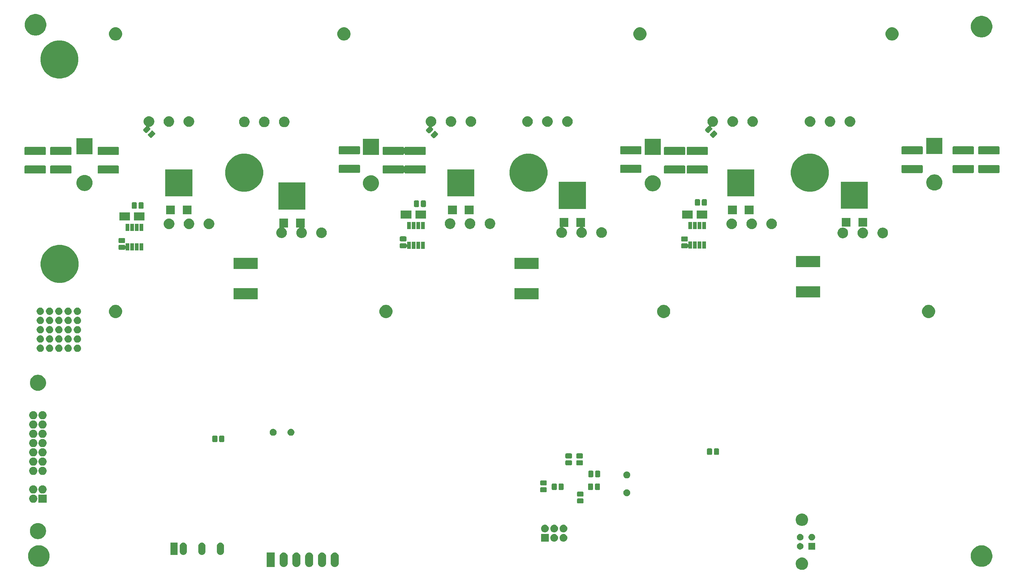
<source format=gbr>
%TF.GenerationSoftware,KiCad,Pcbnew,(5.0.0)*%
%TF.CreationDate,2019-04-29T14:59:10+02:00*%
%TF.ProjectId,Amalga_100,416D616C67615F3130302E6B69636164,rev?*%
%TF.SameCoordinates,Original*%
%TF.FileFunction,Soldermask,Bot*%
%TF.FilePolarity,Negative*%
%FSLAX46Y46*%
G04 Gerber Fmt 4.6, Leading zero omitted, Abs format (unit mm)*
G04 Created by KiCad (PCBNEW (5.0.0)) date 04/29/19 14:59:10*
%MOMM*%
%LPD*%
G01*
G04 APERTURE LIST*
%ADD10C,0.100000*%
G04 APERTURE END LIST*
D10*
G36*
X229235872Y-162955330D02*
X229235874Y-162955331D01*
X229235875Y-162955331D01*
X229296284Y-162980353D01*
X229545252Y-163083479D01*
X229823687Y-163269523D01*
X230060477Y-163506313D01*
X230246521Y-163784748D01*
X230374670Y-164094128D01*
X230440000Y-164422565D01*
X230440000Y-164757435D01*
X230374670Y-165085872D01*
X230246521Y-165395252D01*
X230060477Y-165673687D01*
X229823687Y-165910477D01*
X229545252Y-166096521D01*
X229296284Y-166199647D01*
X229235875Y-166224669D01*
X229235874Y-166224669D01*
X229235872Y-166224670D01*
X228907435Y-166290000D01*
X228572565Y-166290000D01*
X228244128Y-166224670D01*
X228244126Y-166224669D01*
X228244125Y-166224669D01*
X228183716Y-166199647D01*
X227934748Y-166096521D01*
X227656313Y-165910477D01*
X227419523Y-165673687D01*
X227233479Y-165395252D01*
X227105330Y-165085872D01*
X227040000Y-164757435D01*
X227040000Y-164422565D01*
X227105330Y-164094128D01*
X227233479Y-163784748D01*
X227419523Y-163506313D01*
X227656313Y-163269523D01*
X227934748Y-163083479D01*
X228183716Y-162980353D01*
X228244125Y-162955331D01*
X228244126Y-162955331D01*
X228244128Y-162955330D01*
X228572565Y-162890000D01*
X228907435Y-162890000D01*
X229235872Y-162955330D01*
X229235872Y-162955330D01*
G37*
G36*
X87115634Y-161515915D02*
X87322988Y-161578816D01*
X87391258Y-161615307D01*
X87514084Y-161680958D01*
X87514086Y-161680959D01*
X87514085Y-161680959D01*
X87681581Y-161818419D01*
X87819041Y-161985914D01*
X87921184Y-162177011D01*
X87984085Y-162384365D01*
X88000000Y-162545958D01*
X88000000Y-164454042D01*
X87984085Y-164615635D01*
X87921184Y-164822989D01*
X87819041Y-165014086D01*
X87681581Y-165181581D01*
X87514086Y-165319041D01*
X87322989Y-165421184D01*
X87115635Y-165484085D01*
X86900000Y-165505323D01*
X86684366Y-165484085D01*
X86477012Y-165421184D01*
X86285915Y-165319041D01*
X86118420Y-165181581D01*
X85980960Y-165014086D01*
X85878817Y-164822989D01*
X85815916Y-164615634D01*
X85800000Y-164454042D01*
X85800000Y-162545959D01*
X85815915Y-162384366D01*
X85878816Y-162177012D01*
X85980959Y-161985915D01*
X86118419Y-161818419D01*
X86285914Y-161680959D01*
X86477011Y-161578816D01*
X86684365Y-161515915D01*
X86900000Y-161494677D01*
X87115634Y-161515915D01*
X87115634Y-161515915D01*
G37*
G36*
X101115634Y-161515915D02*
X101322988Y-161578816D01*
X101391258Y-161615307D01*
X101514084Y-161680958D01*
X101514086Y-161680959D01*
X101514085Y-161680959D01*
X101681581Y-161818419D01*
X101819041Y-161985914D01*
X101921184Y-162177011D01*
X101984085Y-162384365D01*
X102000000Y-162545958D01*
X102000000Y-164454042D01*
X101984085Y-164615635D01*
X101921184Y-164822989D01*
X101819041Y-165014086D01*
X101681581Y-165181581D01*
X101514086Y-165319041D01*
X101322989Y-165421184D01*
X101115635Y-165484085D01*
X100900000Y-165505323D01*
X100684366Y-165484085D01*
X100477012Y-165421184D01*
X100285915Y-165319041D01*
X100118420Y-165181581D01*
X99980960Y-165014086D01*
X99878817Y-164822989D01*
X99815916Y-164615634D01*
X99800000Y-164454042D01*
X99800000Y-162545959D01*
X99815915Y-162384366D01*
X99878816Y-162177012D01*
X99980959Y-161985915D01*
X100118419Y-161818419D01*
X100285914Y-161680959D01*
X100477011Y-161578816D01*
X100684365Y-161515915D01*
X100900000Y-161494677D01*
X101115634Y-161515915D01*
X101115634Y-161515915D01*
G37*
G36*
X97615634Y-161515915D02*
X97822988Y-161578816D01*
X97891258Y-161615307D01*
X98014084Y-161680958D01*
X98014086Y-161680959D01*
X98014085Y-161680959D01*
X98181581Y-161818419D01*
X98319041Y-161985914D01*
X98421184Y-162177011D01*
X98484085Y-162384365D01*
X98500000Y-162545958D01*
X98500000Y-164454042D01*
X98484085Y-164615635D01*
X98421184Y-164822989D01*
X98319041Y-165014086D01*
X98181581Y-165181581D01*
X98014086Y-165319041D01*
X97822989Y-165421184D01*
X97615635Y-165484085D01*
X97400000Y-165505323D01*
X97184366Y-165484085D01*
X96977012Y-165421184D01*
X96785915Y-165319041D01*
X96618420Y-165181581D01*
X96480960Y-165014086D01*
X96378817Y-164822989D01*
X96315916Y-164615634D01*
X96300000Y-164454042D01*
X96300000Y-162545959D01*
X96315915Y-162384366D01*
X96378816Y-162177012D01*
X96480959Y-161985915D01*
X96618419Y-161818419D01*
X96785914Y-161680959D01*
X96977011Y-161578816D01*
X97184365Y-161515915D01*
X97400000Y-161494677D01*
X97615634Y-161515915D01*
X97615634Y-161515915D01*
G37*
G36*
X90615634Y-161515915D02*
X90822988Y-161578816D01*
X90891258Y-161615307D01*
X91014084Y-161680958D01*
X91014086Y-161680959D01*
X91014085Y-161680959D01*
X91181581Y-161818419D01*
X91319041Y-161985914D01*
X91421184Y-162177011D01*
X91484085Y-162384365D01*
X91500000Y-162545958D01*
X91500000Y-164454042D01*
X91484085Y-164615635D01*
X91421184Y-164822989D01*
X91319041Y-165014086D01*
X91181581Y-165181581D01*
X91014086Y-165319041D01*
X90822989Y-165421184D01*
X90615635Y-165484085D01*
X90400000Y-165505323D01*
X90184366Y-165484085D01*
X89977012Y-165421184D01*
X89785915Y-165319041D01*
X89618420Y-165181581D01*
X89480960Y-165014086D01*
X89378817Y-164822989D01*
X89315916Y-164615634D01*
X89300000Y-164454042D01*
X89300000Y-162545959D01*
X89315915Y-162384366D01*
X89378816Y-162177012D01*
X89480959Y-161985915D01*
X89618419Y-161818419D01*
X89785914Y-161680959D01*
X89977011Y-161578816D01*
X90184365Y-161515915D01*
X90400000Y-161494677D01*
X90615634Y-161515915D01*
X90615634Y-161515915D01*
G37*
G36*
X94115634Y-161515915D02*
X94322988Y-161578816D01*
X94391258Y-161615307D01*
X94514084Y-161680958D01*
X94514086Y-161680959D01*
X94514085Y-161680959D01*
X94681581Y-161818419D01*
X94819041Y-161985914D01*
X94921184Y-162177011D01*
X94984085Y-162384365D01*
X95000000Y-162545958D01*
X95000000Y-164454042D01*
X94984085Y-164615635D01*
X94921184Y-164822989D01*
X94819041Y-165014086D01*
X94681581Y-165181581D01*
X94514086Y-165319041D01*
X94322989Y-165421184D01*
X94115635Y-165484085D01*
X93900000Y-165505323D01*
X93684366Y-165484085D01*
X93477012Y-165421184D01*
X93285915Y-165319041D01*
X93118420Y-165181581D01*
X92980960Y-165014086D01*
X92878817Y-164822989D01*
X92815916Y-164615634D01*
X92800000Y-164454042D01*
X92800000Y-162545959D01*
X92815915Y-162384366D01*
X92878816Y-162177012D01*
X92980959Y-161985915D01*
X93118419Y-161818419D01*
X93285914Y-161680959D01*
X93477011Y-161578816D01*
X93684365Y-161515915D01*
X93900000Y-161494677D01*
X94115634Y-161515915D01*
X94115634Y-161515915D01*
G37*
G36*
X84500000Y-165500000D02*
X82300000Y-165500000D01*
X82300000Y-161500000D01*
X84500000Y-161500000D01*
X84500000Y-165500000D01*
X84500000Y-165500000D01*
G37*
G36*
X278418523Y-159595347D02*
X278760486Y-159663367D01*
X279297349Y-159885744D01*
X279780516Y-160208585D01*
X280191415Y-160619484D01*
X280191416Y-160619486D01*
X280514256Y-161102651D01*
X280736633Y-161639514D01*
X280804653Y-161981477D01*
X280849035Y-162204597D01*
X280850000Y-162209452D01*
X280850000Y-162790548D01*
X280736633Y-163360486D01*
X280560897Y-163784748D01*
X280514256Y-163897349D01*
X280191415Y-164380516D01*
X279780516Y-164791415D01*
X279733262Y-164822989D01*
X279297349Y-165114256D01*
X278760486Y-165336633D01*
X278418523Y-165404653D01*
X278190550Y-165450000D01*
X277609450Y-165450000D01*
X277381477Y-165404653D01*
X277039514Y-165336633D01*
X276502651Y-165114256D01*
X276066738Y-164822989D01*
X276019484Y-164791415D01*
X275608585Y-164380516D01*
X275285744Y-163897349D01*
X275239103Y-163784748D01*
X275063367Y-163360486D01*
X274950000Y-162790548D01*
X274950000Y-162209452D01*
X274950966Y-162204597D01*
X274995347Y-161981477D01*
X275063367Y-161639514D01*
X275285744Y-161102651D01*
X275608584Y-160619486D01*
X275608585Y-160619484D01*
X276019484Y-160208585D01*
X276502651Y-159885744D01*
X277039514Y-159663367D01*
X277381477Y-159595347D01*
X277609450Y-159550000D01*
X278190550Y-159550000D01*
X278418523Y-159595347D01*
X278418523Y-159595347D01*
G37*
G36*
X20418523Y-159595347D02*
X20760486Y-159663367D01*
X21297349Y-159885744D01*
X21780516Y-160208585D01*
X22191415Y-160619484D01*
X22191416Y-160619486D01*
X22514256Y-161102651D01*
X22736633Y-161639514D01*
X22804653Y-161981477D01*
X22849035Y-162204597D01*
X22850000Y-162209452D01*
X22850000Y-162790548D01*
X22736633Y-163360486D01*
X22560897Y-163784748D01*
X22514256Y-163897349D01*
X22191415Y-164380516D01*
X21780516Y-164791415D01*
X21733262Y-164822989D01*
X21297349Y-165114256D01*
X20760486Y-165336633D01*
X20418523Y-165404653D01*
X20190550Y-165450000D01*
X19609450Y-165450000D01*
X19381477Y-165404653D01*
X19039514Y-165336633D01*
X18502651Y-165114256D01*
X18066738Y-164822989D01*
X18019484Y-164791415D01*
X17608585Y-164380516D01*
X17285744Y-163897349D01*
X17239103Y-163784748D01*
X17063367Y-163360486D01*
X16950000Y-162790548D01*
X16950000Y-162209452D01*
X16950966Y-162204597D01*
X16995347Y-161981477D01*
X17063367Y-161639514D01*
X17285744Y-161102651D01*
X17608584Y-160619486D01*
X17608585Y-160619484D01*
X18019484Y-160208585D01*
X18502651Y-159885744D01*
X19039514Y-159663367D01*
X19381477Y-159595347D01*
X19609450Y-159550000D01*
X20190550Y-159550000D01*
X20418523Y-159595347D01*
X20418523Y-159595347D01*
G37*
G36*
X69769533Y-158812101D02*
X69786231Y-158813746D01*
X69965307Y-158868068D01*
X70130345Y-158956282D01*
X70275001Y-159074999D01*
X70393718Y-159219655D01*
X70481932Y-159384692D01*
X70536254Y-159563768D01*
X70550000Y-159703335D01*
X70550000Y-161296665D01*
X70536254Y-161436232D01*
X70481932Y-161615308D01*
X70393718Y-161780345D01*
X70275001Y-161925001D01*
X70130345Y-162043718D01*
X69965308Y-162131932D01*
X69786232Y-162186254D01*
X69769534Y-162187899D01*
X69600000Y-162204597D01*
X69430467Y-162187899D01*
X69413769Y-162186254D01*
X69234693Y-162131932D01*
X69069656Y-162043718D01*
X68925000Y-161925001D01*
X68806283Y-161780345D01*
X68718069Y-161615308D01*
X68687919Y-161515916D01*
X68663746Y-161436231D01*
X68650000Y-161296670D01*
X68650000Y-159703331D01*
X68663746Y-159563770D01*
X68663747Y-159563768D01*
X68718068Y-159384693D01*
X68806282Y-159219655D01*
X68924999Y-159074999D01*
X69069655Y-158956282D01*
X69234692Y-158868068D01*
X69413768Y-158813746D01*
X69430466Y-158812101D01*
X69600000Y-158795403D01*
X69769533Y-158812101D01*
X69769533Y-158812101D01*
G37*
G36*
X64689533Y-158812101D02*
X64706231Y-158813746D01*
X64885307Y-158868068D01*
X65050345Y-158956282D01*
X65195001Y-159074999D01*
X65313718Y-159219655D01*
X65401932Y-159384692D01*
X65456254Y-159563768D01*
X65470000Y-159703335D01*
X65470000Y-161296665D01*
X65456254Y-161436232D01*
X65401932Y-161615308D01*
X65313718Y-161780345D01*
X65195001Y-161925001D01*
X65050345Y-162043718D01*
X64885308Y-162131932D01*
X64706232Y-162186254D01*
X64689534Y-162187899D01*
X64520000Y-162204597D01*
X64350467Y-162187899D01*
X64333769Y-162186254D01*
X64154693Y-162131932D01*
X63989656Y-162043718D01*
X63845000Y-161925001D01*
X63726283Y-161780345D01*
X63638069Y-161615308D01*
X63607919Y-161515916D01*
X63583746Y-161436231D01*
X63570000Y-161296670D01*
X63570000Y-159703331D01*
X63583746Y-159563770D01*
X63583747Y-159563768D01*
X63638068Y-159384693D01*
X63726282Y-159219655D01*
X63844999Y-159074999D01*
X63989655Y-158956282D01*
X64154692Y-158868068D01*
X64333768Y-158813746D01*
X64350466Y-158812101D01*
X64520000Y-158795403D01*
X64689533Y-158812101D01*
X64689533Y-158812101D01*
G37*
G36*
X59609533Y-158812101D02*
X59626231Y-158813746D01*
X59805307Y-158868068D01*
X59970345Y-158956282D01*
X60115001Y-159074999D01*
X60233718Y-159219655D01*
X60321932Y-159384692D01*
X60376254Y-159563768D01*
X60390000Y-159703335D01*
X60390000Y-161296665D01*
X60376254Y-161436232D01*
X60321932Y-161615308D01*
X60233718Y-161780345D01*
X60115001Y-161925001D01*
X59970345Y-162043718D01*
X59805308Y-162131932D01*
X59626232Y-162186254D01*
X59609534Y-162187899D01*
X59440000Y-162204597D01*
X59270467Y-162187899D01*
X59253769Y-162186254D01*
X59074693Y-162131932D01*
X58909656Y-162043718D01*
X58765000Y-161925001D01*
X58646283Y-161780345D01*
X58558069Y-161615308D01*
X58527919Y-161515916D01*
X58503746Y-161436231D01*
X58490000Y-161296670D01*
X58490000Y-159703331D01*
X58503746Y-159563770D01*
X58503747Y-159563768D01*
X58558068Y-159384693D01*
X58646282Y-159219655D01*
X58764999Y-159074999D01*
X58909655Y-158956282D01*
X59074692Y-158868068D01*
X59253768Y-158813746D01*
X59270466Y-158812101D01*
X59440000Y-158795403D01*
X59609533Y-158812101D01*
X59609533Y-158812101D01*
G37*
G36*
X57850000Y-162200000D02*
X55950000Y-162200000D01*
X55950000Y-158800000D01*
X57850000Y-158800000D01*
X57850000Y-162200000D01*
X57850000Y-162200000D01*
G37*
G36*
X232350000Y-160720000D02*
X230550000Y-160720000D01*
X230550000Y-158920000D01*
X232350000Y-158920000D01*
X232350000Y-160720000D01*
X232350000Y-160720000D01*
G37*
G36*
X228512520Y-158954586D02*
X228512522Y-158954587D01*
X228512523Y-158954587D01*
X228516615Y-158956282D01*
X228676310Y-159022430D01*
X228823717Y-159120924D01*
X228949076Y-159246283D01*
X229047570Y-159393690D01*
X229115414Y-159557480D01*
X229150000Y-159731358D01*
X229150000Y-159908642D01*
X229115414Y-160082520D01*
X229047570Y-160246310D01*
X228949076Y-160393717D01*
X228823717Y-160519076D01*
X228676310Y-160617570D01*
X228512523Y-160685413D01*
X228512522Y-160685413D01*
X228512520Y-160685414D01*
X228338642Y-160720000D01*
X228161358Y-160720000D01*
X227987480Y-160685414D01*
X227987478Y-160685413D01*
X227987477Y-160685413D01*
X227823690Y-160617570D01*
X227676283Y-160519076D01*
X227550924Y-160393717D01*
X227452430Y-160246310D01*
X227384586Y-160082520D01*
X227350000Y-159908642D01*
X227350000Y-159731358D01*
X227384586Y-159557480D01*
X227452430Y-159393690D01*
X227550924Y-159246283D01*
X227676283Y-159120924D01*
X227823690Y-159022430D01*
X227983385Y-158956282D01*
X227987477Y-158954587D01*
X227987478Y-158954587D01*
X227987480Y-158954586D01*
X228161358Y-158920000D01*
X228338642Y-158920000D01*
X228512520Y-158954586D01*
X228512520Y-158954586D01*
G37*
G36*
X159450000Y-158550000D02*
X157350000Y-158550000D01*
X157350000Y-156450000D01*
X159450000Y-156450000D01*
X159450000Y-158550000D01*
X159450000Y-158550000D01*
G37*
G36*
X161107271Y-156461395D02*
X161145836Y-156465193D01*
X161343762Y-156525233D01*
X161526171Y-156622733D01*
X161686054Y-156753946D01*
X161817267Y-156913829D01*
X161914767Y-157096238D01*
X161974807Y-157294164D01*
X161974807Y-157294166D01*
X161995081Y-157500000D01*
X161986254Y-157589615D01*
X161974807Y-157705836D01*
X161914767Y-157903762D01*
X161817267Y-158086171D01*
X161686054Y-158246054D01*
X161526171Y-158377267D01*
X161343762Y-158474767D01*
X161145836Y-158534807D01*
X161107272Y-158538605D01*
X160991584Y-158550000D01*
X160888416Y-158550000D01*
X160772728Y-158538605D01*
X160734164Y-158534807D01*
X160536238Y-158474767D01*
X160353829Y-158377267D01*
X160193946Y-158246054D01*
X160062733Y-158086171D01*
X159965233Y-157903762D01*
X159905193Y-157705836D01*
X159893746Y-157589615D01*
X159884919Y-157500000D01*
X159905193Y-157294166D01*
X159905193Y-157294164D01*
X159965233Y-157096238D01*
X160062733Y-156913829D01*
X160193946Y-156753946D01*
X160353829Y-156622733D01*
X160536238Y-156525233D01*
X160734164Y-156465193D01*
X160772729Y-156461395D01*
X160888416Y-156450000D01*
X160991584Y-156450000D01*
X161107271Y-156461395D01*
X161107271Y-156461395D01*
G37*
G36*
X163647271Y-156461395D02*
X163685836Y-156465193D01*
X163883762Y-156525233D01*
X164066171Y-156622733D01*
X164226054Y-156753946D01*
X164357267Y-156913829D01*
X164454767Y-157096238D01*
X164514807Y-157294164D01*
X164514807Y-157294166D01*
X164535081Y-157500000D01*
X164526254Y-157589615D01*
X164514807Y-157705836D01*
X164454767Y-157903762D01*
X164357267Y-158086171D01*
X164226054Y-158246054D01*
X164066171Y-158377267D01*
X163883762Y-158474767D01*
X163685836Y-158534807D01*
X163647272Y-158538605D01*
X163531584Y-158550000D01*
X163428416Y-158550000D01*
X163312728Y-158538605D01*
X163274164Y-158534807D01*
X163076238Y-158474767D01*
X162893829Y-158377267D01*
X162733946Y-158246054D01*
X162602733Y-158086171D01*
X162505233Y-157903762D01*
X162445193Y-157705836D01*
X162433746Y-157589615D01*
X162424919Y-157500000D01*
X162445193Y-157294166D01*
X162445193Y-157294164D01*
X162505233Y-157096238D01*
X162602733Y-156913829D01*
X162733946Y-156753946D01*
X162893829Y-156622733D01*
X163076238Y-156525233D01*
X163274164Y-156465193D01*
X163312729Y-156461395D01*
X163428416Y-156450000D01*
X163531584Y-156450000D01*
X163647271Y-156461395D01*
X163647271Y-156461395D01*
G37*
G36*
X228512520Y-156454586D02*
X228512522Y-156454587D01*
X228512523Y-156454587D01*
X228538128Y-156465193D01*
X228676310Y-156522430D01*
X228823717Y-156620924D01*
X228949076Y-156746283D01*
X229047570Y-156893690D01*
X229115414Y-157057480D01*
X229150000Y-157231358D01*
X229150000Y-157408642D01*
X229115414Y-157582520D01*
X229047570Y-157746310D01*
X228949076Y-157893717D01*
X228823717Y-158019076D01*
X228676310Y-158117570D01*
X228512523Y-158185413D01*
X228512522Y-158185413D01*
X228512520Y-158185414D01*
X228338642Y-158220000D01*
X228161358Y-158220000D01*
X227987480Y-158185414D01*
X227987478Y-158185413D01*
X227987477Y-158185413D01*
X227823690Y-158117570D01*
X227676283Y-158019076D01*
X227550924Y-157893717D01*
X227452430Y-157746310D01*
X227384586Y-157582520D01*
X227350000Y-157408642D01*
X227350000Y-157231358D01*
X227384586Y-157057480D01*
X227452430Y-156893690D01*
X227550924Y-156746283D01*
X227676283Y-156620924D01*
X227823690Y-156522430D01*
X227961872Y-156465193D01*
X227987477Y-156454587D01*
X227987478Y-156454587D01*
X227987480Y-156454586D01*
X228161358Y-156420000D01*
X228338642Y-156420000D01*
X228512520Y-156454586D01*
X228512520Y-156454586D01*
G37*
G36*
X231712520Y-156454586D02*
X231712522Y-156454587D01*
X231712523Y-156454587D01*
X231738128Y-156465193D01*
X231876310Y-156522430D01*
X232023717Y-156620924D01*
X232149076Y-156746283D01*
X232247570Y-156893690D01*
X232315414Y-157057480D01*
X232350000Y-157231358D01*
X232350000Y-157408642D01*
X232315414Y-157582520D01*
X232247570Y-157746310D01*
X232149076Y-157893717D01*
X232023717Y-158019076D01*
X231876310Y-158117570D01*
X231712523Y-158185413D01*
X231712522Y-158185413D01*
X231712520Y-158185414D01*
X231538642Y-158220000D01*
X231361358Y-158220000D01*
X231187480Y-158185414D01*
X231187478Y-158185413D01*
X231187477Y-158185413D01*
X231023690Y-158117570D01*
X230876283Y-158019076D01*
X230750924Y-157893717D01*
X230652430Y-157746310D01*
X230584586Y-157582520D01*
X230550000Y-157408642D01*
X230550000Y-157231358D01*
X230584586Y-157057480D01*
X230652430Y-156893690D01*
X230750924Y-156746283D01*
X230876283Y-156620924D01*
X231023690Y-156522430D01*
X231161872Y-156465193D01*
X231187477Y-156454587D01*
X231187478Y-156454587D01*
X231187480Y-156454586D01*
X231361358Y-156420000D01*
X231538642Y-156420000D01*
X231712520Y-156454586D01*
X231712520Y-156454586D01*
G37*
G36*
X20036695Y-153473818D02*
X20291719Y-153524545D01*
X20692091Y-153690385D01*
X21052417Y-153931147D01*
X21358853Y-154237583D01*
X21599615Y-154597909D01*
X21765455Y-154998281D01*
X21798783Y-155165834D01*
X21850000Y-155423319D01*
X21850000Y-155856681D01*
X21822525Y-155994807D01*
X21765455Y-156281719D01*
X21599615Y-156682091D01*
X21358853Y-157042417D01*
X21052417Y-157348853D01*
X20692091Y-157589615D01*
X20291719Y-157755455D01*
X20036695Y-157806182D01*
X19866681Y-157840000D01*
X19433319Y-157840000D01*
X19263305Y-157806182D01*
X19008281Y-157755455D01*
X18607909Y-157589615D01*
X18247583Y-157348853D01*
X17941147Y-157042417D01*
X17700385Y-156682091D01*
X17534545Y-156281719D01*
X17477475Y-155994807D01*
X17450000Y-155856681D01*
X17450000Y-155423319D01*
X17501217Y-155165834D01*
X17534545Y-154998281D01*
X17700385Y-154597909D01*
X17941147Y-154237583D01*
X18247583Y-153931147D01*
X18607909Y-153690385D01*
X19008281Y-153524545D01*
X19263305Y-153473818D01*
X19433319Y-153440000D01*
X19866681Y-153440000D01*
X20036695Y-153473818D01*
X20036695Y-153473818D01*
G37*
G36*
X158567272Y-153921395D02*
X158605836Y-153925193D01*
X158803762Y-153985233D01*
X158986171Y-154082733D01*
X159146054Y-154213946D01*
X159277267Y-154373829D01*
X159374767Y-154556238D01*
X159434807Y-154754164D01*
X159434807Y-154754166D01*
X159455081Y-154960000D01*
X159438143Y-155131961D01*
X159434807Y-155165836D01*
X159374767Y-155363762D01*
X159277267Y-155546171D01*
X159146054Y-155706054D01*
X158986171Y-155837267D01*
X158803762Y-155934767D01*
X158605836Y-155994807D01*
X158567271Y-155998605D01*
X158451584Y-156010000D01*
X158348416Y-156010000D01*
X158232729Y-155998605D01*
X158194164Y-155994807D01*
X157996238Y-155934767D01*
X157813829Y-155837267D01*
X157653946Y-155706054D01*
X157522733Y-155546171D01*
X157425233Y-155363762D01*
X157365193Y-155165836D01*
X157361857Y-155131961D01*
X157344919Y-154960000D01*
X157365193Y-154754166D01*
X157365193Y-154754164D01*
X157425233Y-154556238D01*
X157522733Y-154373829D01*
X157653946Y-154213946D01*
X157813829Y-154082733D01*
X157996238Y-153985233D01*
X158194164Y-153925193D01*
X158232728Y-153921395D01*
X158348416Y-153910000D01*
X158451584Y-153910000D01*
X158567272Y-153921395D01*
X158567272Y-153921395D01*
G37*
G36*
X163647272Y-153921395D02*
X163685836Y-153925193D01*
X163883762Y-153985233D01*
X164066171Y-154082733D01*
X164226054Y-154213946D01*
X164357267Y-154373829D01*
X164454767Y-154556238D01*
X164514807Y-154754164D01*
X164514807Y-154754166D01*
X164535081Y-154960000D01*
X164518143Y-155131961D01*
X164514807Y-155165836D01*
X164454767Y-155363762D01*
X164357267Y-155546171D01*
X164226054Y-155706054D01*
X164066171Y-155837267D01*
X163883762Y-155934767D01*
X163685836Y-155994807D01*
X163647271Y-155998605D01*
X163531584Y-156010000D01*
X163428416Y-156010000D01*
X163312729Y-155998605D01*
X163274164Y-155994807D01*
X163076238Y-155934767D01*
X162893829Y-155837267D01*
X162733946Y-155706054D01*
X162602733Y-155546171D01*
X162505233Y-155363762D01*
X162445193Y-155165836D01*
X162441857Y-155131961D01*
X162424919Y-154960000D01*
X162445193Y-154754166D01*
X162445193Y-154754164D01*
X162505233Y-154556238D01*
X162602733Y-154373829D01*
X162733946Y-154213946D01*
X162893829Y-154082733D01*
X163076238Y-153985233D01*
X163274164Y-153925193D01*
X163312728Y-153921395D01*
X163428416Y-153910000D01*
X163531584Y-153910000D01*
X163647272Y-153921395D01*
X163647272Y-153921395D01*
G37*
G36*
X161107272Y-153921395D02*
X161145836Y-153925193D01*
X161343762Y-153985233D01*
X161526171Y-154082733D01*
X161686054Y-154213946D01*
X161817267Y-154373829D01*
X161914767Y-154556238D01*
X161974807Y-154754164D01*
X161974807Y-154754166D01*
X161995081Y-154960000D01*
X161978143Y-155131961D01*
X161974807Y-155165836D01*
X161914767Y-155363762D01*
X161817267Y-155546171D01*
X161686054Y-155706054D01*
X161526171Y-155837267D01*
X161343762Y-155934767D01*
X161145836Y-155994807D01*
X161107271Y-155998605D01*
X160991584Y-156010000D01*
X160888416Y-156010000D01*
X160772729Y-155998605D01*
X160734164Y-155994807D01*
X160536238Y-155934767D01*
X160353829Y-155837267D01*
X160193946Y-155706054D01*
X160062733Y-155546171D01*
X159965233Y-155363762D01*
X159905193Y-155165836D01*
X159901857Y-155131961D01*
X159884919Y-154960000D01*
X159905193Y-154754166D01*
X159905193Y-154754164D01*
X159965233Y-154556238D01*
X160062733Y-154373829D01*
X160193946Y-154213946D01*
X160353829Y-154082733D01*
X160536238Y-153985233D01*
X160734164Y-153925193D01*
X160772728Y-153921395D01*
X160888416Y-153910000D01*
X160991584Y-153910000D01*
X161107272Y-153921395D01*
X161107272Y-153921395D01*
G37*
G36*
X229235872Y-150915330D02*
X229235874Y-150915331D01*
X229235875Y-150915331D01*
X229296284Y-150940353D01*
X229545252Y-151043479D01*
X229823687Y-151229523D01*
X230060477Y-151466313D01*
X230246521Y-151744748D01*
X230374670Y-152054128D01*
X230440000Y-152382565D01*
X230440000Y-152717435D01*
X230374670Y-153045872D01*
X230246521Y-153355252D01*
X230060477Y-153633687D01*
X229823687Y-153870477D01*
X229545252Y-154056521D01*
X229296284Y-154159647D01*
X229235875Y-154184669D01*
X229235874Y-154184669D01*
X229235872Y-154184670D01*
X228907435Y-154250000D01*
X228572565Y-154250000D01*
X228244128Y-154184670D01*
X228244126Y-154184669D01*
X228244125Y-154184669D01*
X228183716Y-154159647D01*
X227934748Y-154056521D01*
X227656313Y-153870477D01*
X227419523Y-153633687D01*
X227233479Y-153355252D01*
X227105330Y-153045872D01*
X227040000Y-152717435D01*
X227040000Y-152382565D01*
X227105330Y-152054128D01*
X227233479Y-151744748D01*
X227419523Y-151466313D01*
X227656313Y-151229523D01*
X227934748Y-151043479D01*
X228183716Y-150940353D01*
X228244125Y-150915331D01*
X228244126Y-150915331D01*
X228244128Y-150915330D01*
X228572565Y-150850000D01*
X228907435Y-150850000D01*
X229235872Y-150915330D01*
X229235872Y-150915330D01*
G37*
G36*
X168763463Y-146718619D02*
X168818478Y-146735307D01*
X168869178Y-146762407D01*
X168913620Y-146798880D01*
X168950093Y-146843322D01*
X168977193Y-146894022D01*
X168993881Y-146949037D01*
X169000000Y-147011158D01*
X169000000Y-147788842D01*
X168993881Y-147850963D01*
X168977193Y-147905978D01*
X168950093Y-147956678D01*
X168913620Y-148001120D01*
X168869178Y-148037593D01*
X168818478Y-148064693D01*
X168763463Y-148081381D01*
X168701342Y-148087500D01*
X167498658Y-148087500D01*
X167436537Y-148081381D01*
X167381522Y-148064693D01*
X167330822Y-148037593D01*
X167286380Y-148001120D01*
X167249907Y-147956678D01*
X167222807Y-147905978D01*
X167206119Y-147850963D01*
X167200000Y-147788842D01*
X167200000Y-147011158D01*
X167206119Y-146949037D01*
X167222807Y-146894022D01*
X167249907Y-146843322D01*
X167286380Y-146798880D01*
X167330822Y-146762407D01*
X167381522Y-146735307D01*
X167436537Y-146718619D01*
X167498658Y-146712500D01*
X168701342Y-146712500D01*
X168763463Y-146718619D01*
X168763463Y-146718619D01*
G37*
G36*
X18708150Y-145688233D02*
X18708152Y-145688234D01*
X18708153Y-145688234D01*
X18912887Y-145773038D01*
X19097144Y-145896155D01*
X19253845Y-146052856D01*
X19321807Y-146154568D01*
X19376962Y-146237113D01*
X19461767Y-146441850D01*
X19505000Y-146659197D01*
X19505000Y-146880803D01*
X19479071Y-147011158D01*
X19461766Y-147098153D01*
X19376962Y-147302887D01*
X19253845Y-147487144D01*
X19097144Y-147643845D01*
X18912887Y-147766962D01*
X18708153Y-147851766D01*
X18708152Y-147851766D01*
X18708150Y-147851767D01*
X18490803Y-147895000D01*
X18269197Y-147895000D01*
X18051850Y-147851767D01*
X18051848Y-147851766D01*
X18051847Y-147851766D01*
X17847113Y-147766962D01*
X17662856Y-147643845D01*
X17506155Y-147487144D01*
X17383038Y-147302887D01*
X17298234Y-147098153D01*
X17280930Y-147011158D01*
X17255000Y-146880803D01*
X17255000Y-146659197D01*
X17298233Y-146441850D01*
X17383038Y-146237113D01*
X17438193Y-146154568D01*
X17506155Y-146052856D01*
X17662856Y-145896155D01*
X17847113Y-145773038D01*
X18051847Y-145688234D01*
X18051848Y-145688234D01*
X18051850Y-145688233D01*
X18269197Y-145645000D01*
X18490803Y-145645000D01*
X18708150Y-145688233D01*
X18708150Y-145688233D01*
G37*
G36*
X22045000Y-147895000D02*
X19795000Y-147895000D01*
X19795000Y-145645000D01*
X22045000Y-145645000D01*
X22045000Y-147895000D01*
X22045000Y-147895000D01*
G37*
G36*
X168763463Y-144843619D02*
X168818478Y-144860307D01*
X168869178Y-144887407D01*
X168913620Y-144923880D01*
X168950093Y-144968322D01*
X168977193Y-145019022D01*
X168993881Y-145074037D01*
X169000000Y-145136158D01*
X169000000Y-145913842D01*
X168993881Y-145975963D01*
X168977193Y-146030978D01*
X168950093Y-146081678D01*
X168913620Y-146126120D01*
X168869178Y-146162593D01*
X168818478Y-146189693D01*
X168763463Y-146206381D01*
X168701342Y-146212500D01*
X167498658Y-146212500D01*
X167436537Y-146206381D01*
X167381522Y-146189693D01*
X167330822Y-146162593D01*
X167286380Y-146126120D01*
X167249907Y-146081678D01*
X167222807Y-146030978D01*
X167206119Y-145975963D01*
X167200000Y-145913842D01*
X167200000Y-145136158D01*
X167206119Y-145074037D01*
X167222807Y-145019022D01*
X167249907Y-144968322D01*
X167286380Y-144923880D01*
X167330822Y-144887407D01*
X167381522Y-144860307D01*
X167436537Y-144843619D01*
X167498658Y-144837500D01*
X168701342Y-144837500D01*
X168763463Y-144843619D01*
X168763463Y-144843619D01*
G37*
G36*
X180986462Y-144218478D02*
X181077106Y-144236508D01*
X181148719Y-144266172D01*
X181249994Y-144308121D01*
X181298903Y-144340801D01*
X181405588Y-144412085D01*
X181537915Y-144544412D01*
X181547094Y-144558150D01*
X181641879Y-144700006D01*
X181683828Y-144801281D01*
X181709670Y-144863666D01*
X181713492Y-144872895D01*
X181750000Y-145056433D01*
X181750000Y-145243567D01*
X181713492Y-145427105D01*
X181641879Y-145599994D01*
X181641878Y-145599995D01*
X181537915Y-145755588D01*
X181405588Y-145887915D01*
X181366785Y-145913842D01*
X181249994Y-145991879D01*
X181155601Y-146030978D01*
X181077106Y-146063492D01*
X181015926Y-146075661D01*
X180893567Y-146100000D01*
X180706433Y-146100000D01*
X180584074Y-146075661D01*
X180522894Y-146063492D01*
X180444399Y-146030978D01*
X180350006Y-145991879D01*
X180233215Y-145913842D01*
X180194412Y-145887915D01*
X180062085Y-145755588D01*
X179958122Y-145599995D01*
X179958121Y-145599994D01*
X179886508Y-145427105D01*
X179850000Y-145243567D01*
X179850000Y-145056433D01*
X179886508Y-144872895D01*
X179890331Y-144863666D01*
X179916172Y-144801281D01*
X179958121Y-144700006D01*
X180052906Y-144558150D01*
X180062085Y-144544412D01*
X180194412Y-144412085D01*
X180301097Y-144340801D01*
X180350006Y-144308121D01*
X180451281Y-144266172D01*
X180522894Y-144236508D01*
X180613538Y-144218478D01*
X180706433Y-144200000D01*
X180893567Y-144200000D01*
X180986462Y-144218478D01*
X180986462Y-144218478D01*
G37*
G36*
X18708150Y-143148233D02*
X18708152Y-143148234D01*
X18708153Y-143148234D01*
X18912887Y-143233038D01*
X19097145Y-143356156D01*
X19253844Y-143512855D01*
X19376962Y-143697113D01*
X19461767Y-143901850D01*
X19505000Y-144119197D01*
X19505000Y-144340803D01*
X19464500Y-144544412D01*
X19461766Y-144558153D01*
X19376962Y-144762887D01*
X19253845Y-144947144D01*
X19097144Y-145103845D01*
X18912887Y-145226962D01*
X18708153Y-145311766D01*
X18708152Y-145311766D01*
X18708150Y-145311767D01*
X18490803Y-145355000D01*
X18269197Y-145355000D01*
X18051850Y-145311767D01*
X18051848Y-145311766D01*
X18051847Y-145311766D01*
X17847113Y-145226962D01*
X17662856Y-145103845D01*
X17506155Y-144947144D01*
X17383038Y-144762887D01*
X17298234Y-144558153D01*
X17295501Y-144544412D01*
X17255000Y-144340803D01*
X17255000Y-144119197D01*
X17298233Y-143901850D01*
X17383038Y-143697113D01*
X17506156Y-143512855D01*
X17662855Y-143356156D01*
X17847113Y-143233038D01*
X18051847Y-143148234D01*
X18051848Y-143148234D01*
X18051850Y-143148233D01*
X18269197Y-143105000D01*
X18490803Y-143105000D01*
X18708150Y-143148233D01*
X18708150Y-143148233D01*
G37*
G36*
X21248150Y-143148233D02*
X21248152Y-143148234D01*
X21248153Y-143148234D01*
X21452887Y-143233038D01*
X21637145Y-143356156D01*
X21793844Y-143512855D01*
X21916962Y-143697113D01*
X22001767Y-143901850D01*
X22045000Y-144119197D01*
X22045000Y-144340803D01*
X22004500Y-144544412D01*
X22001766Y-144558153D01*
X21916962Y-144762887D01*
X21793845Y-144947144D01*
X21637144Y-145103845D01*
X21452887Y-145226962D01*
X21248153Y-145311766D01*
X21248152Y-145311766D01*
X21248150Y-145311767D01*
X21030803Y-145355000D01*
X20809197Y-145355000D01*
X20591850Y-145311767D01*
X20591848Y-145311766D01*
X20591847Y-145311766D01*
X20387113Y-145226962D01*
X20202856Y-145103845D01*
X20046155Y-144947144D01*
X19923038Y-144762887D01*
X19838234Y-144558153D01*
X19835501Y-144544412D01*
X19795000Y-144340803D01*
X19795000Y-144119197D01*
X19838233Y-143901850D01*
X19923038Y-143697113D01*
X20046156Y-143512855D01*
X20202855Y-143356156D01*
X20387113Y-143233038D01*
X20591847Y-143148234D01*
X20591848Y-143148234D01*
X20591850Y-143148233D01*
X20809197Y-143105000D01*
X21030803Y-143105000D01*
X21248150Y-143148233D01*
X21248150Y-143148233D01*
G37*
G36*
X158673463Y-143648619D02*
X158728478Y-143665307D01*
X158779178Y-143692407D01*
X158823620Y-143728880D01*
X158860093Y-143773322D01*
X158887193Y-143824022D01*
X158903881Y-143879037D01*
X158910000Y-143941158D01*
X158910000Y-144718842D01*
X158903881Y-144780963D01*
X158887193Y-144835978D01*
X158860093Y-144886678D01*
X158823620Y-144931120D01*
X158779178Y-144967593D01*
X158728478Y-144994693D01*
X158673463Y-145011381D01*
X158611342Y-145017500D01*
X157408658Y-145017500D01*
X157346537Y-145011381D01*
X157291522Y-144994693D01*
X157240822Y-144967593D01*
X157196380Y-144931120D01*
X157159907Y-144886678D01*
X157132807Y-144835978D01*
X157116119Y-144780963D01*
X157110000Y-144718842D01*
X157110000Y-143941158D01*
X157116119Y-143879037D01*
X157132807Y-143824022D01*
X157159907Y-143773322D01*
X157196380Y-143728880D01*
X157240822Y-143692407D01*
X157291522Y-143665307D01*
X157346537Y-143648619D01*
X157408658Y-143642500D01*
X158611342Y-143642500D01*
X158673463Y-143648619D01*
X158673463Y-143648619D01*
G37*
G36*
X161413463Y-142606119D02*
X161468478Y-142622807D01*
X161519178Y-142649907D01*
X161563620Y-142686380D01*
X161600093Y-142730822D01*
X161627193Y-142781522D01*
X161643881Y-142836537D01*
X161650000Y-142898658D01*
X161650000Y-144101342D01*
X161643881Y-144163463D01*
X161627193Y-144218478D01*
X161600093Y-144269178D01*
X161563620Y-144313620D01*
X161519178Y-144350093D01*
X161468478Y-144377193D01*
X161413463Y-144393881D01*
X161351342Y-144400000D01*
X160573658Y-144400000D01*
X160511537Y-144393881D01*
X160456522Y-144377193D01*
X160405822Y-144350093D01*
X160361380Y-144313620D01*
X160324907Y-144269178D01*
X160297807Y-144218478D01*
X160281119Y-144163463D01*
X160275000Y-144101342D01*
X160275000Y-142898658D01*
X160281119Y-142836537D01*
X160297807Y-142781522D01*
X160324907Y-142730822D01*
X160361380Y-142686380D01*
X160405822Y-142649907D01*
X160456522Y-142622807D01*
X160511537Y-142606119D01*
X160573658Y-142600000D01*
X161351342Y-142600000D01*
X161413463Y-142606119D01*
X161413463Y-142606119D01*
G37*
G36*
X163288463Y-142606119D02*
X163343478Y-142622807D01*
X163394178Y-142649907D01*
X163438620Y-142686380D01*
X163475093Y-142730822D01*
X163502193Y-142781522D01*
X163518881Y-142836537D01*
X163525000Y-142898658D01*
X163525000Y-144101342D01*
X163518881Y-144163463D01*
X163502193Y-144218478D01*
X163475093Y-144269178D01*
X163438620Y-144313620D01*
X163394178Y-144350093D01*
X163343478Y-144377193D01*
X163288463Y-144393881D01*
X163226342Y-144400000D01*
X162448658Y-144400000D01*
X162386537Y-144393881D01*
X162331522Y-144377193D01*
X162280822Y-144350093D01*
X162236380Y-144313620D01*
X162199907Y-144269178D01*
X162172807Y-144218478D01*
X162156119Y-144163463D01*
X162150000Y-144101342D01*
X162150000Y-142898658D01*
X162156119Y-142836537D01*
X162172807Y-142781522D01*
X162199907Y-142730822D01*
X162236380Y-142686380D01*
X162280822Y-142649907D01*
X162331522Y-142622807D01*
X162386537Y-142606119D01*
X162448658Y-142600000D01*
X163226342Y-142600000D01*
X163288463Y-142606119D01*
X163288463Y-142606119D01*
G37*
G36*
X171350964Y-142606119D02*
X171405979Y-142622807D01*
X171456679Y-142649907D01*
X171501121Y-142686380D01*
X171537594Y-142730822D01*
X171564694Y-142781522D01*
X171581382Y-142836537D01*
X171587501Y-142898658D01*
X171587501Y-144101342D01*
X171581382Y-144163463D01*
X171564694Y-144218478D01*
X171537594Y-144269178D01*
X171501121Y-144313620D01*
X171456679Y-144350093D01*
X171405979Y-144377193D01*
X171350964Y-144393881D01*
X171288843Y-144400000D01*
X170511159Y-144400000D01*
X170449038Y-144393881D01*
X170394023Y-144377193D01*
X170343323Y-144350093D01*
X170298881Y-144313620D01*
X170262408Y-144269178D01*
X170235308Y-144218478D01*
X170218620Y-144163463D01*
X170212501Y-144101342D01*
X170212501Y-142898658D01*
X170218620Y-142836537D01*
X170235308Y-142781522D01*
X170262408Y-142730822D01*
X170298881Y-142686380D01*
X170343323Y-142649907D01*
X170394023Y-142622807D01*
X170449038Y-142606119D01*
X170511159Y-142600000D01*
X171288843Y-142600000D01*
X171350964Y-142606119D01*
X171350964Y-142606119D01*
G37*
G36*
X173225964Y-142606119D02*
X173280979Y-142622807D01*
X173331679Y-142649907D01*
X173376121Y-142686380D01*
X173412594Y-142730822D01*
X173439694Y-142781522D01*
X173456382Y-142836537D01*
X173462501Y-142898658D01*
X173462501Y-144101342D01*
X173456382Y-144163463D01*
X173439694Y-144218478D01*
X173412594Y-144269178D01*
X173376121Y-144313620D01*
X173331679Y-144350093D01*
X173280979Y-144377193D01*
X173225964Y-144393881D01*
X173163843Y-144400000D01*
X172386159Y-144400000D01*
X172324038Y-144393881D01*
X172269023Y-144377193D01*
X172218323Y-144350093D01*
X172173881Y-144313620D01*
X172137408Y-144269178D01*
X172110308Y-144218478D01*
X172093620Y-144163463D01*
X172087501Y-144101342D01*
X172087501Y-142898658D01*
X172093620Y-142836537D01*
X172110308Y-142781522D01*
X172137408Y-142730822D01*
X172173881Y-142686380D01*
X172218323Y-142649907D01*
X172269023Y-142622807D01*
X172324038Y-142606119D01*
X172386159Y-142600000D01*
X173163843Y-142600000D01*
X173225964Y-142606119D01*
X173225964Y-142606119D01*
G37*
G36*
X158673463Y-141773619D02*
X158728478Y-141790307D01*
X158779178Y-141817407D01*
X158823620Y-141853880D01*
X158860093Y-141898322D01*
X158887193Y-141949022D01*
X158903881Y-142004037D01*
X158910000Y-142066158D01*
X158910000Y-142843842D01*
X158903881Y-142905963D01*
X158887193Y-142960978D01*
X158860093Y-143011678D01*
X158823620Y-143056120D01*
X158779178Y-143092593D01*
X158728478Y-143119693D01*
X158673463Y-143136381D01*
X158611342Y-143142500D01*
X157408658Y-143142500D01*
X157346537Y-143136381D01*
X157291522Y-143119693D01*
X157240822Y-143092593D01*
X157196380Y-143056120D01*
X157159907Y-143011678D01*
X157132807Y-142960978D01*
X157116119Y-142905963D01*
X157110000Y-142843842D01*
X157110000Y-142066158D01*
X157116119Y-142004037D01*
X157132807Y-141949022D01*
X157159907Y-141898322D01*
X157196380Y-141853880D01*
X157240822Y-141817407D01*
X157291522Y-141790307D01*
X157346537Y-141773619D01*
X157408658Y-141767500D01*
X158611342Y-141767500D01*
X158673463Y-141773619D01*
X158673463Y-141773619D01*
G37*
G36*
X181015926Y-139344339D02*
X181077106Y-139356508D01*
X181125824Y-139376688D01*
X181249994Y-139428121D01*
X181249995Y-139428122D01*
X181405588Y-139532085D01*
X181537915Y-139664412D01*
X181550259Y-139682887D01*
X181641879Y-139820006D01*
X181713492Y-139992895D01*
X181750000Y-140176433D01*
X181750000Y-140363567D01*
X181713492Y-140547105D01*
X181641879Y-140719994D01*
X181641878Y-140719995D01*
X181537915Y-140875588D01*
X181405588Y-141007915D01*
X181301859Y-141077224D01*
X181249994Y-141111879D01*
X181148719Y-141153828D01*
X181077106Y-141183492D01*
X181015926Y-141195661D01*
X180893567Y-141220000D01*
X180706433Y-141220000D01*
X180584074Y-141195661D01*
X180522894Y-141183492D01*
X180451281Y-141153828D01*
X180350006Y-141111879D01*
X180298141Y-141077224D01*
X180194412Y-141007915D01*
X180062085Y-140875588D01*
X179958122Y-140719995D01*
X179958121Y-140719994D01*
X179886508Y-140547105D01*
X179850000Y-140363567D01*
X179850000Y-140176433D01*
X179886508Y-139992895D01*
X179958121Y-139820006D01*
X180049741Y-139682887D01*
X180062085Y-139664412D01*
X180194412Y-139532085D01*
X180350005Y-139428122D01*
X180350006Y-139428121D01*
X180474176Y-139376688D01*
X180522894Y-139356508D01*
X180584074Y-139344339D01*
X180706433Y-139320000D01*
X180893567Y-139320000D01*
X181015926Y-139344339D01*
X181015926Y-139344339D01*
G37*
G36*
X171413463Y-139106119D02*
X171468478Y-139122807D01*
X171519178Y-139149907D01*
X171563620Y-139186380D01*
X171600093Y-139230822D01*
X171627193Y-139281522D01*
X171643881Y-139336537D01*
X171650000Y-139398658D01*
X171650000Y-140601342D01*
X171643881Y-140663463D01*
X171627193Y-140718478D01*
X171600093Y-140769178D01*
X171563620Y-140813620D01*
X171519178Y-140850093D01*
X171468478Y-140877193D01*
X171413463Y-140893881D01*
X171351342Y-140900000D01*
X170573658Y-140900000D01*
X170511537Y-140893881D01*
X170456522Y-140877193D01*
X170405822Y-140850093D01*
X170361380Y-140813620D01*
X170324907Y-140769178D01*
X170297807Y-140718478D01*
X170281119Y-140663463D01*
X170275000Y-140601342D01*
X170275000Y-139398658D01*
X170281119Y-139336537D01*
X170297807Y-139281522D01*
X170324907Y-139230822D01*
X170361380Y-139186380D01*
X170405822Y-139149907D01*
X170456522Y-139122807D01*
X170511537Y-139106119D01*
X170573658Y-139100000D01*
X171351342Y-139100000D01*
X171413463Y-139106119D01*
X171413463Y-139106119D01*
G37*
G36*
X173288463Y-139106119D02*
X173343478Y-139122807D01*
X173394178Y-139149907D01*
X173438620Y-139186380D01*
X173475093Y-139230822D01*
X173502193Y-139281522D01*
X173518881Y-139336537D01*
X173525000Y-139398658D01*
X173525000Y-140601342D01*
X173518881Y-140663463D01*
X173502193Y-140718478D01*
X173475093Y-140769178D01*
X173438620Y-140813620D01*
X173394178Y-140850093D01*
X173343478Y-140877193D01*
X173288463Y-140893881D01*
X173226342Y-140900000D01*
X172448658Y-140900000D01*
X172386537Y-140893881D01*
X172331522Y-140877193D01*
X172280822Y-140850093D01*
X172236380Y-140813620D01*
X172199907Y-140769178D01*
X172172807Y-140718478D01*
X172156119Y-140663463D01*
X172150000Y-140601342D01*
X172150000Y-139398658D01*
X172156119Y-139336537D01*
X172172807Y-139281522D01*
X172199907Y-139230822D01*
X172236380Y-139186380D01*
X172280822Y-139149907D01*
X172331522Y-139122807D01*
X172386537Y-139106119D01*
X172448658Y-139100000D01*
X173226342Y-139100000D01*
X173288463Y-139106119D01*
X173288463Y-139106119D01*
G37*
G36*
X18708150Y-138068233D02*
X18708152Y-138068234D01*
X18708153Y-138068234D01*
X18912887Y-138153038D01*
X19097145Y-138276156D01*
X19253844Y-138432855D01*
X19376962Y-138617113D01*
X19461767Y-138821850D01*
X19505000Y-139039197D01*
X19505000Y-139260803D01*
X19468610Y-139443750D01*
X19461766Y-139478153D01*
X19376962Y-139682887D01*
X19253845Y-139867144D01*
X19097144Y-140023845D01*
X18912887Y-140146962D01*
X18708153Y-140231766D01*
X18708152Y-140231766D01*
X18708150Y-140231767D01*
X18490803Y-140275000D01*
X18269197Y-140275000D01*
X18051850Y-140231767D01*
X18051848Y-140231766D01*
X18051847Y-140231766D01*
X17847113Y-140146962D01*
X17662856Y-140023845D01*
X17506155Y-139867144D01*
X17383038Y-139682887D01*
X17298234Y-139478153D01*
X17291391Y-139443750D01*
X17255000Y-139260803D01*
X17255000Y-139039197D01*
X17298233Y-138821850D01*
X17383038Y-138617113D01*
X17506156Y-138432855D01*
X17662855Y-138276156D01*
X17847113Y-138153038D01*
X18051847Y-138068234D01*
X18051848Y-138068234D01*
X18051850Y-138068233D01*
X18269197Y-138025000D01*
X18490803Y-138025000D01*
X18708150Y-138068233D01*
X18708150Y-138068233D01*
G37*
G36*
X21248150Y-138068233D02*
X21248152Y-138068234D01*
X21248153Y-138068234D01*
X21452887Y-138153038D01*
X21637145Y-138276156D01*
X21793844Y-138432855D01*
X21916962Y-138617113D01*
X22001767Y-138821850D01*
X22045000Y-139039197D01*
X22045000Y-139260803D01*
X22008610Y-139443750D01*
X22001766Y-139478153D01*
X21916962Y-139682887D01*
X21793845Y-139867144D01*
X21637144Y-140023845D01*
X21452887Y-140146962D01*
X21248153Y-140231766D01*
X21248152Y-140231766D01*
X21248150Y-140231767D01*
X21030803Y-140275000D01*
X20809197Y-140275000D01*
X20591850Y-140231767D01*
X20591848Y-140231766D01*
X20591847Y-140231766D01*
X20387113Y-140146962D01*
X20202856Y-140023845D01*
X20046155Y-139867144D01*
X19923038Y-139682887D01*
X19838234Y-139478153D01*
X19831391Y-139443750D01*
X19795000Y-139260803D01*
X19795000Y-139039197D01*
X19838233Y-138821850D01*
X19923038Y-138617113D01*
X20046156Y-138432855D01*
X20202855Y-138276156D01*
X20387113Y-138153038D01*
X20591847Y-138068234D01*
X20591848Y-138068234D01*
X20591850Y-138068233D01*
X20809197Y-138025000D01*
X21030803Y-138025000D01*
X21248150Y-138068233D01*
X21248150Y-138068233D01*
G37*
G36*
X18708150Y-135528233D02*
X18708152Y-135528234D01*
X18708153Y-135528234D01*
X18912887Y-135613038D01*
X19043174Y-135700093D01*
X19097145Y-135736156D01*
X19253844Y-135892855D01*
X19376962Y-136077113D01*
X19461767Y-136281850D01*
X19505000Y-136499197D01*
X19505000Y-136720801D01*
X19461766Y-136938153D01*
X19376962Y-137142887D01*
X19253845Y-137327144D01*
X19097144Y-137483845D01*
X18912887Y-137606962D01*
X18708153Y-137691766D01*
X18708152Y-137691766D01*
X18708150Y-137691767D01*
X18490803Y-137735000D01*
X18269197Y-137735000D01*
X18051850Y-137691767D01*
X18051848Y-137691766D01*
X18051847Y-137691766D01*
X17847113Y-137606962D01*
X17662856Y-137483845D01*
X17506155Y-137327144D01*
X17383038Y-137142887D01*
X17298234Y-136938153D01*
X17255000Y-136720801D01*
X17255000Y-136499197D01*
X17298233Y-136281850D01*
X17383038Y-136077113D01*
X17506156Y-135892855D01*
X17662855Y-135736156D01*
X17716827Y-135700093D01*
X17847113Y-135613038D01*
X18051847Y-135528234D01*
X18051848Y-135528234D01*
X18051850Y-135528233D01*
X18269197Y-135485000D01*
X18490803Y-135485000D01*
X18708150Y-135528233D01*
X18708150Y-135528233D01*
G37*
G36*
X21248150Y-135528233D02*
X21248152Y-135528234D01*
X21248153Y-135528234D01*
X21452887Y-135613038D01*
X21583174Y-135700093D01*
X21637145Y-135736156D01*
X21793844Y-135892855D01*
X21916962Y-136077113D01*
X22001767Y-136281850D01*
X22045000Y-136499197D01*
X22045000Y-136720801D01*
X22001766Y-136938153D01*
X21916962Y-137142887D01*
X21793845Y-137327144D01*
X21637144Y-137483845D01*
X21452887Y-137606962D01*
X21248153Y-137691766D01*
X21248152Y-137691766D01*
X21248150Y-137691767D01*
X21030803Y-137735000D01*
X20809197Y-137735000D01*
X20591850Y-137691767D01*
X20591848Y-137691766D01*
X20591847Y-137691766D01*
X20387113Y-137606962D01*
X20202856Y-137483845D01*
X20046155Y-137327144D01*
X19923038Y-137142887D01*
X19838234Y-136938153D01*
X19795000Y-136720801D01*
X19795000Y-136499197D01*
X19838233Y-136281850D01*
X19923038Y-136077113D01*
X20046156Y-135892855D01*
X20202855Y-135736156D01*
X20256827Y-135700093D01*
X20387113Y-135613038D01*
X20591847Y-135528234D01*
X20591848Y-135528234D01*
X20591850Y-135528233D01*
X20809197Y-135485000D01*
X21030803Y-135485000D01*
X21248150Y-135528233D01*
X21248150Y-135528233D01*
G37*
G36*
X165563463Y-136256119D02*
X165618478Y-136272807D01*
X165669178Y-136299907D01*
X165713620Y-136336380D01*
X165750093Y-136380822D01*
X165777193Y-136431522D01*
X165793881Y-136486537D01*
X165800000Y-136548658D01*
X165800000Y-137326342D01*
X165793881Y-137388463D01*
X165777193Y-137443478D01*
X165750093Y-137494178D01*
X165713620Y-137538620D01*
X165669178Y-137575093D01*
X165618478Y-137602193D01*
X165563463Y-137618881D01*
X165501342Y-137625000D01*
X164298658Y-137625000D01*
X164236537Y-137618881D01*
X164181522Y-137602193D01*
X164130822Y-137575093D01*
X164086380Y-137538620D01*
X164049907Y-137494178D01*
X164022807Y-137443478D01*
X164006119Y-137388463D01*
X164000000Y-137326342D01*
X164000000Y-136548658D01*
X164006119Y-136486537D01*
X164022807Y-136431522D01*
X164049907Y-136380822D01*
X164086380Y-136336380D01*
X164130822Y-136299907D01*
X164181522Y-136272807D01*
X164236537Y-136256119D01*
X164298658Y-136250000D01*
X165501342Y-136250000D01*
X165563463Y-136256119D01*
X165563463Y-136256119D01*
G37*
G36*
X168563463Y-136256119D02*
X168618478Y-136272807D01*
X168669178Y-136299907D01*
X168713620Y-136336380D01*
X168750093Y-136380822D01*
X168777193Y-136431522D01*
X168793881Y-136486537D01*
X168800000Y-136548658D01*
X168800000Y-137326342D01*
X168793881Y-137388463D01*
X168777193Y-137443478D01*
X168750093Y-137494178D01*
X168713620Y-137538620D01*
X168669178Y-137575093D01*
X168618478Y-137602193D01*
X168563463Y-137618881D01*
X168501342Y-137625000D01*
X167298658Y-137625000D01*
X167236537Y-137618881D01*
X167181522Y-137602193D01*
X167130822Y-137575093D01*
X167086380Y-137538620D01*
X167049907Y-137494178D01*
X167022807Y-137443478D01*
X167006119Y-137388463D01*
X167000000Y-137326342D01*
X167000000Y-136548658D01*
X167006119Y-136486537D01*
X167022807Y-136431522D01*
X167049907Y-136380822D01*
X167086380Y-136336380D01*
X167130822Y-136299907D01*
X167181522Y-136272807D01*
X167236537Y-136256119D01*
X167298658Y-136250000D01*
X168501342Y-136250000D01*
X168563463Y-136256119D01*
X168563463Y-136256119D01*
G37*
G36*
X165563463Y-134381119D02*
X165618478Y-134397807D01*
X165669178Y-134424907D01*
X165713620Y-134461380D01*
X165750093Y-134505822D01*
X165777193Y-134556522D01*
X165793881Y-134611537D01*
X165800000Y-134673658D01*
X165800000Y-135451342D01*
X165793881Y-135513463D01*
X165777193Y-135568478D01*
X165750093Y-135619178D01*
X165713620Y-135663620D01*
X165669178Y-135700093D01*
X165618478Y-135727193D01*
X165563463Y-135743881D01*
X165501342Y-135750000D01*
X164298658Y-135750000D01*
X164236537Y-135743881D01*
X164181522Y-135727193D01*
X164130822Y-135700093D01*
X164086380Y-135663620D01*
X164049907Y-135619178D01*
X164022807Y-135568478D01*
X164006119Y-135513463D01*
X164000000Y-135451342D01*
X164000000Y-134673658D01*
X164006119Y-134611537D01*
X164022807Y-134556522D01*
X164049907Y-134505822D01*
X164086380Y-134461380D01*
X164130822Y-134424907D01*
X164181522Y-134397807D01*
X164236537Y-134381119D01*
X164298658Y-134375000D01*
X165501342Y-134375000D01*
X165563463Y-134381119D01*
X165563463Y-134381119D01*
G37*
G36*
X168563463Y-134381119D02*
X168618478Y-134397807D01*
X168669178Y-134424907D01*
X168713620Y-134461380D01*
X168750093Y-134505822D01*
X168777193Y-134556522D01*
X168793881Y-134611537D01*
X168800000Y-134673658D01*
X168800000Y-135451342D01*
X168793881Y-135513463D01*
X168777193Y-135568478D01*
X168750093Y-135619178D01*
X168713620Y-135663620D01*
X168669178Y-135700093D01*
X168618478Y-135727193D01*
X168563463Y-135743881D01*
X168501342Y-135750000D01*
X167298658Y-135750000D01*
X167236537Y-135743881D01*
X167181522Y-135727193D01*
X167130822Y-135700093D01*
X167086380Y-135663620D01*
X167049907Y-135619178D01*
X167022807Y-135568478D01*
X167006119Y-135513463D01*
X167000000Y-135451342D01*
X167000000Y-134673658D01*
X167006119Y-134611537D01*
X167022807Y-134556522D01*
X167049907Y-134505822D01*
X167086380Y-134461380D01*
X167130822Y-134424907D01*
X167181522Y-134397807D01*
X167236537Y-134381119D01*
X167298658Y-134375000D01*
X168501342Y-134375000D01*
X168563463Y-134381119D01*
X168563463Y-134381119D01*
G37*
G36*
X21248150Y-132988233D02*
X21248152Y-132988234D01*
X21248153Y-132988234D01*
X21452887Y-133073038D01*
X21539367Y-133130822D01*
X21637145Y-133196156D01*
X21793844Y-133352855D01*
X21916962Y-133537113D01*
X22001767Y-133741850D01*
X22045000Y-133959197D01*
X22045000Y-134180803D01*
X22005155Y-134381119D01*
X22001766Y-134398153D01*
X21916962Y-134602887D01*
X21793845Y-134787144D01*
X21637144Y-134943845D01*
X21452887Y-135066962D01*
X21248153Y-135151766D01*
X21248152Y-135151766D01*
X21248150Y-135151767D01*
X21030803Y-135195000D01*
X20809197Y-135195000D01*
X20591850Y-135151767D01*
X20591848Y-135151766D01*
X20591847Y-135151766D01*
X20387113Y-135066962D01*
X20202856Y-134943845D01*
X20046155Y-134787144D01*
X19923038Y-134602887D01*
X19838234Y-134398153D01*
X19834846Y-134381119D01*
X19795000Y-134180803D01*
X19795000Y-133959197D01*
X19838233Y-133741850D01*
X19923038Y-133537113D01*
X20046156Y-133352855D01*
X20202855Y-133196156D01*
X20300634Y-133130822D01*
X20387113Y-133073038D01*
X20591847Y-132988234D01*
X20591848Y-132988234D01*
X20591850Y-132988233D01*
X20809197Y-132945000D01*
X21030803Y-132945000D01*
X21248150Y-132988233D01*
X21248150Y-132988233D01*
G37*
G36*
X18708150Y-132988233D02*
X18708152Y-132988234D01*
X18708153Y-132988234D01*
X18912887Y-133073038D01*
X18999367Y-133130822D01*
X19097145Y-133196156D01*
X19253844Y-133352855D01*
X19376962Y-133537113D01*
X19461767Y-133741850D01*
X19505000Y-133959197D01*
X19505000Y-134180803D01*
X19465155Y-134381119D01*
X19461766Y-134398153D01*
X19376962Y-134602887D01*
X19253845Y-134787144D01*
X19097144Y-134943845D01*
X18912887Y-135066962D01*
X18708153Y-135151766D01*
X18708152Y-135151766D01*
X18708150Y-135151767D01*
X18490803Y-135195000D01*
X18269197Y-135195000D01*
X18051850Y-135151767D01*
X18051848Y-135151766D01*
X18051847Y-135151766D01*
X17847113Y-135066962D01*
X17662856Y-134943845D01*
X17506155Y-134787144D01*
X17383038Y-134602887D01*
X17298234Y-134398153D01*
X17294846Y-134381119D01*
X17255000Y-134180803D01*
X17255000Y-133959197D01*
X17298233Y-133741850D01*
X17383038Y-133537113D01*
X17506156Y-133352855D01*
X17662855Y-133196156D01*
X17760634Y-133130822D01*
X17847113Y-133073038D01*
X18051847Y-132988234D01*
X18051848Y-132988234D01*
X18051850Y-132988233D01*
X18269197Y-132945000D01*
X18490803Y-132945000D01*
X18708150Y-132988233D01*
X18708150Y-132988233D01*
G37*
G36*
X205788463Y-133006119D02*
X205843478Y-133022807D01*
X205894178Y-133049907D01*
X205938620Y-133086380D01*
X205975093Y-133130822D01*
X206002193Y-133181522D01*
X206018881Y-133236537D01*
X206025000Y-133298658D01*
X206025000Y-134501342D01*
X206018881Y-134563463D01*
X206002193Y-134618478D01*
X205975093Y-134669178D01*
X205938620Y-134713620D01*
X205894178Y-134750093D01*
X205843478Y-134777193D01*
X205788463Y-134793881D01*
X205726342Y-134800000D01*
X204948658Y-134800000D01*
X204886537Y-134793881D01*
X204831522Y-134777193D01*
X204780822Y-134750093D01*
X204736380Y-134713620D01*
X204699907Y-134669178D01*
X204672807Y-134618478D01*
X204656119Y-134563463D01*
X204650000Y-134501342D01*
X204650000Y-133298658D01*
X204656119Y-133236537D01*
X204672807Y-133181522D01*
X204699907Y-133130822D01*
X204736380Y-133086380D01*
X204780822Y-133049907D01*
X204831522Y-133022807D01*
X204886537Y-133006119D01*
X204948658Y-133000000D01*
X205726342Y-133000000D01*
X205788463Y-133006119D01*
X205788463Y-133006119D01*
G37*
G36*
X203913463Y-133006119D02*
X203968478Y-133022807D01*
X204019178Y-133049907D01*
X204063620Y-133086380D01*
X204100093Y-133130822D01*
X204127193Y-133181522D01*
X204143881Y-133236537D01*
X204150000Y-133298658D01*
X204150000Y-134501342D01*
X204143881Y-134563463D01*
X204127193Y-134618478D01*
X204100093Y-134669178D01*
X204063620Y-134713620D01*
X204019178Y-134750093D01*
X203968478Y-134777193D01*
X203913463Y-134793881D01*
X203851342Y-134800000D01*
X203073658Y-134800000D01*
X203011537Y-134793881D01*
X202956522Y-134777193D01*
X202905822Y-134750093D01*
X202861380Y-134713620D01*
X202824907Y-134669178D01*
X202797807Y-134618478D01*
X202781119Y-134563463D01*
X202775000Y-134501342D01*
X202775000Y-133298658D01*
X202781119Y-133236537D01*
X202797807Y-133181522D01*
X202824907Y-133130822D01*
X202861380Y-133086380D01*
X202905822Y-133049907D01*
X202956522Y-133022807D01*
X203011537Y-133006119D01*
X203073658Y-133000000D01*
X203851342Y-133000000D01*
X203913463Y-133006119D01*
X203913463Y-133006119D01*
G37*
G36*
X21248150Y-130448233D02*
X21248152Y-130448234D01*
X21248153Y-130448234D01*
X21452887Y-130533038D01*
X21637144Y-130656155D01*
X21793845Y-130812856D01*
X21916962Y-130997113D01*
X21957324Y-131094554D01*
X22001767Y-131201850D01*
X22015314Y-131269957D01*
X22045000Y-131419199D01*
X22045000Y-131640801D01*
X22001766Y-131858153D01*
X21916962Y-132062887D01*
X21793845Y-132247144D01*
X21637144Y-132403845D01*
X21452887Y-132526962D01*
X21248153Y-132611766D01*
X21248152Y-132611766D01*
X21248150Y-132611767D01*
X21030803Y-132655000D01*
X20809197Y-132655000D01*
X20591850Y-132611767D01*
X20591848Y-132611766D01*
X20591847Y-132611766D01*
X20387113Y-132526962D01*
X20202856Y-132403845D01*
X20046155Y-132247144D01*
X19923038Y-132062887D01*
X19838234Y-131858153D01*
X19795000Y-131640801D01*
X19795000Y-131419199D01*
X19824686Y-131269957D01*
X19838233Y-131201850D01*
X19882677Y-131094554D01*
X19923038Y-130997113D01*
X20046155Y-130812856D01*
X20202856Y-130656155D01*
X20387113Y-130533038D01*
X20591847Y-130448234D01*
X20591848Y-130448234D01*
X20591850Y-130448233D01*
X20809197Y-130405000D01*
X21030803Y-130405000D01*
X21248150Y-130448233D01*
X21248150Y-130448233D01*
G37*
G36*
X18708150Y-130448233D02*
X18708152Y-130448234D01*
X18708153Y-130448234D01*
X18912887Y-130533038D01*
X19097144Y-130656155D01*
X19253845Y-130812856D01*
X19376962Y-130997113D01*
X19417324Y-131094554D01*
X19461767Y-131201850D01*
X19475314Y-131269957D01*
X19505000Y-131419199D01*
X19505000Y-131640801D01*
X19461766Y-131858153D01*
X19376962Y-132062887D01*
X19253845Y-132247144D01*
X19097144Y-132403845D01*
X18912887Y-132526962D01*
X18708153Y-132611766D01*
X18708152Y-132611766D01*
X18708150Y-132611767D01*
X18490803Y-132655000D01*
X18269197Y-132655000D01*
X18051850Y-132611767D01*
X18051848Y-132611766D01*
X18051847Y-132611766D01*
X17847113Y-132526962D01*
X17662856Y-132403845D01*
X17506155Y-132247144D01*
X17383038Y-132062887D01*
X17298234Y-131858153D01*
X17255000Y-131640801D01*
X17255000Y-131419199D01*
X17284686Y-131269957D01*
X17298233Y-131201850D01*
X17342677Y-131094554D01*
X17383038Y-130997113D01*
X17506155Y-130812856D01*
X17662856Y-130656155D01*
X17847113Y-130533038D01*
X18051847Y-130448234D01*
X18051848Y-130448234D01*
X18051850Y-130448233D01*
X18269197Y-130405000D01*
X18490803Y-130405000D01*
X18708150Y-130448233D01*
X18708150Y-130448233D01*
G37*
G36*
X70400955Y-129482195D02*
X70455970Y-129498883D01*
X70506670Y-129525983D01*
X70551112Y-129562456D01*
X70587585Y-129606898D01*
X70614685Y-129657598D01*
X70631373Y-129712613D01*
X70637492Y-129774734D01*
X70637492Y-130977418D01*
X70631373Y-131039539D01*
X70614685Y-131094554D01*
X70587585Y-131145254D01*
X70551112Y-131189696D01*
X70506670Y-131226169D01*
X70455970Y-131253269D01*
X70400955Y-131269957D01*
X70338834Y-131276076D01*
X69561150Y-131276076D01*
X69499029Y-131269957D01*
X69444014Y-131253269D01*
X69393314Y-131226169D01*
X69348872Y-131189696D01*
X69312399Y-131145254D01*
X69285299Y-131094554D01*
X69268611Y-131039539D01*
X69262492Y-130977418D01*
X69262492Y-129774734D01*
X69268611Y-129712613D01*
X69285299Y-129657598D01*
X69312399Y-129606898D01*
X69348872Y-129562456D01*
X69393314Y-129525983D01*
X69444014Y-129498883D01*
X69499029Y-129482195D01*
X69561150Y-129476076D01*
X70338834Y-129476076D01*
X70400955Y-129482195D01*
X70400955Y-129482195D01*
G37*
G36*
X68525955Y-129482195D02*
X68580970Y-129498883D01*
X68631670Y-129525983D01*
X68676112Y-129562456D01*
X68712585Y-129606898D01*
X68739685Y-129657598D01*
X68756373Y-129712613D01*
X68762492Y-129774734D01*
X68762492Y-130977418D01*
X68756373Y-131039539D01*
X68739685Y-131094554D01*
X68712585Y-131145254D01*
X68676112Y-131189696D01*
X68631670Y-131226169D01*
X68580970Y-131253269D01*
X68525955Y-131269957D01*
X68463834Y-131276076D01*
X67686150Y-131276076D01*
X67624029Y-131269957D01*
X67569014Y-131253269D01*
X67518314Y-131226169D01*
X67473872Y-131189696D01*
X67437399Y-131145254D01*
X67410299Y-131094554D01*
X67393611Y-131039539D01*
X67387492Y-130977418D01*
X67387492Y-129774734D01*
X67393611Y-129712613D01*
X67410299Y-129657598D01*
X67437399Y-129606898D01*
X67473872Y-129562456D01*
X67518314Y-129525983D01*
X67569014Y-129498883D01*
X67624029Y-129482195D01*
X67686150Y-129476076D01*
X68463834Y-129476076D01*
X68525955Y-129482195D01*
X68525955Y-129482195D01*
G37*
G36*
X21248150Y-127908233D02*
X21248152Y-127908234D01*
X21248153Y-127908234D01*
X21452887Y-127993038D01*
X21637145Y-128116156D01*
X21793844Y-128272855D01*
X21916962Y-128457113D01*
X22001767Y-128661850D01*
X22045000Y-128879197D01*
X22045000Y-129100803D01*
X22024157Y-129205590D01*
X22001766Y-129318153D01*
X21916962Y-129522887D01*
X21793845Y-129707144D01*
X21637144Y-129863845D01*
X21452887Y-129986962D01*
X21248153Y-130071766D01*
X21248152Y-130071766D01*
X21248150Y-130071767D01*
X21030803Y-130115000D01*
X20809197Y-130115000D01*
X20591850Y-130071767D01*
X20591848Y-130071766D01*
X20591847Y-130071766D01*
X20387113Y-129986962D01*
X20202856Y-129863845D01*
X20046155Y-129707144D01*
X19923038Y-129522887D01*
X19838234Y-129318153D01*
X19815844Y-129205590D01*
X19795000Y-129100803D01*
X19795000Y-128879197D01*
X19838233Y-128661850D01*
X19923038Y-128457113D01*
X20046156Y-128272855D01*
X20202855Y-128116156D01*
X20387113Y-127993038D01*
X20591847Y-127908234D01*
X20591848Y-127908234D01*
X20591850Y-127908233D01*
X20809197Y-127865000D01*
X21030803Y-127865000D01*
X21248150Y-127908233D01*
X21248150Y-127908233D01*
G37*
G36*
X18708150Y-127908233D02*
X18708152Y-127908234D01*
X18708153Y-127908234D01*
X18912887Y-127993038D01*
X19097145Y-128116156D01*
X19253844Y-128272855D01*
X19376962Y-128457113D01*
X19461767Y-128661850D01*
X19505000Y-128879197D01*
X19505000Y-129100803D01*
X19484157Y-129205590D01*
X19461766Y-129318153D01*
X19376962Y-129522887D01*
X19253845Y-129707144D01*
X19097144Y-129863845D01*
X18912887Y-129986962D01*
X18708153Y-130071766D01*
X18708152Y-130071766D01*
X18708150Y-130071767D01*
X18490803Y-130115000D01*
X18269197Y-130115000D01*
X18051850Y-130071767D01*
X18051848Y-130071766D01*
X18051847Y-130071766D01*
X17847113Y-129986962D01*
X17662856Y-129863845D01*
X17506155Y-129707144D01*
X17383038Y-129522887D01*
X17298234Y-129318153D01*
X17275844Y-129205590D01*
X17255000Y-129100803D01*
X17255000Y-128879197D01*
X17298233Y-128661850D01*
X17383038Y-128457113D01*
X17506156Y-128272855D01*
X17662855Y-128116156D01*
X17847113Y-127993038D01*
X18051847Y-127908234D01*
X18051848Y-127908234D01*
X18051850Y-127908233D01*
X18269197Y-127865000D01*
X18490803Y-127865000D01*
X18708150Y-127908233D01*
X18708150Y-127908233D01*
G37*
G36*
X89115926Y-127674339D02*
X89177106Y-127686508D01*
X89248719Y-127716172D01*
X89349994Y-127758121D01*
X89349995Y-127758122D01*
X89505588Y-127862085D01*
X89637915Y-127994412D01*
X89707224Y-128098141D01*
X89741879Y-128150006D01*
X89813492Y-128322895D01*
X89840190Y-128457113D01*
X89850000Y-128506435D01*
X89850000Y-128693565D01*
X89813492Y-128877106D01*
X89812625Y-128879199D01*
X89741879Y-129049994D01*
X89741878Y-129049995D01*
X89637915Y-129205588D01*
X89505588Y-129337915D01*
X89401859Y-129407224D01*
X89349994Y-129441879D01*
X89267435Y-129476076D01*
X89177106Y-129513492D01*
X89129873Y-129522887D01*
X88993567Y-129550000D01*
X88806433Y-129550000D01*
X88670127Y-129522887D01*
X88622894Y-129513492D01*
X88532565Y-129476076D01*
X88450006Y-129441879D01*
X88398141Y-129407224D01*
X88294412Y-129337915D01*
X88162085Y-129205588D01*
X88058122Y-129049995D01*
X88058121Y-129049994D01*
X87987375Y-128879199D01*
X87986508Y-128877106D01*
X87950000Y-128693565D01*
X87950000Y-128506435D01*
X87959811Y-128457113D01*
X87986508Y-128322895D01*
X88058121Y-128150006D01*
X88092776Y-128098141D01*
X88162085Y-127994412D01*
X88294412Y-127862085D01*
X88450005Y-127758122D01*
X88450006Y-127758121D01*
X88551281Y-127716172D01*
X88622894Y-127686508D01*
X88684074Y-127674339D01*
X88806433Y-127650000D01*
X88993567Y-127650000D01*
X89115926Y-127674339D01*
X89115926Y-127674339D01*
G37*
G36*
X84235926Y-127674339D02*
X84297106Y-127686508D01*
X84368719Y-127716172D01*
X84469994Y-127758121D01*
X84469995Y-127758122D01*
X84625588Y-127862085D01*
X84757915Y-127994412D01*
X84827224Y-128098141D01*
X84861879Y-128150006D01*
X84933492Y-128322895D01*
X84960190Y-128457113D01*
X84970000Y-128506435D01*
X84970000Y-128693565D01*
X84933492Y-128877106D01*
X84932625Y-128879199D01*
X84861879Y-129049994D01*
X84861878Y-129049995D01*
X84757915Y-129205588D01*
X84625588Y-129337915D01*
X84521859Y-129407224D01*
X84469994Y-129441879D01*
X84387435Y-129476076D01*
X84297106Y-129513492D01*
X84249873Y-129522887D01*
X84113567Y-129550000D01*
X83926433Y-129550000D01*
X83790127Y-129522887D01*
X83742894Y-129513492D01*
X83652565Y-129476076D01*
X83570006Y-129441879D01*
X83518141Y-129407224D01*
X83414412Y-129337915D01*
X83282085Y-129205588D01*
X83178122Y-129049995D01*
X83178121Y-129049994D01*
X83107375Y-128879199D01*
X83106508Y-128877106D01*
X83070000Y-128693565D01*
X83070000Y-128506435D01*
X83079811Y-128457113D01*
X83106508Y-128322895D01*
X83178121Y-128150006D01*
X83212776Y-128098141D01*
X83282085Y-127994412D01*
X83414412Y-127862085D01*
X83570005Y-127758122D01*
X83570006Y-127758121D01*
X83671281Y-127716172D01*
X83742894Y-127686508D01*
X83804074Y-127674339D01*
X83926433Y-127650000D01*
X84113567Y-127650000D01*
X84235926Y-127674339D01*
X84235926Y-127674339D01*
G37*
G36*
X18708150Y-125368233D02*
X18708152Y-125368234D01*
X18708153Y-125368234D01*
X18912887Y-125453038D01*
X19097144Y-125576155D01*
X19253845Y-125732856D01*
X19376962Y-125917113D01*
X19461766Y-126121847D01*
X19505000Y-126339199D01*
X19505000Y-126560801D01*
X19461766Y-126778153D01*
X19376962Y-126982887D01*
X19253845Y-127167144D01*
X19097144Y-127323845D01*
X18912887Y-127446962D01*
X18708153Y-127531766D01*
X18708152Y-127531766D01*
X18708150Y-127531767D01*
X18490803Y-127575000D01*
X18269197Y-127575000D01*
X18051850Y-127531767D01*
X18051848Y-127531766D01*
X18051847Y-127531766D01*
X17847113Y-127446962D01*
X17662856Y-127323845D01*
X17506155Y-127167144D01*
X17383038Y-126982887D01*
X17298234Y-126778153D01*
X17255000Y-126560801D01*
X17255000Y-126339199D01*
X17298234Y-126121847D01*
X17383038Y-125917113D01*
X17506155Y-125732856D01*
X17662856Y-125576155D01*
X17847113Y-125453038D01*
X18051847Y-125368234D01*
X18051848Y-125368234D01*
X18051850Y-125368233D01*
X18269197Y-125325000D01*
X18490803Y-125325000D01*
X18708150Y-125368233D01*
X18708150Y-125368233D01*
G37*
G36*
X21248150Y-125368233D02*
X21248152Y-125368234D01*
X21248153Y-125368234D01*
X21452887Y-125453038D01*
X21637144Y-125576155D01*
X21793845Y-125732856D01*
X21916962Y-125917113D01*
X22001766Y-126121847D01*
X22045000Y-126339199D01*
X22045000Y-126560801D01*
X22001766Y-126778153D01*
X21916962Y-126982887D01*
X21793845Y-127167144D01*
X21637144Y-127323845D01*
X21452887Y-127446962D01*
X21248153Y-127531766D01*
X21248152Y-127531766D01*
X21248150Y-127531767D01*
X21030803Y-127575000D01*
X20809197Y-127575000D01*
X20591850Y-127531767D01*
X20591848Y-127531766D01*
X20591847Y-127531766D01*
X20387113Y-127446962D01*
X20202856Y-127323845D01*
X20046155Y-127167144D01*
X19923038Y-126982887D01*
X19838234Y-126778153D01*
X19795000Y-126560801D01*
X19795000Y-126339199D01*
X19838234Y-126121847D01*
X19923038Y-125917113D01*
X20046155Y-125732856D01*
X20202856Y-125576155D01*
X20387113Y-125453038D01*
X20591847Y-125368234D01*
X20591848Y-125368234D01*
X20591850Y-125368233D01*
X20809197Y-125325000D01*
X21030803Y-125325000D01*
X21248150Y-125368233D01*
X21248150Y-125368233D01*
G37*
G36*
X18708150Y-122828233D02*
X18708152Y-122828234D01*
X18708153Y-122828234D01*
X18912887Y-122913038D01*
X19097144Y-123036155D01*
X19253845Y-123192856D01*
X19376962Y-123377113D01*
X19461766Y-123581847D01*
X19505000Y-123799199D01*
X19505000Y-124020801D01*
X19461766Y-124238153D01*
X19376962Y-124442887D01*
X19253845Y-124627144D01*
X19097144Y-124783845D01*
X18912887Y-124906962D01*
X18708153Y-124991766D01*
X18708152Y-124991766D01*
X18708150Y-124991767D01*
X18490803Y-125035000D01*
X18269197Y-125035000D01*
X18051850Y-124991767D01*
X18051848Y-124991766D01*
X18051847Y-124991766D01*
X17847113Y-124906962D01*
X17662856Y-124783845D01*
X17506155Y-124627144D01*
X17383038Y-124442887D01*
X17298234Y-124238153D01*
X17255000Y-124020801D01*
X17255000Y-123799199D01*
X17298234Y-123581847D01*
X17383038Y-123377113D01*
X17506155Y-123192856D01*
X17662856Y-123036155D01*
X17847113Y-122913038D01*
X18051847Y-122828234D01*
X18051848Y-122828234D01*
X18051850Y-122828233D01*
X18269197Y-122785000D01*
X18490803Y-122785000D01*
X18708150Y-122828233D01*
X18708150Y-122828233D01*
G37*
G36*
X21248150Y-122828233D02*
X21248152Y-122828234D01*
X21248153Y-122828234D01*
X21452887Y-122913038D01*
X21637144Y-123036155D01*
X21793845Y-123192856D01*
X21916962Y-123377113D01*
X22001766Y-123581847D01*
X22045000Y-123799199D01*
X22045000Y-124020801D01*
X22001766Y-124238153D01*
X21916962Y-124442887D01*
X21793845Y-124627144D01*
X21637144Y-124783845D01*
X21452887Y-124906962D01*
X21248153Y-124991766D01*
X21248152Y-124991766D01*
X21248150Y-124991767D01*
X21030803Y-125035000D01*
X20809197Y-125035000D01*
X20591850Y-124991767D01*
X20591848Y-124991766D01*
X20591847Y-124991766D01*
X20387113Y-124906962D01*
X20202856Y-124783845D01*
X20046155Y-124627144D01*
X19923038Y-124442887D01*
X19838234Y-124238153D01*
X19795000Y-124020801D01*
X19795000Y-123799199D01*
X19838234Y-123581847D01*
X19923038Y-123377113D01*
X20046155Y-123192856D01*
X20202856Y-123036155D01*
X20387113Y-122913038D01*
X20591847Y-122828234D01*
X20591848Y-122828234D01*
X20591850Y-122828233D01*
X20809197Y-122785000D01*
X21030803Y-122785000D01*
X21248150Y-122828233D01*
X21248150Y-122828233D01*
G37*
G36*
X20036695Y-112873818D02*
X20291719Y-112924545D01*
X20692091Y-113090385D01*
X21052417Y-113331147D01*
X21358853Y-113637583D01*
X21599615Y-113997909D01*
X21765455Y-114398281D01*
X21850000Y-114823321D01*
X21850000Y-115256679D01*
X21765455Y-115681719D01*
X21599615Y-116082091D01*
X21358853Y-116442417D01*
X21052417Y-116748853D01*
X20692091Y-116989615D01*
X20291719Y-117155455D01*
X20036695Y-117206182D01*
X19866681Y-117240000D01*
X19433319Y-117240000D01*
X19263305Y-117206182D01*
X19008281Y-117155455D01*
X18607909Y-116989615D01*
X18247583Y-116748853D01*
X17941147Y-116442417D01*
X17700385Y-116082091D01*
X17534545Y-115681719D01*
X17450000Y-115256679D01*
X17450000Y-114823321D01*
X17534545Y-114398281D01*
X17700385Y-113997909D01*
X17941147Y-113637583D01*
X18247583Y-113331147D01*
X18607909Y-113090385D01*
X19008281Y-112924545D01*
X19263305Y-112873818D01*
X19433319Y-112840000D01*
X19866681Y-112840000D01*
X20036695Y-112873818D01*
X20036695Y-112873818D01*
G37*
G36*
X30664410Y-104603057D02*
X30741689Y-104618429D01*
X30923678Y-104693811D01*
X31087463Y-104803249D01*
X31226751Y-104942537D01*
X31336189Y-105106322D01*
X31411571Y-105288311D01*
X31411571Y-105288313D01*
X31450000Y-105481506D01*
X31450000Y-105678494D01*
X31426943Y-105794410D01*
X31411571Y-105871689D01*
X31336189Y-106053678D01*
X31226751Y-106217463D01*
X31087463Y-106356751D01*
X30923678Y-106466189D01*
X30741689Y-106541571D01*
X30664410Y-106556943D01*
X30548494Y-106580000D01*
X30351506Y-106580000D01*
X30235590Y-106556943D01*
X30158311Y-106541571D01*
X29976322Y-106466189D01*
X29812537Y-106356751D01*
X29673249Y-106217463D01*
X29563811Y-106053678D01*
X29488429Y-105871689D01*
X29473057Y-105794410D01*
X29450000Y-105678494D01*
X29450000Y-105481506D01*
X29488429Y-105288313D01*
X29488429Y-105288311D01*
X29563811Y-105106322D01*
X29673249Y-104942537D01*
X29812537Y-104803249D01*
X29976322Y-104693811D01*
X30158311Y-104618429D01*
X30235590Y-104603057D01*
X30351506Y-104580000D01*
X30548494Y-104580000D01*
X30664410Y-104603057D01*
X30664410Y-104603057D01*
G37*
G36*
X28124410Y-104593057D02*
X28201689Y-104608429D01*
X28383678Y-104683811D01*
X28547463Y-104793249D01*
X28686751Y-104932537D01*
X28796189Y-105096322D01*
X28871571Y-105278311D01*
X28871571Y-105278313D01*
X28910000Y-105471506D01*
X28910000Y-105668494D01*
X28886943Y-105784410D01*
X28871571Y-105861689D01*
X28796189Y-106043678D01*
X28686751Y-106207463D01*
X28547463Y-106346751D01*
X28383678Y-106456189D01*
X28201689Y-106531571D01*
X28124410Y-106546943D01*
X28008494Y-106570000D01*
X27811506Y-106570000D01*
X27695590Y-106546943D01*
X27618311Y-106531571D01*
X27436322Y-106456189D01*
X27272537Y-106346751D01*
X27133249Y-106207463D01*
X27023811Y-106043678D01*
X26948429Y-105861689D01*
X26933057Y-105784410D01*
X26910000Y-105668494D01*
X26910000Y-105471506D01*
X26948429Y-105278313D01*
X26948429Y-105278311D01*
X27023811Y-105096322D01*
X27133249Y-104932537D01*
X27272537Y-104793249D01*
X27436322Y-104683811D01*
X27618311Y-104608429D01*
X27695590Y-104593057D01*
X27811506Y-104570000D01*
X28008494Y-104570000D01*
X28124410Y-104593057D01*
X28124410Y-104593057D01*
G37*
G36*
X25584410Y-104593057D02*
X25661689Y-104608429D01*
X25843678Y-104683811D01*
X26007463Y-104793249D01*
X26146751Y-104932537D01*
X26256189Y-105096322D01*
X26331571Y-105278311D01*
X26331571Y-105278313D01*
X26370000Y-105471506D01*
X26370000Y-105668494D01*
X26346943Y-105784410D01*
X26331571Y-105861689D01*
X26256189Y-106043678D01*
X26146751Y-106207463D01*
X26007463Y-106346751D01*
X25843678Y-106456189D01*
X25661689Y-106531571D01*
X25584410Y-106546943D01*
X25468494Y-106570000D01*
X25271506Y-106570000D01*
X25155590Y-106546943D01*
X25078311Y-106531571D01*
X24896322Y-106456189D01*
X24732537Y-106346751D01*
X24593249Y-106207463D01*
X24483811Y-106043678D01*
X24408429Y-105861689D01*
X24393057Y-105784410D01*
X24370000Y-105668494D01*
X24370000Y-105471506D01*
X24408429Y-105278313D01*
X24408429Y-105278311D01*
X24483811Y-105096322D01*
X24593249Y-104932537D01*
X24732537Y-104793249D01*
X24896322Y-104683811D01*
X25078311Y-104608429D01*
X25155590Y-104593057D01*
X25271506Y-104570000D01*
X25468494Y-104570000D01*
X25584410Y-104593057D01*
X25584410Y-104593057D01*
G37*
G36*
X23044410Y-104593057D02*
X23121689Y-104608429D01*
X23303678Y-104683811D01*
X23467463Y-104793249D01*
X23606751Y-104932537D01*
X23716189Y-105096322D01*
X23791571Y-105278311D01*
X23791571Y-105278313D01*
X23830000Y-105471506D01*
X23830000Y-105668494D01*
X23806943Y-105784410D01*
X23791571Y-105861689D01*
X23716189Y-106043678D01*
X23606751Y-106207463D01*
X23467463Y-106346751D01*
X23303678Y-106456189D01*
X23121689Y-106531571D01*
X23044410Y-106546943D01*
X22928494Y-106570000D01*
X22731506Y-106570000D01*
X22615590Y-106546943D01*
X22538311Y-106531571D01*
X22356322Y-106456189D01*
X22192537Y-106346751D01*
X22053249Y-106207463D01*
X21943811Y-106043678D01*
X21868429Y-105861689D01*
X21853057Y-105784410D01*
X21830000Y-105668494D01*
X21830000Y-105471506D01*
X21868429Y-105278313D01*
X21868429Y-105278311D01*
X21943811Y-105096322D01*
X22053249Y-104932537D01*
X22192537Y-104793249D01*
X22356322Y-104683811D01*
X22538311Y-104608429D01*
X22615590Y-104593057D01*
X22731506Y-104570000D01*
X22928494Y-104570000D01*
X23044410Y-104593057D01*
X23044410Y-104593057D01*
G37*
G36*
X20504410Y-104593057D02*
X20581689Y-104608429D01*
X20763678Y-104683811D01*
X20927463Y-104793249D01*
X21066751Y-104932537D01*
X21176189Y-105096322D01*
X21251571Y-105278311D01*
X21251571Y-105278313D01*
X21290000Y-105471506D01*
X21290000Y-105668494D01*
X21266943Y-105784410D01*
X21251571Y-105861689D01*
X21176189Y-106043678D01*
X21066751Y-106207463D01*
X20927463Y-106346751D01*
X20763678Y-106456189D01*
X20581689Y-106531571D01*
X20504410Y-106546943D01*
X20388494Y-106570000D01*
X20191506Y-106570000D01*
X20075590Y-106546943D01*
X19998311Y-106531571D01*
X19816322Y-106456189D01*
X19652537Y-106346751D01*
X19513249Y-106207463D01*
X19403811Y-106043678D01*
X19328429Y-105861689D01*
X19313057Y-105784410D01*
X19290000Y-105668494D01*
X19290000Y-105471506D01*
X19328429Y-105278313D01*
X19328429Y-105278311D01*
X19403811Y-105096322D01*
X19513249Y-104932537D01*
X19652537Y-104793249D01*
X19816322Y-104683811D01*
X19998311Y-104608429D01*
X20075590Y-104593057D01*
X20191506Y-104570000D01*
X20388494Y-104570000D01*
X20504410Y-104593057D01*
X20504410Y-104593057D01*
G37*
G36*
X30664410Y-102063057D02*
X30741689Y-102078429D01*
X30923678Y-102153811D01*
X31087463Y-102263249D01*
X31226751Y-102402537D01*
X31336189Y-102566322D01*
X31411571Y-102748311D01*
X31411571Y-102748313D01*
X31450000Y-102941506D01*
X31450000Y-103138494D01*
X31426943Y-103254410D01*
X31411571Y-103331689D01*
X31336189Y-103513678D01*
X31226751Y-103677463D01*
X31087463Y-103816751D01*
X30923678Y-103926189D01*
X30741689Y-104001571D01*
X30664410Y-104016943D01*
X30548494Y-104040000D01*
X30351506Y-104040000D01*
X30235590Y-104016943D01*
X30158311Y-104001571D01*
X29976322Y-103926189D01*
X29812537Y-103816751D01*
X29673249Y-103677463D01*
X29563811Y-103513678D01*
X29488429Y-103331689D01*
X29473057Y-103254410D01*
X29450000Y-103138494D01*
X29450000Y-102941506D01*
X29488429Y-102748313D01*
X29488429Y-102748311D01*
X29563811Y-102566322D01*
X29673249Y-102402537D01*
X29812537Y-102263249D01*
X29976322Y-102153811D01*
X30158311Y-102078429D01*
X30235590Y-102063057D01*
X30351506Y-102040000D01*
X30548494Y-102040000D01*
X30664410Y-102063057D01*
X30664410Y-102063057D01*
G37*
G36*
X28124410Y-102053057D02*
X28201689Y-102068429D01*
X28383678Y-102143811D01*
X28547463Y-102253249D01*
X28686751Y-102392537D01*
X28796189Y-102556322D01*
X28871571Y-102738311D01*
X28871571Y-102738313D01*
X28910000Y-102931506D01*
X28910000Y-103128494D01*
X28886943Y-103244410D01*
X28871571Y-103321689D01*
X28796189Y-103503678D01*
X28686751Y-103667463D01*
X28547463Y-103806751D01*
X28383678Y-103916189D01*
X28201689Y-103991571D01*
X28124410Y-104006943D01*
X28008494Y-104030000D01*
X27811506Y-104030000D01*
X27695590Y-104006943D01*
X27618311Y-103991571D01*
X27436322Y-103916189D01*
X27272537Y-103806751D01*
X27133249Y-103667463D01*
X27023811Y-103503678D01*
X26948429Y-103321689D01*
X26933057Y-103244410D01*
X26910000Y-103128494D01*
X26910000Y-102931506D01*
X26948429Y-102738313D01*
X26948429Y-102738311D01*
X27023811Y-102556322D01*
X27133249Y-102392537D01*
X27272537Y-102253249D01*
X27436322Y-102143811D01*
X27618311Y-102068429D01*
X27695590Y-102053057D01*
X27811506Y-102030000D01*
X28008494Y-102030000D01*
X28124410Y-102053057D01*
X28124410Y-102053057D01*
G37*
G36*
X25584410Y-102053057D02*
X25661689Y-102068429D01*
X25843678Y-102143811D01*
X26007463Y-102253249D01*
X26146751Y-102392537D01*
X26256189Y-102556322D01*
X26331571Y-102738311D01*
X26331571Y-102738313D01*
X26370000Y-102931506D01*
X26370000Y-103128494D01*
X26346943Y-103244410D01*
X26331571Y-103321689D01*
X26256189Y-103503678D01*
X26146751Y-103667463D01*
X26007463Y-103806751D01*
X25843678Y-103916189D01*
X25661689Y-103991571D01*
X25584410Y-104006943D01*
X25468494Y-104030000D01*
X25271506Y-104030000D01*
X25155590Y-104006943D01*
X25078311Y-103991571D01*
X24896322Y-103916189D01*
X24732537Y-103806751D01*
X24593249Y-103667463D01*
X24483811Y-103503678D01*
X24408429Y-103321689D01*
X24393057Y-103244410D01*
X24370000Y-103128494D01*
X24370000Y-102931506D01*
X24408429Y-102738313D01*
X24408429Y-102738311D01*
X24483811Y-102556322D01*
X24593249Y-102392537D01*
X24732537Y-102253249D01*
X24896322Y-102143811D01*
X25078311Y-102068429D01*
X25155590Y-102053057D01*
X25271506Y-102030000D01*
X25468494Y-102030000D01*
X25584410Y-102053057D01*
X25584410Y-102053057D01*
G37*
G36*
X23044410Y-102053057D02*
X23121689Y-102068429D01*
X23303678Y-102143811D01*
X23467463Y-102253249D01*
X23606751Y-102392537D01*
X23716189Y-102556322D01*
X23791571Y-102738311D01*
X23791571Y-102738313D01*
X23830000Y-102931506D01*
X23830000Y-103128494D01*
X23806943Y-103244410D01*
X23791571Y-103321689D01*
X23716189Y-103503678D01*
X23606751Y-103667463D01*
X23467463Y-103806751D01*
X23303678Y-103916189D01*
X23121689Y-103991571D01*
X23044410Y-104006943D01*
X22928494Y-104030000D01*
X22731506Y-104030000D01*
X22615590Y-104006943D01*
X22538311Y-103991571D01*
X22356322Y-103916189D01*
X22192537Y-103806751D01*
X22053249Y-103667463D01*
X21943811Y-103503678D01*
X21868429Y-103321689D01*
X21853057Y-103244410D01*
X21830000Y-103128494D01*
X21830000Y-102931506D01*
X21868429Y-102738313D01*
X21868429Y-102738311D01*
X21943811Y-102556322D01*
X22053249Y-102392537D01*
X22192537Y-102253249D01*
X22356322Y-102143811D01*
X22538311Y-102068429D01*
X22615590Y-102053057D01*
X22731506Y-102030000D01*
X22928494Y-102030000D01*
X23044410Y-102053057D01*
X23044410Y-102053057D01*
G37*
G36*
X20504410Y-102053057D02*
X20581689Y-102068429D01*
X20763678Y-102143811D01*
X20927463Y-102253249D01*
X21066751Y-102392537D01*
X21176189Y-102556322D01*
X21251571Y-102738311D01*
X21251571Y-102738313D01*
X21290000Y-102931506D01*
X21290000Y-103128494D01*
X21266943Y-103244410D01*
X21251571Y-103321689D01*
X21176189Y-103503678D01*
X21066751Y-103667463D01*
X20927463Y-103806751D01*
X20763678Y-103916189D01*
X20581689Y-103991571D01*
X20504410Y-104006943D01*
X20388494Y-104030000D01*
X20191506Y-104030000D01*
X20075590Y-104006943D01*
X19998311Y-103991571D01*
X19816322Y-103916189D01*
X19652537Y-103806751D01*
X19513249Y-103667463D01*
X19403811Y-103503678D01*
X19328429Y-103321689D01*
X19313057Y-103244410D01*
X19290000Y-103128494D01*
X19290000Y-102931506D01*
X19328429Y-102738313D01*
X19328429Y-102738311D01*
X19403811Y-102556322D01*
X19513249Y-102392537D01*
X19652537Y-102253249D01*
X19816322Y-102143811D01*
X19998311Y-102068429D01*
X20075590Y-102053057D01*
X20191506Y-102030000D01*
X20388494Y-102030000D01*
X20504410Y-102053057D01*
X20504410Y-102053057D01*
G37*
G36*
X30664410Y-99523057D02*
X30741689Y-99538429D01*
X30923678Y-99613811D01*
X31087463Y-99723249D01*
X31226751Y-99862537D01*
X31336189Y-100026322D01*
X31411571Y-100208311D01*
X31411571Y-100208313D01*
X31450000Y-100401506D01*
X31450000Y-100598494D01*
X31426943Y-100714410D01*
X31411571Y-100791689D01*
X31336189Y-100973678D01*
X31226751Y-101137463D01*
X31087463Y-101276751D01*
X30923678Y-101386189D01*
X30741689Y-101461571D01*
X30664410Y-101476943D01*
X30548494Y-101500000D01*
X30351506Y-101500000D01*
X30235590Y-101476943D01*
X30158311Y-101461571D01*
X29976322Y-101386189D01*
X29812537Y-101276751D01*
X29673249Y-101137463D01*
X29563811Y-100973678D01*
X29488429Y-100791689D01*
X29473057Y-100714410D01*
X29450000Y-100598494D01*
X29450000Y-100401506D01*
X29488429Y-100208313D01*
X29488429Y-100208311D01*
X29563811Y-100026322D01*
X29673249Y-99862537D01*
X29812537Y-99723249D01*
X29976322Y-99613811D01*
X30158311Y-99538429D01*
X30235590Y-99523057D01*
X30351506Y-99500000D01*
X30548494Y-99500000D01*
X30664410Y-99523057D01*
X30664410Y-99523057D01*
G37*
G36*
X25584410Y-99513057D02*
X25661689Y-99528429D01*
X25843678Y-99603811D01*
X26007463Y-99713249D01*
X26146751Y-99852537D01*
X26256189Y-100016322D01*
X26331571Y-100198311D01*
X26331571Y-100198313D01*
X26370000Y-100391506D01*
X26370000Y-100588494D01*
X26346943Y-100704410D01*
X26331571Y-100781689D01*
X26256189Y-100963678D01*
X26146751Y-101127463D01*
X26007463Y-101266751D01*
X25843678Y-101376189D01*
X25661689Y-101451571D01*
X25584410Y-101466943D01*
X25468494Y-101490000D01*
X25271506Y-101490000D01*
X25155590Y-101466943D01*
X25078311Y-101451571D01*
X24896322Y-101376189D01*
X24732537Y-101266751D01*
X24593249Y-101127463D01*
X24483811Y-100963678D01*
X24408429Y-100781689D01*
X24393057Y-100704410D01*
X24370000Y-100588494D01*
X24370000Y-100391506D01*
X24408429Y-100198313D01*
X24408429Y-100198311D01*
X24483811Y-100016322D01*
X24593249Y-99852537D01*
X24732537Y-99713249D01*
X24896322Y-99603811D01*
X25078311Y-99528429D01*
X25155590Y-99513057D01*
X25271506Y-99490000D01*
X25468494Y-99490000D01*
X25584410Y-99513057D01*
X25584410Y-99513057D01*
G37*
G36*
X28124410Y-99513057D02*
X28201689Y-99528429D01*
X28383678Y-99603811D01*
X28547463Y-99713249D01*
X28686751Y-99852537D01*
X28796189Y-100016322D01*
X28871571Y-100198311D01*
X28871571Y-100198313D01*
X28910000Y-100391506D01*
X28910000Y-100588494D01*
X28886943Y-100704410D01*
X28871571Y-100781689D01*
X28796189Y-100963678D01*
X28686751Y-101127463D01*
X28547463Y-101266751D01*
X28383678Y-101376189D01*
X28201689Y-101451571D01*
X28124410Y-101466943D01*
X28008494Y-101490000D01*
X27811506Y-101490000D01*
X27695590Y-101466943D01*
X27618311Y-101451571D01*
X27436322Y-101376189D01*
X27272537Y-101266751D01*
X27133249Y-101127463D01*
X27023811Y-100963678D01*
X26948429Y-100781689D01*
X26933057Y-100704410D01*
X26910000Y-100588494D01*
X26910000Y-100391506D01*
X26948429Y-100198313D01*
X26948429Y-100198311D01*
X27023811Y-100016322D01*
X27133249Y-99852537D01*
X27272537Y-99713249D01*
X27436322Y-99603811D01*
X27618311Y-99528429D01*
X27695590Y-99513057D01*
X27811506Y-99490000D01*
X28008494Y-99490000D01*
X28124410Y-99513057D01*
X28124410Y-99513057D01*
G37*
G36*
X20504410Y-99513057D02*
X20581689Y-99528429D01*
X20763678Y-99603811D01*
X20927463Y-99713249D01*
X21066751Y-99852537D01*
X21176189Y-100016322D01*
X21251571Y-100198311D01*
X21251571Y-100198313D01*
X21290000Y-100391506D01*
X21290000Y-100588494D01*
X21266943Y-100704410D01*
X21251571Y-100781689D01*
X21176189Y-100963678D01*
X21066751Y-101127463D01*
X20927463Y-101266751D01*
X20763678Y-101376189D01*
X20581689Y-101451571D01*
X20504410Y-101466943D01*
X20388494Y-101490000D01*
X20191506Y-101490000D01*
X20075590Y-101466943D01*
X19998311Y-101451571D01*
X19816322Y-101376189D01*
X19652537Y-101266751D01*
X19513249Y-101127463D01*
X19403811Y-100963678D01*
X19328429Y-100781689D01*
X19313057Y-100704410D01*
X19290000Y-100588494D01*
X19290000Y-100391506D01*
X19328429Y-100198313D01*
X19328429Y-100198311D01*
X19403811Y-100016322D01*
X19513249Y-99852537D01*
X19652537Y-99713249D01*
X19816322Y-99603811D01*
X19998311Y-99528429D01*
X20075590Y-99513057D01*
X20191506Y-99490000D01*
X20388494Y-99490000D01*
X20504410Y-99513057D01*
X20504410Y-99513057D01*
G37*
G36*
X23044410Y-99513057D02*
X23121689Y-99528429D01*
X23303678Y-99603811D01*
X23467463Y-99713249D01*
X23606751Y-99852537D01*
X23716189Y-100016322D01*
X23791571Y-100198311D01*
X23791571Y-100198313D01*
X23830000Y-100391506D01*
X23830000Y-100588494D01*
X23806943Y-100704410D01*
X23791571Y-100781689D01*
X23716189Y-100963678D01*
X23606751Y-101127463D01*
X23467463Y-101266751D01*
X23303678Y-101376189D01*
X23121689Y-101451571D01*
X23044410Y-101466943D01*
X22928494Y-101490000D01*
X22731506Y-101490000D01*
X22615590Y-101466943D01*
X22538311Y-101451571D01*
X22356322Y-101376189D01*
X22192537Y-101266751D01*
X22053249Y-101127463D01*
X21943811Y-100963678D01*
X21868429Y-100781689D01*
X21853057Y-100704410D01*
X21830000Y-100588494D01*
X21830000Y-100391506D01*
X21868429Y-100198313D01*
X21868429Y-100198311D01*
X21943811Y-100016322D01*
X22053249Y-99852537D01*
X22192537Y-99713249D01*
X22356322Y-99603811D01*
X22538311Y-99528429D01*
X22615590Y-99513057D01*
X22731506Y-99490000D01*
X22928494Y-99490000D01*
X23044410Y-99513057D01*
X23044410Y-99513057D01*
G37*
G36*
X20504410Y-96973057D02*
X20581689Y-96988429D01*
X20763678Y-97063811D01*
X20927463Y-97173249D01*
X21066751Y-97312537D01*
X21176189Y-97476322D01*
X21251571Y-97658311D01*
X21251571Y-97658313D01*
X21290000Y-97851506D01*
X21290000Y-98048494D01*
X21266943Y-98164410D01*
X21251571Y-98241689D01*
X21176189Y-98423678D01*
X21066751Y-98587463D01*
X20927463Y-98726751D01*
X20763678Y-98836189D01*
X20581689Y-98911571D01*
X20504410Y-98926943D01*
X20388494Y-98950000D01*
X20191506Y-98950000D01*
X20075590Y-98926943D01*
X19998311Y-98911571D01*
X19816322Y-98836189D01*
X19652537Y-98726751D01*
X19513249Y-98587463D01*
X19403811Y-98423678D01*
X19328429Y-98241689D01*
X19313057Y-98164410D01*
X19290000Y-98048494D01*
X19290000Y-97851506D01*
X19328429Y-97658313D01*
X19328429Y-97658311D01*
X19403811Y-97476322D01*
X19513249Y-97312537D01*
X19652537Y-97173249D01*
X19816322Y-97063811D01*
X19998311Y-96988429D01*
X20075590Y-96973057D01*
X20191506Y-96950000D01*
X20388494Y-96950000D01*
X20504410Y-96973057D01*
X20504410Y-96973057D01*
G37*
G36*
X28124410Y-96973057D02*
X28201689Y-96988429D01*
X28383678Y-97063811D01*
X28547463Y-97173249D01*
X28686751Y-97312537D01*
X28796189Y-97476322D01*
X28871571Y-97658311D01*
X28871571Y-97658313D01*
X28910000Y-97851506D01*
X28910000Y-98048494D01*
X28886943Y-98164410D01*
X28871571Y-98241689D01*
X28796189Y-98423678D01*
X28686751Y-98587463D01*
X28547463Y-98726751D01*
X28383678Y-98836189D01*
X28201689Y-98911571D01*
X28124410Y-98926943D01*
X28008494Y-98950000D01*
X27811506Y-98950000D01*
X27695590Y-98926943D01*
X27618311Y-98911571D01*
X27436322Y-98836189D01*
X27272537Y-98726751D01*
X27133249Y-98587463D01*
X27023811Y-98423678D01*
X26948429Y-98241689D01*
X26933057Y-98164410D01*
X26910000Y-98048494D01*
X26910000Y-97851506D01*
X26948429Y-97658313D01*
X26948429Y-97658311D01*
X27023811Y-97476322D01*
X27133249Y-97312537D01*
X27272537Y-97173249D01*
X27436322Y-97063811D01*
X27618311Y-96988429D01*
X27695590Y-96973057D01*
X27811506Y-96950000D01*
X28008494Y-96950000D01*
X28124410Y-96973057D01*
X28124410Y-96973057D01*
G37*
G36*
X25584410Y-96973057D02*
X25661689Y-96988429D01*
X25843678Y-97063811D01*
X26007463Y-97173249D01*
X26146751Y-97312537D01*
X26256189Y-97476322D01*
X26331571Y-97658311D01*
X26331571Y-97658313D01*
X26370000Y-97851506D01*
X26370000Y-98048494D01*
X26346943Y-98164410D01*
X26331571Y-98241689D01*
X26256189Y-98423678D01*
X26146751Y-98587463D01*
X26007463Y-98726751D01*
X25843678Y-98836189D01*
X25661689Y-98911571D01*
X25584410Y-98926943D01*
X25468494Y-98950000D01*
X25271506Y-98950000D01*
X25155590Y-98926943D01*
X25078311Y-98911571D01*
X24896322Y-98836189D01*
X24732537Y-98726751D01*
X24593249Y-98587463D01*
X24483811Y-98423678D01*
X24408429Y-98241689D01*
X24393057Y-98164410D01*
X24370000Y-98048494D01*
X24370000Y-97851506D01*
X24408429Y-97658313D01*
X24408429Y-97658311D01*
X24483811Y-97476322D01*
X24593249Y-97312537D01*
X24732537Y-97173249D01*
X24896322Y-97063811D01*
X25078311Y-96988429D01*
X25155590Y-96973057D01*
X25271506Y-96950000D01*
X25468494Y-96950000D01*
X25584410Y-96973057D01*
X25584410Y-96973057D01*
G37*
G36*
X23044410Y-96973057D02*
X23121689Y-96988429D01*
X23303678Y-97063811D01*
X23467463Y-97173249D01*
X23606751Y-97312537D01*
X23716189Y-97476322D01*
X23791571Y-97658311D01*
X23791571Y-97658313D01*
X23830000Y-97851506D01*
X23830000Y-98048494D01*
X23806943Y-98164410D01*
X23791571Y-98241689D01*
X23716189Y-98423678D01*
X23606751Y-98587463D01*
X23467463Y-98726751D01*
X23303678Y-98836189D01*
X23121689Y-98911571D01*
X23044410Y-98926943D01*
X22928494Y-98950000D01*
X22731506Y-98950000D01*
X22615590Y-98926943D01*
X22538311Y-98911571D01*
X22356322Y-98836189D01*
X22192537Y-98726751D01*
X22053249Y-98587463D01*
X21943811Y-98423678D01*
X21868429Y-98241689D01*
X21853057Y-98164410D01*
X21830000Y-98048494D01*
X21830000Y-97851506D01*
X21868429Y-97658313D01*
X21868429Y-97658311D01*
X21943811Y-97476322D01*
X22053249Y-97312537D01*
X22192537Y-97173249D01*
X22356322Y-97063811D01*
X22538311Y-96988429D01*
X22615590Y-96973057D01*
X22731506Y-96950000D01*
X22928494Y-96950000D01*
X23044410Y-96973057D01*
X23044410Y-96973057D01*
G37*
G36*
X30664410Y-96973057D02*
X30741689Y-96988429D01*
X30923678Y-97063811D01*
X31087463Y-97173249D01*
X31226751Y-97312537D01*
X31336189Y-97476322D01*
X31411571Y-97658311D01*
X31411571Y-97658313D01*
X31450000Y-97851506D01*
X31450000Y-98048494D01*
X31426943Y-98164410D01*
X31411571Y-98241689D01*
X31336189Y-98423678D01*
X31226751Y-98587463D01*
X31087463Y-98726751D01*
X30923678Y-98836189D01*
X30741689Y-98911571D01*
X30664410Y-98926943D01*
X30548494Y-98950000D01*
X30351506Y-98950000D01*
X30235590Y-98926943D01*
X30158311Y-98911571D01*
X29976322Y-98836189D01*
X29812537Y-98726751D01*
X29673249Y-98587463D01*
X29563811Y-98423678D01*
X29488429Y-98241689D01*
X29473057Y-98164410D01*
X29450000Y-98048494D01*
X29450000Y-97851506D01*
X29488429Y-97658313D01*
X29488429Y-97658311D01*
X29563811Y-97476322D01*
X29673249Y-97312537D01*
X29812537Y-97173249D01*
X29976322Y-97063811D01*
X30158311Y-96988429D01*
X30235590Y-96973057D01*
X30351506Y-96950000D01*
X30548494Y-96950000D01*
X30664410Y-96973057D01*
X30664410Y-96973057D01*
G37*
G36*
X41425041Y-93769173D02*
X41752620Y-93904861D01*
X42047433Y-94101849D01*
X42298151Y-94352567D01*
X42495139Y-94647380D01*
X42630827Y-94974959D01*
X42700000Y-95322716D01*
X42700000Y-95677284D01*
X42630827Y-96025041D01*
X42495139Y-96352620D01*
X42298151Y-96647433D01*
X42047433Y-96898151D01*
X41752620Y-97095139D01*
X41425041Y-97230827D01*
X41077284Y-97300000D01*
X40722716Y-97300000D01*
X40374959Y-97230827D01*
X40047380Y-97095139D01*
X39752567Y-96898151D01*
X39501849Y-96647433D01*
X39304861Y-96352620D01*
X39169173Y-96025041D01*
X39100000Y-95677284D01*
X39100000Y-95322716D01*
X39169173Y-94974959D01*
X39304861Y-94647380D01*
X39501849Y-94352567D01*
X39752567Y-94101849D01*
X40047380Y-93904861D01*
X40374959Y-93769173D01*
X40722716Y-93700000D01*
X41077284Y-93700000D01*
X41425041Y-93769173D01*
X41425041Y-93769173D01*
G37*
G36*
X115425041Y-93769173D02*
X115752620Y-93904861D01*
X116047433Y-94101849D01*
X116298151Y-94352567D01*
X116495139Y-94647380D01*
X116630827Y-94974959D01*
X116700000Y-95322716D01*
X116700000Y-95677284D01*
X116630827Y-96025041D01*
X116495139Y-96352620D01*
X116298151Y-96647433D01*
X116047433Y-96898151D01*
X115752620Y-97095139D01*
X115425041Y-97230827D01*
X115077284Y-97300000D01*
X114722716Y-97300000D01*
X114374959Y-97230827D01*
X114047380Y-97095139D01*
X113752567Y-96898151D01*
X113501849Y-96647433D01*
X113304861Y-96352620D01*
X113169173Y-96025041D01*
X113100000Y-95677284D01*
X113100000Y-95322716D01*
X113169173Y-94974959D01*
X113304861Y-94647380D01*
X113501849Y-94352567D01*
X113752567Y-94101849D01*
X114047380Y-93904861D01*
X114374959Y-93769173D01*
X114722716Y-93700000D01*
X115077284Y-93700000D01*
X115425041Y-93769173D01*
X115425041Y-93769173D01*
G37*
G36*
X191425041Y-93769173D02*
X191752620Y-93904861D01*
X192047433Y-94101849D01*
X192298151Y-94352567D01*
X192495139Y-94647380D01*
X192630827Y-94974959D01*
X192700000Y-95322716D01*
X192700000Y-95677284D01*
X192630827Y-96025041D01*
X192495139Y-96352620D01*
X192298151Y-96647433D01*
X192047433Y-96898151D01*
X191752620Y-97095139D01*
X191425041Y-97230827D01*
X191077284Y-97300000D01*
X190722716Y-97300000D01*
X190374959Y-97230827D01*
X190047380Y-97095139D01*
X189752567Y-96898151D01*
X189501849Y-96647433D01*
X189304861Y-96352620D01*
X189169173Y-96025041D01*
X189100000Y-95677284D01*
X189100000Y-95322716D01*
X189169173Y-94974959D01*
X189304861Y-94647380D01*
X189501849Y-94352567D01*
X189752567Y-94101849D01*
X190047380Y-93904861D01*
X190374959Y-93769173D01*
X190722716Y-93700000D01*
X191077284Y-93700000D01*
X191425041Y-93769173D01*
X191425041Y-93769173D01*
G37*
G36*
X263925041Y-93769173D02*
X264252620Y-93904861D01*
X264547433Y-94101849D01*
X264798151Y-94352567D01*
X264995139Y-94647380D01*
X265130827Y-94974959D01*
X265200000Y-95322716D01*
X265200000Y-95677284D01*
X265130827Y-96025041D01*
X264995139Y-96352620D01*
X264798151Y-96647433D01*
X264547433Y-96898151D01*
X264252620Y-97095139D01*
X263925041Y-97230827D01*
X263577284Y-97300000D01*
X263222716Y-97300000D01*
X262874959Y-97230827D01*
X262547380Y-97095139D01*
X262252567Y-96898151D01*
X262001849Y-96647433D01*
X261804861Y-96352620D01*
X261669173Y-96025041D01*
X261600000Y-95677284D01*
X261600000Y-95322716D01*
X261669173Y-94974959D01*
X261804861Y-94647380D01*
X262001849Y-94352567D01*
X262252567Y-94101849D01*
X262547380Y-93904861D01*
X262874959Y-93769173D01*
X263222716Y-93700000D01*
X263577284Y-93700000D01*
X263925041Y-93769173D01*
X263925041Y-93769173D01*
G37*
G36*
X28124410Y-94473057D02*
X28201689Y-94488429D01*
X28383678Y-94563811D01*
X28547463Y-94673249D01*
X28686751Y-94812537D01*
X28796189Y-94976322D01*
X28871571Y-95158311D01*
X28871571Y-95158313D01*
X28910000Y-95351506D01*
X28910000Y-95548494D01*
X28886943Y-95664410D01*
X28871571Y-95741689D01*
X28796189Y-95923678D01*
X28686751Y-96087463D01*
X28547463Y-96226751D01*
X28383678Y-96336189D01*
X28201689Y-96411571D01*
X28124410Y-96426943D01*
X28008494Y-96450000D01*
X27811506Y-96450000D01*
X27695590Y-96426943D01*
X27618311Y-96411571D01*
X27436322Y-96336189D01*
X27272537Y-96226751D01*
X27133249Y-96087463D01*
X27023811Y-95923678D01*
X26948429Y-95741689D01*
X26933057Y-95664410D01*
X26910000Y-95548494D01*
X26910000Y-95351506D01*
X26948429Y-95158313D01*
X26948429Y-95158311D01*
X27023811Y-94976322D01*
X27133249Y-94812537D01*
X27272537Y-94673249D01*
X27436322Y-94563811D01*
X27618311Y-94488429D01*
X27695590Y-94473057D01*
X27811506Y-94450000D01*
X28008494Y-94450000D01*
X28124410Y-94473057D01*
X28124410Y-94473057D01*
G37*
G36*
X30664410Y-94473057D02*
X30741689Y-94488429D01*
X30923678Y-94563811D01*
X31087463Y-94673249D01*
X31226751Y-94812537D01*
X31336189Y-94976322D01*
X31411571Y-95158311D01*
X31411571Y-95158313D01*
X31450000Y-95351506D01*
X31450000Y-95548494D01*
X31426943Y-95664410D01*
X31411571Y-95741689D01*
X31336189Y-95923678D01*
X31226751Y-96087463D01*
X31087463Y-96226751D01*
X30923678Y-96336189D01*
X30741689Y-96411571D01*
X30664410Y-96426943D01*
X30548494Y-96450000D01*
X30351506Y-96450000D01*
X30235590Y-96426943D01*
X30158311Y-96411571D01*
X29976322Y-96336189D01*
X29812537Y-96226751D01*
X29673249Y-96087463D01*
X29563811Y-95923678D01*
X29488429Y-95741689D01*
X29473057Y-95664410D01*
X29450000Y-95548494D01*
X29450000Y-95351506D01*
X29488429Y-95158313D01*
X29488429Y-95158311D01*
X29563811Y-94976322D01*
X29673249Y-94812537D01*
X29812537Y-94673249D01*
X29976322Y-94563811D01*
X30158311Y-94488429D01*
X30235590Y-94473057D01*
X30351506Y-94450000D01*
X30548494Y-94450000D01*
X30664410Y-94473057D01*
X30664410Y-94473057D01*
G37*
G36*
X23044410Y-94473057D02*
X23121689Y-94488429D01*
X23303678Y-94563811D01*
X23467463Y-94673249D01*
X23606751Y-94812537D01*
X23716189Y-94976322D01*
X23791571Y-95158311D01*
X23791571Y-95158313D01*
X23830000Y-95351506D01*
X23830000Y-95548494D01*
X23806943Y-95664410D01*
X23791571Y-95741689D01*
X23716189Y-95923678D01*
X23606751Y-96087463D01*
X23467463Y-96226751D01*
X23303678Y-96336189D01*
X23121689Y-96411571D01*
X23044410Y-96426943D01*
X22928494Y-96450000D01*
X22731506Y-96450000D01*
X22615590Y-96426943D01*
X22538311Y-96411571D01*
X22356322Y-96336189D01*
X22192537Y-96226751D01*
X22053249Y-96087463D01*
X21943811Y-95923678D01*
X21868429Y-95741689D01*
X21853057Y-95664410D01*
X21830000Y-95548494D01*
X21830000Y-95351506D01*
X21868429Y-95158313D01*
X21868429Y-95158311D01*
X21943811Y-94976322D01*
X22053249Y-94812537D01*
X22192537Y-94673249D01*
X22356322Y-94563811D01*
X22538311Y-94488429D01*
X22615590Y-94473057D01*
X22731506Y-94450000D01*
X22928494Y-94450000D01*
X23044410Y-94473057D01*
X23044410Y-94473057D01*
G37*
G36*
X20504410Y-94473057D02*
X20581689Y-94488429D01*
X20763678Y-94563811D01*
X20927463Y-94673249D01*
X21066751Y-94812537D01*
X21176189Y-94976322D01*
X21251571Y-95158311D01*
X21251571Y-95158313D01*
X21290000Y-95351506D01*
X21290000Y-95548494D01*
X21266943Y-95664410D01*
X21251571Y-95741689D01*
X21176189Y-95923678D01*
X21066751Y-96087463D01*
X20927463Y-96226751D01*
X20763678Y-96336189D01*
X20581689Y-96411571D01*
X20504410Y-96426943D01*
X20388494Y-96450000D01*
X20191506Y-96450000D01*
X20075590Y-96426943D01*
X19998311Y-96411571D01*
X19816322Y-96336189D01*
X19652537Y-96226751D01*
X19513249Y-96087463D01*
X19403811Y-95923678D01*
X19328429Y-95741689D01*
X19313057Y-95664410D01*
X19290000Y-95548494D01*
X19290000Y-95351506D01*
X19328429Y-95158313D01*
X19328429Y-95158311D01*
X19403811Y-94976322D01*
X19513249Y-94812537D01*
X19652537Y-94673249D01*
X19816322Y-94563811D01*
X19998311Y-94488429D01*
X20075590Y-94473057D01*
X20191506Y-94450000D01*
X20388494Y-94450000D01*
X20504410Y-94473057D01*
X20504410Y-94473057D01*
G37*
G36*
X25584410Y-94473057D02*
X25661689Y-94488429D01*
X25843678Y-94563811D01*
X26007463Y-94673249D01*
X26146751Y-94812537D01*
X26256189Y-94976322D01*
X26331571Y-95158311D01*
X26331571Y-95158313D01*
X26370000Y-95351506D01*
X26370000Y-95548494D01*
X26346943Y-95664410D01*
X26331571Y-95741689D01*
X26256189Y-95923678D01*
X26146751Y-96087463D01*
X26007463Y-96226751D01*
X25843678Y-96336189D01*
X25661689Y-96411571D01*
X25584410Y-96426943D01*
X25468494Y-96450000D01*
X25271506Y-96450000D01*
X25155590Y-96426943D01*
X25078311Y-96411571D01*
X24896322Y-96336189D01*
X24732537Y-96226751D01*
X24593249Y-96087463D01*
X24483811Y-95923678D01*
X24408429Y-95741689D01*
X24393057Y-95664410D01*
X24370000Y-95548494D01*
X24370000Y-95351506D01*
X24408429Y-95158313D01*
X24408429Y-95158311D01*
X24483811Y-94976322D01*
X24593249Y-94812537D01*
X24732537Y-94673249D01*
X24896322Y-94563811D01*
X25078311Y-94488429D01*
X25155590Y-94473057D01*
X25271506Y-94450000D01*
X25468494Y-94450000D01*
X25584410Y-94473057D01*
X25584410Y-94473057D01*
G37*
G36*
X156700000Y-92200000D02*
X150100000Y-92200000D01*
X150100000Y-89100000D01*
X156700000Y-89100000D01*
X156700000Y-92200000D01*
X156700000Y-92200000D01*
G37*
G36*
X79800000Y-92200000D02*
X73200000Y-92200000D01*
X73200000Y-89100000D01*
X79800000Y-89100000D01*
X79800000Y-92200000D01*
X79800000Y-92200000D01*
G37*
G36*
X233700000Y-91700000D02*
X227100000Y-91700000D01*
X227100000Y-88600000D01*
X233700000Y-88600000D01*
X233700000Y-91700000D01*
X233700000Y-91700000D01*
G37*
G36*
X27116784Y-77499833D02*
X27116786Y-77499834D01*
X27116787Y-77499834D01*
X27234658Y-77548658D01*
X28063124Y-77891819D01*
X28914807Y-78460896D01*
X29639104Y-79185193D01*
X30208181Y-80036876D01*
X30600167Y-80983216D01*
X30800000Y-81987845D01*
X30800000Y-83012155D01*
X30600167Y-84016784D01*
X30208181Y-84963124D01*
X29639104Y-85814807D01*
X28914807Y-86539104D01*
X28063124Y-87108181D01*
X27255373Y-87442761D01*
X27116787Y-87500166D01*
X27116786Y-87500166D01*
X27116784Y-87500167D01*
X26112155Y-87700000D01*
X25087845Y-87700000D01*
X24083216Y-87500167D01*
X24083214Y-87500166D01*
X24083213Y-87500166D01*
X23944627Y-87442761D01*
X23136876Y-87108181D01*
X22285193Y-86539104D01*
X21560896Y-85814807D01*
X20991819Y-84963124D01*
X20599833Y-84016784D01*
X20400000Y-83012155D01*
X20400000Y-81987845D01*
X20599833Y-80983216D01*
X20991819Y-80036876D01*
X21560896Y-79185193D01*
X22285193Y-78460896D01*
X23136876Y-77891819D01*
X23965342Y-77548658D01*
X24083213Y-77499834D01*
X24083214Y-77499834D01*
X24083216Y-77499833D01*
X25087845Y-77300000D01*
X26112155Y-77300000D01*
X27116784Y-77499833D01*
X27116784Y-77499833D01*
G37*
G36*
X79800000Y-83900000D02*
X73200000Y-83900000D01*
X73200000Y-80800000D01*
X79800000Y-80800000D01*
X79800000Y-83900000D01*
X79800000Y-83900000D01*
G37*
G36*
X156700000Y-83900000D02*
X150100000Y-83900000D01*
X150100000Y-80800000D01*
X156700000Y-80800000D01*
X156700000Y-83900000D01*
X156700000Y-83900000D01*
G37*
G36*
X233700000Y-83400000D02*
X227100000Y-83400000D01*
X227100000Y-80300000D01*
X233700000Y-80300000D01*
X233700000Y-83400000D01*
X233700000Y-83400000D01*
G37*
G36*
X48497351Y-78820711D02*
X47497351Y-78820711D01*
X47497351Y-76870711D01*
X48497351Y-76870711D01*
X48497351Y-78820711D01*
X48497351Y-78820711D01*
G37*
G36*
X47227351Y-78820711D02*
X46227351Y-78820711D01*
X46227351Y-76870711D01*
X47227351Y-76870711D01*
X47227351Y-78820711D01*
X47227351Y-78820711D01*
G37*
G36*
X45957351Y-78820711D02*
X44957351Y-78820711D01*
X44957351Y-76870711D01*
X45957351Y-76870711D01*
X45957351Y-78820711D01*
X45957351Y-78820711D01*
G37*
G36*
X44687351Y-78820711D02*
X43687351Y-78820711D01*
X43687351Y-78424824D01*
X43685430Y-78405315D01*
X43679739Y-78386556D01*
X43670498Y-78369267D01*
X43658062Y-78354113D01*
X43642908Y-78341677D01*
X43625619Y-78332436D01*
X43606860Y-78326745D01*
X43587351Y-78324824D01*
X43567842Y-78326745D01*
X43549083Y-78332436D01*
X43531794Y-78341677D01*
X43516640Y-78354113D01*
X43504204Y-78369267D01*
X43494963Y-78386556D01*
X43491657Y-78395796D01*
X43477193Y-78443478D01*
X43450093Y-78494178D01*
X43413620Y-78538620D01*
X43369178Y-78575093D01*
X43318478Y-78602193D01*
X43263463Y-78618881D01*
X43201342Y-78625000D01*
X41998658Y-78625000D01*
X41936537Y-78618881D01*
X41881522Y-78602193D01*
X41830822Y-78575093D01*
X41786380Y-78538620D01*
X41749907Y-78494178D01*
X41722807Y-78443478D01*
X41706119Y-78388463D01*
X41700000Y-78326342D01*
X41700000Y-77548658D01*
X41706119Y-77486537D01*
X41722807Y-77431522D01*
X41749907Y-77380822D01*
X41786380Y-77336380D01*
X41830822Y-77299907D01*
X41881522Y-77272807D01*
X41936537Y-77256119D01*
X41998658Y-77250000D01*
X43201342Y-77250000D01*
X43263463Y-77256119D01*
X43318478Y-77272807D01*
X43369178Y-77299907D01*
X43413620Y-77336380D01*
X43450093Y-77380822D01*
X43477193Y-77431522D01*
X43491657Y-77479204D01*
X43499158Y-77497315D01*
X43510049Y-77513615D01*
X43523911Y-77527477D01*
X43540211Y-77538368D01*
X43558322Y-77545870D01*
X43577548Y-77549694D01*
X43597152Y-77549695D01*
X43616379Y-77545870D01*
X43634490Y-77538369D01*
X43650790Y-77527478D01*
X43664652Y-77513616D01*
X43675543Y-77497316D01*
X43683045Y-77479205D01*
X43686869Y-77459979D01*
X43687351Y-77450176D01*
X43687351Y-76870711D01*
X44687351Y-76870711D01*
X44687351Y-78820711D01*
X44687351Y-78820711D01*
G37*
G36*
X125505000Y-78375000D02*
X124505000Y-78375000D01*
X124505000Y-76425000D01*
X125505000Y-76425000D01*
X125505000Y-78375000D01*
X125505000Y-78375000D01*
G37*
G36*
X124235000Y-78375000D02*
X123235000Y-78375000D01*
X123235000Y-76425000D01*
X124235000Y-76425000D01*
X124235000Y-78375000D01*
X124235000Y-78375000D01*
G37*
G36*
X122965000Y-78375000D02*
X121965000Y-78375000D01*
X121965000Y-76425000D01*
X122965000Y-76425000D01*
X122965000Y-78375000D01*
X122965000Y-78375000D01*
G37*
G36*
X121695000Y-78375000D02*
X120695000Y-78375000D01*
X120695000Y-77944514D01*
X120693079Y-77925005D01*
X120687388Y-77906246D01*
X120678147Y-77888957D01*
X120665711Y-77873803D01*
X120650557Y-77861367D01*
X120633268Y-77852126D01*
X120614509Y-77846435D01*
X120595000Y-77844514D01*
X120575491Y-77846435D01*
X120556732Y-77852126D01*
X120539443Y-77861367D01*
X120524289Y-77873803D01*
X120511853Y-77888957D01*
X120502612Y-77906246D01*
X120495482Y-77934712D01*
X120493881Y-77950962D01*
X120477193Y-78005977D01*
X120450093Y-78056677D01*
X120413620Y-78101119D01*
X120369178Y-78137592D01*
X120318478Y-78164692D01*
X120263463Y-78181380D01*
X120201342Y-78187499D01*
X118998658Y-78187499D01*
X118936537Y-78181380D01*
X118881522Y-78164692D01*
X118830822Y-78137592D01*
X118786380Y-78101119D01*
X118749907Y-78056677D01*
X118722807Y-78005977D01*
X118706119Y-77950962D01*
X118700000Y-77888841D01*
X118700000Y-77111157D01*
X118706119Y-77049036D01*
X118722807Y-76994021D01*
X118749907Y-76943321D01*
X118786380Y-76898879D01*
X118830822Y-76862406D01*
X118881522Y-76835306D01*
X118936537Y-76818618D01*
X118998658Y-76812499D01*
X120201342Y-76812499D01*
X120263463Y-76818618D01*
X120318478Y-76835306D01*
X120369178Y-76862406D01*
X120413620Y-76898879D01*
X120450093Y-76943321D01*
X120477193Y-76994021D01*
X120493881Y-77049036D01*
X120495482Y-77065286D01*
X120499306Y-77084513D01*
X120506808Y-77102624D01*
X120517699Y-77118924D01*
X120531561Y-77132785D01*
X120547861Y-77143676D01*
X120565972Y-77151178D01*
X120585199Y-77155003D01*
X120604802Y-77155002D01*
X120624029Y-77151178D01*
X120642140Y-77143676D01*
X120658440Y-77132785D01*
X120672301Y-77118923D01*
X120683192Y-77102623D01*
X120690694Y-77084512D01*
X120695000Y-77055484D01*
X120695000Y-76425000D01*
X121695000Y-76425000D01*
X121695000Y-78375000D01*
X121695000Y-78375000D01*
G37*
G36*
X202497351Y-78320711D02*
X201497351Y-78320711D01*
X201497351Y-76370711D01*
X202497351Y-76370711D01*
X202497351Y-78320711D01*
X202497351Y-78320711D01*
G37*
G36*
X201227351Y-78320711D02*
X200227351Y-78320711D01*
X200227351Y-76370711D01*
X201227351Y-76370711D01*
X201227351Y-78320711D01*
X201227351Y-78320711D01*
G37*
G36*
X199957351Y-78320711D02*
X198957351Y-78320711D01*
X198957351Y-76370711D01*
X199957351Y-76370711D01*
X199957351Y-78320711D01*
X199957351Y-78320711D01*
G37*
G36*
X198687351Y-78320711D02*
X197687351Y-78320711D01*
X197687351Y-78024824D01*
X197685430Y-78005315D01*
X197679739Y-77986556D01*
X197670498Y-77969267D01*
X197658062Y-77954113D01*
X197642908Y-77941677D01*
X197625619Y-77932436D01*
X197606860Y-77926745D01*
X197587351Y-77924824D01*
X197567842Y-77926745D01*
X197549083Y-77932436D01*
X197531794Y-77941677D01*
X197516640Y-77954113D01*
X197504204Y-77969267D01*
X197494963Y-77986556D01*
X197491657Y-77995796D01*
X197477193Y-78043478D01*
X197450093Y-78094178D01*
X197413620Y-78138620D01*
X197369178Y-78175093D01*
X197318478Y-78202193D01*
X197263463Y-78218881D01*
X197201342Y-78225000D01*
X195998658Y-78225000D01*
X195936537Y-78218881D01*
X195881522Y-78202193D01*
X195830822Y-78175093D01*
X195786380Y-78138620D01*
X195749907Y-78094178D01*
X195722807Y-78043478D01*
X195706119Y-77988463D01*
X195700000Y-77926342D01*
X195700000Y-77148658D01*
X195706119Y-77086537D01*
X195722807Y-77031522D01*
X195749907Y-76980822D01*
X195786380Y-76936380D01*
X195830822Y-76899907D01*
X195881522Y-76872807D01*
X195936537Y-76856119D01*
X195998658Y-76850000D01*
X197201342Y-76850000D01*
X197263463Y-76856119D01*
X197318478Y-76872807D01*
X197369178Y-76899907D01*
X197413620Y-76936380D01*
X197450093Y-76980822D01*
X197477193Y-77031522D01*
X197491657Y-77079204D01*
X197499158Y-77097315D01*
X197510049Y-77113615D01*
X197523911Y-77127477D01*
X197540211Y-77138368D01*
X197558322Y-77145870D01*
X197577548Y-77149694D01*
X197597152Y-77149695D01*
X197616379Y-77145870D01*
X197634490Y-77138369D01*
X197650790Y-77127478D01*
X197664652Y-77113616D01*
X197675543Y-77097316D01*
X197683045Y-77079205D01*
X197686869Y-77059979D01*
X197687351Y-77050176D01*
X197687351Y-76370711D01*
X198687351Y-76370711D01*
X198687351Y-78320711D01*
X198687351Y-78320711D01*
G37*
G36*
X43263463Y-75381119D02*
X43318478Y-75397807D01*
X43369178Y-75424907D01*
X43413620Y-75461380D01*
X43450093Y-75505822D01*
X43477193Y-75556522D01*
X43493881Y-75611537D01*
X43500000Y-75673658D01*
X43500000Y-76451342D01*
X43493881Y-76513463D01*
X43477193Y-76568478D01*
X43450093Y-76619178D01*
X43413620Y-76663620D01*
X43369178Y-76700093D01*
X43318478Y-76727193D01*
X43263463Y-76743881D01*
X43201342Y-76750000D01*
X41998658Y-76750000D01*
X41936537Y-76743881D01*
X41881522Y-76727193D01*
X41830822Y-76700093D01*
X41786380Y-76663620D01*
X41749907Y-76619178D01*
X41722807Y-76568478D01*
X41706119Y-76513463D01*
X41700000Y-76451342D01*
X41700000Y-75673658D01*
X41706119Y-75611537D01*
X41722807Y-75556522D01*
X41749907Y-75505822D01*
X41786380Y-75461380D01*
X41830822Y-75424907D01*
X41881522Y-75397807D01*
X41936537Y-75381119D01*
X41998658Y-75375000D01*
X43201342Y-75375000D01*
X43263463Y-75381119D01*
X43263463Y-75381119D01*
G37*
G36*
X197263463Y-74981119D02*
X197318478Y-74997807D01*
X197369178Y-75024907D01*
X197413620Y-75061380D01*
X197450093Y-75105822D01*
X197477193Y-75156522D01*
X197493881Y-75211537D01*
X197500000Y-75273658D01*
X197500000Y-76051342D01*
X197493881Y-76113463D01*
X197477193Y-76168478D01*
X197450093Y-76219178D01*
X197413620Y-76263620D01*
X197369178Y-76300093D01*
X197318478Y-76327193D01*
X197263463Y-76343881D01*
X197201342Y-76350000D01*
X195998658Y-76350000D01*
X195936537Y-76343881D01*
X195881522Y-76327193D01*
X195830822Y-76300093D01*
X195786380Y-76263620D01*
X195749907Y-76219178D01*
X195722807Y-76168478D01*
X195706119Y-76113463D01*
X195700000Y-76051342D01*
X195700000Y-75273658D01*
X195706119Y-75211537D01*
X195722807Y-75156522D01*
X195749907Y-75105822D01*
X195786380Y-75061380D01*
X195830822Y-75024907D01*
X195881522Y-74997807D01*
X195936537Y-74981119D01*
X195998658Y-74975000D01*
X197201342Y-74975000D01*
X197263463Y-74981119D01*
X197263463Y-74981119D01*
G37*
G36*
X120263463Y-74943618D02*
X120318478Y-74960306D01*
X120369178Y-74987406D01*
X120413620Y-75023879D01*
X120450093Y-75068321D01*
X120477193Y-75119021D01*
X120493881Y-75174036D01*
X120500000Y-75236157D01*
X120500000Y-76013841D01*
X120493881Y-76075962D01*
X120477193Y-76130977D01*
X120450093Y-76181677D01*
X120413620Y-76226119D01*
X120369178Y-76262592D01*
X120318478Y-76289692D01*
X120263463Y-76306380D01*
X120201342Y-76312499D01*
X118998658Y-76312499D01*
X118936537Y-76306380D01*
X118881522Y-76289692D01*
X118830822Y-76262592D01*
X118786380Y-76226119D01*
X118749907Y-76181677D01*
X118722807Y-76130977D01*
X118706119Y-76075962D01*
X118700000Y-76013841D01*
X118700000Y-75236157D01*
X118706119Y-75174036D01*
X118722807Y-75119021D01*
X118749907Y-75068321D01*
X118786380Y-75023879D01*
X118830822Y-74987406D01*
X118881522Y-74960306D01*
X118936537Y-74943618D01*
X118998658Y-74937499D01*
X120201342Y-74937499D01*
X120263463Y-74943618D01*
X120263463Y-74943618D01*
G37*
G36*
X251185254Y-72586290D02*
X251282950Y-72605723D01*
X251360239Y-72637738D01*
X251546833Y-72715027D01*
X251784321Y-72873711D01*
X251986289Y-73075679D01*
X252144973Y-73313167D01*
X252189519Y-73420711D01*
X252233567Y-73527051D01*
X252254277Y-73577051D01*
X252310000Y-73857187D01*
X252310000Y-74142813D01*
X252254277Y-74422949D01*
X252144973Y-74686833D01*
X252025826Y-74865150D01*
X251986290Y-74924320D01*
X251784320Y-75126290D01*
X251749281Y-75149702D01*
X251546833Y-75284973D01*
X251389843Y-75350000D01*
X251282950Y-75394277D01*
X251189570Y-75412851D01*
X251002813Y-75450000D01*
X250717187Y-75450000D01*
X250530430Y-75412851D01*
X250437050Y-75394277D01*
X250330157Y-75350000D01*
X250173167Y-75284973D01*
X249970719Y-75149702D01*
X249935680Y-75126290D01*
X249733710Y-74924320D01*
X249694174Y-74865150D01*
X249575027Y-74686833D01*
X249465723Y-74422949D01*
X249410000Y-74142813D01*
X249410000Y-73857187D01*
X249465723Y-73577051D01*
X249486434Y-73527051D01*
X249530481Y-73420711D01*
X249575027Y-73313167D01*
X249733711Y-73075679D01*
X249935679Y-72873711D01*
X250173167Y-72715027D01*
X250359761Y-72637738D01*
X250437050Y-72605723D01*
X250534746Y-72586290D01*
X250717187Y-72550000D01*
X251002813Y-72550000D01*
X251185254Y-72586290D01*
X251185254Y-72586290D01*
G37*
G36*
X240265254Y-72586290D02*
X240362950Y-72605723D01*
X240440239Y-72637738D01*
X240626833Y-72715027D01*
X240864321Y-72873711D01*
X241066289Y-73075679D01*
X241224973Y-73313167D01*
X241269519Y-73420711D01*
X241313567Y-73527051D01*
X241334277Y-73577051D01*
X241390000Y-73857187D01*
X241390000Y-74142813D01*
X241334277Y-74422949D01*
X241224973Y-74686833D01*
X241105826Y-74865150D01*
X241066290Y-74924320D01*
X240864320Y-75126290D01*
X240829281Y-75149702D01*
X240626833Y-75284973D01*
X240469843Y-75350000D01*
X240362950Y-75394277D01*
X240269570Y-75412851D01*
X240082813Y-75450000D01*
X239797187Y-75450000D01*
X239610430Y-75412851D01*
X239517050Y-75394277D01*
X239410157Y-75350000D01*
X239253167Y-75284973D01*
X239050719Y-75149702D01*
X239015680Y-75126290D01*
X238813710Y-74924320D01*
X238774174Y-74865150D01*
X238655027Y-74686833D01*
X238545723Y-74422949D01*
X238490000Y-74142813D01*
X238490000Y-73857187D01*
X238545723Y-73577051D01*
X238566434Y-73527051D01*
X238610481Y-73420711D01*
X238655027Y-73313167D01*
X238813711Y-73075679D01*
X239015679Y-72873711D01*
X239253167Y-72715027D01*
X239439761Y-72637738D01*
X239517050Y-72605723D01*
X239614746Y-72586290D01*
X239797187Y-72550000D01*
X240082813Y-72550000D01*
X240265254Y-72586290D01*
X240265254Y-72586290D01*
G37*
G36*
X245725254Y-72586290D02*
X245822950Y-72605723D01*
X245900239Y-72637738D01*
X246086833Y-72715027D01*
X246324321Y-72873711D01*
X246526289Y-73075679D01*
X246684973Y-73313167D01*
X246729519Y-73420711D01*
X246773567Y-73527051D01*
X246794277Y-73577051D01*
X246850000Y-73857187D01*
X246850000Y-74142813D01*
X246794277Y-74422949D01*
X246684973Y-74686833D01*
X246565826Y-74865150D01*
X246526290Y-74924320D01*
X246324320Y-75126290D01*
X246289281Y-75149702D01*
X246086833Y-75284973D01*
X245929843Y-75350000D01*
X245822950Y-75394277D01*
X245729570Y-75412851D01*
X245542813Y-75450000D01*
X245257187Y-75450000D01*
X245070430Y-75412851D01*
X244977050Y-75394277D01*
X244870157Y-75350000D01*
X244713167Y-75284973D01*
X244510719Y-75149702D01*
X244475680Y-75126290D01*
X244273710Y-74924320D01*
X244234174Y-74865150D01*
X244115027Y-74686833D01*
X244005723Y-74422949D01*
X243950000Y-74142813D01*
X243950000Y-73857187D01*
X244005723Y-73577051D01*
X244026434Y-73527051D01*
X244070481Y-73420711D01*
X244115027Y-73313167D01*
X244273711Y-73075679D01*
X244475679Y-72873711D01*
X244713167Y-72715027D01*
X244899761Y-72637738D01*
X244977050Y-72605723D01*
X245074746Y-72586290D01*
X245257187Y-72550000D01*
X245542813Y-72550000D01*
X245725254Y-72586290D01*
X245725254Y-72586290D01*
G37*
G36*
X92680000Y-72500000D02*
X92579508Y-72500000D01*
X92559999Y-72501921D01*
X92541240Y-72507612D01*
X92523951Y-72516853D01*
X92508797Y-72529289D01*
X92496361Y-72544443D01*
X92487120Y-72561732D01*
X92481429Y-72580491D01*
X92479508Y-72600000D01*
X92481429Y-72619509D01*
X92487120Y-72638268D01*
X92496361Y-72655557D01*
X92508797Y-72670711D01*
X92523949Y-72683145D01*
X92571663Y-72715027D01*
X92676346Y-72784973D01*
X92734321Y-72823711D01*
X92936289Y-73025679D01*
X93094973Y-73263167D01*
X93160230Y-73420711D01*
X93183567Y-73477051D01*
X93204277Y-73527051D01*
X93260000Y-73807187D01*
X93260000Y-74092813D01*
X93250054Y-74142813D01*
X93204277Y-74372950D01*
X93183566Y-74422950D01*
X93094973Y-74636833D01*
X92936289Y-74874321D01*
X92734321Y-75076289D01*
X92496833Y-75234973D01*
X92310239Y-75312262D01*
X92232950Y-75344277D01*
X92204178Y-75350000D01*
X91952813Y-75400000D01*
X91667187Y-75400000D01*
X91415822Y-75350000D01*
X91387050Y-75344277D01*
X91309761Y-75312262D01*
X91123167Y-75234973D01*
X90885679Y-75076289D01*
X90683711Y-74874321D01*
X90525027Y-74636833D01*
X90436434Y-74422950D01*
X90415723Y-74372950D01*
X90369946Y-74142813D01*
X90360000Y-74092813D01*
X90360000Y-73807187D01*
X90415723Y-73527051D01*
X90436434Y-73477051D01*
X90459770Y-73420711D01*
X90525027Y-73263167D01*
X90683711Y-73025679D01*
X90885679Y-72823711D01*
X90943655Y-72784973D01*
X91048337Y-72715027D01*
X91096051Y-72683145D01*
X91111202Y-72670711D01*
X91123639Y-72655557D01*
X91132880Y-72638269D01*
X91138570Y-72619509D01*
X91140492Y-72600000D01*
X91138571Y-72580491D01*
X91132880Y-72561732D01*
X91123639Y-72544443D01*
X91111203Y-72529290D01*
X91096049Y-72516853D01*
X91078761Y-72507612D01*
X91060001Y-72501922D01*
X91040492Y-72500000D01*
X90280000Y-72500000D01*
X90280000Y-70100000D01*
X92680000Y-70100000D01*
X92680000Y-72500000D01*
X92680000Y-72500000D01*
G37*
G36*
X97560057Y-72529289D02*
X97692950Y-72555723D01*
X97768374Y-72586965D01*
X97956833Y-72665027D01*
X98194321Y-72823711D01*
X98396289Y-73025679D01*
X98554973Y-73263167D01*
X98620230Y-73420711D01*
X98643567Y-73477051D01*
X98664277Y-73527051D01*
X98720000Y-73807187D01*
X98720000Y-74092813D01*
X98710054Y-74142813D01*
X98664277Y-74372950D01*
X98643566Y-74422950D01*
X98554973Y-74636833D01*
X98396289Y-74874321D01*
X98194321Y-75076289D01*
X97956833Y-75234973D01*
X97770239Y-75312262D01*
X97692950Y-75344277D01*
X97664178Y-75350000D01*
X97412813Y-75400000D01*
X97127187Y-75400000D01*
X96875822Y-75350000D01*
X96847050Y-75344277D01*
X96769761Y-75312262D01*
X96583167Y-75234973D01*
X96345679Y-75076289D01*
X96143711Y-74874321D01*
X95985027Y-74636833D01*
X95896434Y-74422950D01*
X95875723Y-74372950D01*
X95829946Y-74142813D01*
X95820000Y-74092813D01*
X95820000Y-73807187D01*
X95875723Y-73527051D01*
X95896434Y-73477051D01*
X95919770Y-73420711D01*
X95985027Y-73263167D01*
X96143711Y-73025679D01*
X96345679Y-72823711D01*
X96583167Y-72665027D01*
X96771626Y-72586965D01*
X96847050Y-72555723D01*
X96979943Y-72529289D01*
X97127187Y-72500000D01*
X97412813Y-72500000D01*
X97560057Y-72529289D01*
X97560057Y-72529289D01*
G37*
G36*
X88100000Y-72500000D02*
X87119508Y-72500000D01*
X87099999Y-72501921D01*
X87081240Y-72507612D01*
X87063951Y-72516853D01*
X87048797Y-72529289D01*
X87036361Y-72544443D01*
X87027120Y-72561732D01*
X87021429Y-72580491D01*
X87019508Y-72600000D01*
X87021429Y-72619509D01*
X87027120Y-72638268D01*
X87036361Y-72655557D01*
X87048797Y-72670711D01*
X87063949Y-72683145D01*
X87111663Y-72715027D01*
X87216346Y-72784973D01*
X87274321Y-72823711D01*
X87476289Y-73025679D01*
X87634973Y-73263167D01*
X87700230Y-73420711D01*
X87723567Y-73477051D01*
X87744277Y-73527051D01*
X87800000Y-73807187D01*
X87800000Y-74092813D01*
X87790054Y-74142813D01*
X87744277Y-74372950D01*
X87723566Y-74422950D01*
X87634973Y-74636833D01*
X87476289Y-74874321D01*
X87274321Y-75076289D01*
X87036833Y-75234973D01*
X86850239Y-75312262D01*
X86772950Y-75344277D01*
X86744178Y-75350000D01*
X86492813Y-75400000D01*
X86207187Y-75400000D01*
X85955822Y-75350000D01*
X85927050Y-75344277D01*
X85849761Y-75312262D01*
X85663167Y-75234973D01*
X85425679Y-75076289D01*
X85223711Y-74874321D01*
X85065027Y-74636833D01*
X84976434Y-74422950D01*
X84955723Y-74372950D01*
X84909946Y-74142813D01*
X84900000Y-74092813D01*
X84900000Y-73807187D01*
X84955723Y-73527051D01*
X84976434Y-73477051D01*
X84999770Y-73420711D01*
X85065027Y-73263167D01*
X85223711Y-73025679D01*
X85425679Y-72823711D01*
X85483655Y-72784973D01*
X85588337Y-72715027D01*
X85655558Y-72670111D01*
X85670710Y-72657676D01*
X85683147Y-72642522D01*
X85692388Y-72625234D01*
X85698078Y-72606474D01*
X85700000Y-72586965D01*
X85700000Y-70100000D01*
X88100000Y-70100000D01*
X88100000Y-72500000D01*
X88100000Y-72500000D01*
G37*
G36*
X164820000Y-72325000D02*
X163479381Y-72325000D01*
X163459872Y-72326921D01*
X163441113Y-72332612D01*
X163423824Y-72341853D01*
X163408670Y-72354289D01*
X163396234Y-72369443D01*
X163386993Y-72386732D01*
X163381302Y-72405491D01*
X163379381Y-72425000D01*
X163381302Y-72444509D01*
X163386993Y-72463268D01*
X163396234Y-72480557D01*
X163408670Y-72495711D01*
X163423824Y-72508147D01*
X163441112Y-72517388D01*
X163506428Y-72544443D01*
X163676833Y-72615027D01*
X163826494Y-72715027D01*
X163871312Y-72744973D01*
X163914321Y-72773711D01*
X164116289Y-72975679D01*
X164274973Y-73213167D01*
X164384277Y-73477051D01*
X164440000Y-73757187D01*
X164440000Y-74042813D01*
X164402851Y-74229570D01*
X164384277Y-74322950D01*
X164363566Y-74372950D01*
X164274973Y-74586833D01*
X164208155Y-74686833D01*
X164116290Y-74824320D01*
X163914320Y-75026290D01*
X163855150Y-75065826D01*
X163676833Y-75184973D01*
X163515768Y-75251688D01*
X163412950Y-75294277D01*
X163319570Y-75312851D01*
X163132813Y-75350000D01*
X162847187Y-75350000D01*
X162660430Y-75312851D01*
X162567050Y-75294277D01*
X162464232Y-75251688D01*
X162303167Y-75184973D01*
X162124850Y-75065826D01*
X162065680Y-75026290D01*
X161863710Y-74824320D01*
X161771845Y-74686833D01*
X161705027Y-74586833D01*
X161616434Y-74372950D01*
X161595723Y-74322950D01*
X161577149Y-74229570D01*
X161540000Y-74042813D01*
X161540000Y-73757187D01*
X161595723Y-73477051D01*
X161705027Y-73213167D01*
X161863711Y-72975679D01*
X162065679Y-72773711D01*
X162108689Y-72744973D01*
X162153506Y-72715027D01*
X162303167Y-72615027D01*
X162473572Y-72544443D01*
X162538888Y-72517388D01*
X162556176Y-72508147D01*
X162571330Y-72495711D01*
X162583766Y-72480557D01*
X162593007Y-72463268D01*
X162598698Y-72444509D01*
X162600619Y-72425000D01*
X162598697Y-72405491D01*
X162593007Y-72386731D01*
X162583766Y-72369443D01*
X162571330Y-72354289D01*
X162556176Y-72341853D01*
X162538887Y-72332612D01*
X162520128Y-72326921D01*
X162500619Y-72325000D01*
X162420000Y-72325000D01*
X162420000Y-69925000D01*
X164820000Y-69925000D01*
X164820000Y-72325000D01*
X164820000Y-72325000D01*
G37*
G36*
X169400000Y-72325000D02*
X168939381Y-72325000D01*
X168919872Y-72326921D01*
X168901113Y-72332612D01*
X168883824Y-72341853D01*
X168868670Y-72354289D01*
X168856234Y-72369443D01*
X168846993Y-72386732D01*
X168841302Y-72405491D01*
X168839381Y-72425000D01*
X168841302Y-72444509D01*
X168846993Y-72463268D01*
X168856234Y-72480557D01*
X168868670Y-72495711D01*
X168883824Y-72508147D01*
X168901112Y-72517388D01*
X168966428Y-72544443D01*
X169136833Y-72615027D01*
X169286494Y-72715027D01*
X169331312Y-72744973D01*
X169374321Y-72773711D01*
X169576289Y-72975679D01*
X169734973Y-73213167D01*
X169844277Y-73477051D01*
X169900000Y-73757187D01*
X169900000Y-74042813D01*
X169862851Y-74229570D01*
X169844277Y-74322950D01*
X169823566Y-74372950D01*
X169734973Y-74586833D01*
X169668155Y-74686833D01*
X169576290Y-74824320D01*
X169374320Y-75026290D01*
X169315150Y-75065826D01*
X169136833Y-75184973D01*
X168975768Y-75251688D01*
X168872950Y-75294277D01*
X168779570Y-75312851D01*
X168592813Y-75350000D01*
X168307187Y-75350000D01*
X168120430Y-75312851D01*
X168027050Y-75294277D01*
X167924232Y-75251688D01*
X167763167Y-75184973D01*
X167584850Y-75065826D01*
X167525680Y-75026290D01*
X167323710Y-74824320D01*
X167231845Y-74686833D01*
X167165027Y-74586833D01*
X167076434Y-74372950D01*
X167055723Y-74322950D01*
X167037149Y-74229570D01*
X167000000Y-74042813D01*
X167000000Y-73757187D01*
X167055723Y-73477051D01*
X167165027Y-73213167D01*
X167323711Y-72975679D01*
X167525679Y-72773711D01*
X167568689Y-72744973D01*
X167613506Y-72715027D01*
X167763167Y-72615027D01*
X167933572Y-72544443D01*
X167998888Y-72517388D01*
X168016176Y-72508147D01*
X168031330Y-72495711D01*
X168043766Y-72480557D01*
X168053007Y-72463268D01*
X168058698Y-72444509D01*
X168060619Y-72425000D01*
X168058697Y-72405491D01*
X168053007Y-72386731D01*
X168043766Y-72369443D01*
X168031330Y-72354289D01*
X168016176Y-72341853D01*
X167998887Y-72332612D01*
X167980128Y-72326921D01*
X167960619Y-72325000D01*
X167000000Y-72325000D01*
X167000000Y-69925000D01*
X169400000Y-69925000D01*
X169400000Y-72325000D01*
X169400000Y-72325000D01*
G37*
G36*
X174206432Y-72480557D02*
X174332950Y-72505723D01*
X174389843Y-72529289D01*
X174596833Y-72615027D01*
X174746494Y-72715027D01*
X174791312Y-72744973D01*
X174834321Y-72773711D01*
X175036289Y-72975679D01*
X175194973Y-73213167D01*
X175304277Y-73477051D01*
X175360000Y-73757187D01*
X175360000Y-74042813D01*
X175322851Y-74229570D01*
X175304277Y-74322950D01*
X175283566Y-74372950D01*
X175194973Y-74586833D01*
X175128155Y-74686833D01*
X175036290Y-74824320D01*
X174834320Y-75026290D01*
X174775150Y-75065826D01*
X174596833Y-75184973D01*
X174435768Y-75251688D01*
X174332950Y-75294277D01*
X174239570Y-75312851D01*
X174052813Y-75350000D01*
X173767187Y-75350000D01*
X173580430Y-75312851D01*
X173487050Y-75294277D01*
X173384232Y-75251688D01*
X173223167Y-75184973D01*
X173044850Y-75065826D01*
X172985680Y-75026290D01*
X172783710Y-74824320D01*
X172691845Y-74686833D01*
X172625027Y-74586833D01*
X172536434Y-74372950D01*
X172515723Y-74322950D01*
X172497149Y-74229570D01*
X172460000Y-74042813D01*
X172460000Y-73757187D01*
X172515723Y-73477051D01*
X172625027Y-73213167D01*
X172783711Y-72975679D01*
X172985679Y-72773711D01*
X173028689Y-72744973D01*
X173073506Y-72715027D01*
X173223167Y-72615027D01*
X173430157Y-72529289D01*
X173487050Y-72505723D01*
X173613568Y-72480557D01*
X173767187Y-72450000D01*
X174052813Y-72450000D01*
X174206432Y-72480557D01*
X174206432Y-72480557D01*
G37*
G36*
X47227351Y-73420711D02*
X46227351Y-73420711D01*
X46227351Y-71470711D01*
X47227351Y-71470711D01*
X47227351Y-73420711D01*
X47227351Y-73420711D01*
G37*
G36*
X44687351Y-73420711D02*
X43687351Y-73420711D01*
X43687351Y-71470711D01*
X44687351Y-71470711D01*
X44687351Y-73420711D01*
X44687351Y-73420711D01*
G37*
G36*
X45957351Y-73420711D02*
X44957351Y-73420711D01*
X44957351Y-71470711D01*
X45957351Y-71470711D01*
X45957351Y-73420711D01*
X45957351Y-73420711D01*
G37*
G36*
X48497351Y-73420711D02*
X47497351Y-73420711D01*
X47497351Y-71470711D01*
X48497351Y-71470711D01*
X48497351Y-73420711D01*
X48497351Y-73420711D01*
G37*
G36*
X125505000Y-72975000D02*
X124505000Y-72975000D01*
X124505000Y-71025000D01*
X125505000Y-71025000D01*
X125505000Y-72975000D01*
X125505000Y-72975000D01*
G37*
G36*
X121695000Y-72975000D02*
X120695000Y-72975000D01*
X120695000Y-71025000D01*
X121695000Y-71025000D01*
X121695000Y-72975000D01*
X121695000Y-72975000D01*
G37*
G36*
X122965000Y-72975000D02*
X121965000Y-72975000D01*
X121965000Y-71025000D01*
X122965000Y-71025000D01*
X122965000Y-72975000D01*
X122965000Y-72975000D01*
G37*
G36*
X124235000Y-72975000D02*
X123235000Y-72975000D01*
X123235000Y-71025000D01*
X124235000Y-71025000D01*
X124235000Y-72975000D01*
X124235000Y-72975000D01*
G37*
G36*
X61329570Y-70087149D02*
X61422950Y-70105723D01*
X61500239Y-70137738D01*
X61686833Y-70215027D01*
X61924321Y-70373711D01*
X62126289Y-70575679D01*
X62284973Y-70813167D01*
X62394277Y-71077051D01*
X62450000Y-71357187D01*
X62450000Y-71642813D01*
X62394277Y-71922949D01*
X62284973Y-72186833D01*
X62126289Y-72424321D01*
X61924321Y-72626289D01*
X61686833Y-72784973D01*
X61519518Y-72854277D01*
X61422950Y-72894277D01*
X61343905Y-72910000D01*
X61142813Y-72950000D01*
X60857187Y-72950000D01*
X60656095Y-72910000D01*
X60577050Y-72894277D01*
X60480482Y-72854277D01*
X60313167Y-72784973D01*
X60075679Y-72626289D01*
X59873711Y-72424321D01*
X59715027Y-72186833D01*
X59605723Y-71922949D01*
X59550000Y-71642813D01*
X59550000Y-71357187D01*
X59605723Y-71077051D01*
X59715027Y-70813167D01*
X59873711Y-70575679D01*
X60075679Y-70373711D01*
X60313167Y-70215027D01*
X60499761Y-70137738D01*
X60577050Y-70105723D01*
X60670430Y-70087149D01*
X60857187Y-70050000D01*
X61142813Y-70050000D01*
X61329570Y-70087149D01*
X61329570Y-70087149D01*
G37*
G36*
X209869570Y-70087149D02*
X209962950Y-70105723D01*
X210040239Y-70137738D01*
X210226833Y-70215027D01*
X210464321Y-70373711D01*
X210666289Y-70575679D01*
X210824973Y-70813167D01*
X210934277Y-71077051D01*
X210990000Y-71357187D01*
X210990000Y-71642813D01*
X210934277Y-71922949D01*
X210824973Y-72186833D01*
X210666289Y-72424321D01*
X210464321Y-72626289D01*
X210226833Y-72784973D01*
X210059518Y-72854277D01*
X209962950Y-72894277D01*
X209883905Y-72910000D01*
X209682813Y-72950000D01*
X209397187Y-72950000D01*
X209196095Y-72910000D01*
X209117050Y-72894277D01*
X209020482Y-72854277D01*
X208853167Y-72784973D01*
X208615679Y-72626289D01*
X208413711Y-72424321D01*
X208255027Y-72186833D01*
X208145723Y-71922949D01*
X208090000Y-71642813D01*
X208090000Y-71357187D01*
X208145723Y-71077051D01*
X208255027Y-70813167D01*
X208413711Y-70575679D01*
X208615679Y-70373711D01*
X208853167Y-70215027D01*
X209039761Y-70137738D01*
X209117050Y-70105723D01*
X209210430Y-70087149D01*
X209397187Y-70050000D01*
X209682813Y-70050000D01*
X209869570Y-70087149D01*
X209869570Y-70087149D01*
G37*
G36*
X220789570Y-70087149D02*
X220882950Y-70105723D01*
X220960239Y-70137738D01*
X221146833Y-70215027D01*
X221384321Y-70373711D01*
X221586289Y-70575679D01*
X221744973Y-70813167D01*
X221854277Y-71077051D01*
X221910000Y-71357187D01*
X221910000Y-71642813D01*
X221854277Y-71922949D01*
X221744973Y-72186833D01*
X221586289Y-72424321D01*
X221384321Y-72626289D01*
X221146833Y-72784973D01*
X220979518Y-72854277D01*
X220882950Y-72894277D01*
X220803905Y-72910000D01*
X220602813Y-72950000D01*
X220317187Y-72950000D01*
X220116095Y-72910000D01*
X220037050Y-72894277D01*
X219940482Y-72854277D01*
X219773167Y-72784973D01*
X219535679Y-72626289D01*
X219333711Y-72424321D01*
X219175027Y-72186833D01*
X219065723Y-71922949D01*
X219010000Y-71642813D01*
X219010000Y-71357187D01*
X219065723Y-71077051D01*
X219175027Y-70813167D01*
X219333711Y-70575679D01*
X219535679Y-70373711D01*
X219773167Y-70215027D01*
X219959761Y-70137738D01*
X220037050Y-70105723D01*
X220130430Y-70087149D01*
X220317187Y-70050000D01*
X220602813Y-70050000D01*
X220789570Y-70087149D01*
X220789570Y-70087149D01*
G37*
G36*
X66789570Y-70087149D02*
X66882950Y-70105723D01*
X66960239Y-70137738D01*
X67146833Y-70215027D01*
X67384321Y-70373711D01*
X67586289Y-70575679D01*
X67744973Y-70813167D01*
X67854277Y-71077051D01*
X67910000Y-71357187D01*
X67910000Y-71642813D01*
X67854277Y-71922949D01*
X67744973Y-72186833D01*
X67586289Y-72424321D01*
X67384321Y-72626289D01*
X67146833Y-72784973D01*
X66979518Y-72854277D01*
X66882950Y-72894277D01*
X66803905Y-72910000D01*
X66602813Y-72950000D01*
X66317187Y-72950000D01*
X66116095Y-72910000D01*
X66037050Y-72894277D01*
X65940482Y-72854277D01*
X65773167Y-72784973D01*
X65535679Y-72626289D01*
X65333711Y-72424321D01*
X65175027Y-72186833D01*
X65065723Y-71922949D01*
X65010000Y-71642813D01*
X65010000Y-71357187D01*
X65065723Y-71077051D01*
X65175027Y-70813167D01*
X65333711Y-70575679D01*
X65535679Y-70373711D01*
X65773167Y-70215027D01*
X65959761Y-70137738D01*
X66037050Y-70105723D01*
X66130430Y-70087149D01*
X66317187Y-70050000D01*
X66602813Y-70050000D01*
X66789570Y-70087149D01*
X66789570Y-70087149D01*
G37*
G36*
X55869570Y-70087149D02*
X55962950Y-70105723D01*
X56040239Y-70137738D01*
X56226833Y-70215027D01*
X56464321Y-70373711D01*
X56666289Y-70575679D01*
X56824973Y-70813167D01*
X56934277Y-71077051D01*
X56990000Y-71357187D01*
X56990000Y-71642813D01*
X56934277Y-71922949D01*
X56824973Y-72186833D01*
X56666289Y-72424321D01*
X56464321Y-72626289D01*
X56226833Y-72784973D01*
X56059518Y-72854277D01*
X55962950Y-72894277D01*
X55883905Y-72910000D01*
X55682813Y-72950000D01*
X55397187Y-72950000D01*
X55196095Y-72910000D01*
X55117050Y-72894277D01*
X55020482Y-72854277D01*
X54853167Y-72784973D01*
X54615679Y-72626289D01*
X54413711Y-72424321D01*
X54255027Y-72186833D01*
X54145723Y-71922949D01*
X54090000Y-71642813D01*
X54090000Y-71357187D01*
X54145723Y-71077051D01*
X54255027Y-70813167D01*
X54413711Y-70575679D01*
X54615679Y-70373711D01*
X54853167Y-70215027D01*
X55039761Y-70137738D01*
X55117050Y-70105723D01*
X55210430Y-70087149D01*
X55397187Y-70050000D01*
X55682813Y-70050000D01*
X55869570Y-70087149D01*
X55869570Y-70087149D01*
G37*
G36*
X215329570Y-70087149D02*
X215422950Y-70105723D01*
X215500239Y-70137738D01*
X215686833Y-70215027D01*
X215924321Y-70373711D01*
X216126289Y-70575679D01*
X216284973Y-70813167D01*
X216394277Y-71077051D01*
X216450000Y-71357187D01*
X216450000Y-71642813D01*
X216394277Y-71922949D01*
X216284973Y-72186833D01*
X216126289Y-72424321D01*
X215924321Y-72626289D01*
X215686833Y-72784973D01*
X215519518Y-72854277D01*
X215422950Y-72894277D01*
X215343905Y-72910000D01*
X215142813Y-72950000D01*
X214857187Y-72950000D01*
X214656095Y-72910000D01*
X214577050Y-72894277D01*
X214480482Y-72854277D01*
X214313167Y-72784973D01*
X214075679Y-72626289D01*
X213873711Y-72424321D01*
X213715027Y-72186833D01*
X213605723Y-71922949D01*
X213550000Y-71642813D01*
X213550000Y-71357187D01*
X213605723Y-71077051D01*
X213715027Y-70813167D01*
X213873711Y-70575679D01*
X214075679Y-70373711D01*
X214313167Y-70215027D01*
X214499761Y-70137738D01*
X214577050Y-70105723D01*
X214670430Y-70087149D01*
X214857187Y-70050000D01*
X215142813Y-70050000D01*
X215329570Y-70087149D01*
X215329570Y-70087149D01*
G37*
G36*
X202497351Y-72920711D02*
X201497351Y-72920711D01*
X201497351Y-70970711D01*
X202497351Y-70970711D01*
X202497351Y-72920711D01*
X202497351Y-72920711D01*
G37*
G36*
X201227351Y-72920711D02*
X200227351Y-72920711D01*
X200227351Y-70970711D01*
X201227351Y-70970711D01*
X201227351Y-72920711D01*
X201227351Y-72920711D01*
G37*
G36*
X199957351Y-72920711D02*
X198957351Y-72920711D01*
X198957351Y-70970711D01*
X199957351Y-70970711D01*
X199957351Y-72920711D01*
X199957351Y-72920711D01*
G37*
G36*
X198687351Y-72920711D02*
X197687351Y-72920711D01*
X197687351Y-70970711D01*
X198687351Y-70970711D01*
X198687351Y-72920711D01*
X198687351Y-72920711D01*
G37*
G36*
X143699570Y-70047149D02*
X143792950Y-70065723D01*
X143870239Y-70097738D01*
X144056833Y-70175027D01*
X144294321Y-70333711D01*
X144496289Y-70535679D01*
X144654973Y-70773167D01*
X144671541Y-70813167D01*
X144759286Y-71025000D01*
X144764277Y-71037051D01*
X144820000Y-71317187D01*
X144820000Y-71602813D01*
X144764277Y-71882949D01*
X144654973Y-72146833D01*
X144552630Y-72300000D01*
X144496290Y-72384320D01*
X144294320Y-72586290D01*
X144251310Y-72615028D01*
X144056833Y-72744973D01*
X143870239Y-72822262D01*
X143792950Y-72854277D01*
X143699570Y-72872851D01*
X143512813Y-72910000D01*
X143227187Y-72910000D01*
X143040430Y-72872851D01*
X142947050Y-72854277D01*
X142869761Y-72822262D01*
X142683167Y-72744973D01*
X142488690Y-72615028D01*
X142445680Y-72586290D01*
X142243710Y-72384320D01*
X142187370Y-72300000D01*
X142085027Y-72146833D01*
X141975723Y-71882949D01*
X141920000Y-71602813D01*
X141920000Y-71317187D01*
X141975723Y-71037051D01*
X141980715Y-71025000D01*
X142068459Y-70813167D01*
X142085027Y-70773167D01*
X142243711Y-70535679D01*
X142445679Y-70333711D01*
X142683167Y-70175027D01*
X142869761Y-70097738D01*
X142947050Y-70065723D01*
X143040430Y-70047149D01*
X143227187Y-70010000D01*
X143512813Y-70010000D01*
X143699570Y-70047149D01*
X143699570Y-70047149D01*
G37*
G36*
X138239570Y-70047149D02*
X138332950Y-70065723D01*
X138410239Y-70097738D01*
X138596833Y-70175027D01*
X138834321Y-70333711D01*
X139036289Y-70535679D01*
X139194973Y-70773167D01*
X139211541Y-70813167D01*
X139299286Y-71025000D01*
X139304277Y-71037051D01*
X139360000Y-71317187D01*
X139360000Y-71602813D01*
X139304277Y-71882949D01*
X139194973Y-72146833D01*
X139092630Y-72300000D01*
X139036290Y-72384320D01*
X138834320Y-72586290D01*
X138791310Y-72615028D01*
X138596833Y-72744973D01*
X138410239Y-72822262D01*
X138332950Y-72854277D01*
X138239570Y-72872851D01*
X138052813Y-72910000D01*
X137767187Y-72910000D01*
X137580430Y-72872851D01*
X137487050Y-72854277D01*
X137409761Y-72822262D01*
X137223167Y-72744973D01*
X137028690Y-72615028D01*
X136985680Y-72586290D01*
X136783710Y-72384320D01*
X136727370Y-72300000D01*
X136625027Y-72146833D01*
X136515723Y-71882949D01*
X136460000Y-71602813D01*
X136460000Y-71317187D01*
X136515723Y-71037051D01*
X136520715Y-71025000D01*
X136608459Y-70813167D01*
X136625027Y-70773167D01*
X136783711Y-70535679D01*
X136985679Y-70333711D01*
X137223167Y-70175027D01*
X137409761Y-70097738D01*
X137487050Y-70065723D01*
X137580430Y-70047149D01*
X137767187Y-70010000D01*
X138052813Y-70010000D01*
X138239570Y-70047149D01*
X138239570Y-70047149D01*
G37*
G36*
X132779570Y-70047149D02*
X132872950Y-70065723D01*
X132950239Y-70097738D01*
X133136833Y-70175027D01*
X133374321Y-70333711D01*
X133576289Y-70535679D01*
X133734973Y-70773167D01*
X133751541Y-70813167D01*
X133839286Y-71025000D01*
X133844277Y-71037051D01*
X133900000Y-71317187D01*
X133900000Y-71602813D01*
X133844277Y-71882949D01*
X133734973Y-72146833D01*
X133632630Y-72300000D01*
X133576290Y-72384320D01*
X133374320Y-72586290D01*
X133331310Y-72615028D01*
X133136833Y-72744973D01*
X132950239Y-72822262D01*
X132872950Y-72854277D01*
X132779570Y-72872851D01*
X132592813Y-72910000D01*
X132307187Y-72910000D01*
X132120430Y-72872851D01*
X132027050Y-72854277D01*
X131949761Y-72822262D01*
X131763167Y-72744973D01*
X131568690Y-72615028D01*
X131525680Y-72586290D01*
X131323710Y-72384320D01*
X131267370Y-72300000D01*
X131165027Y-72146833D01*
X131055723Y-71882949D01*
X131000000Y-71602813D01*
X131000000Y-71317187D01*
X131055723Y-71037051D01*
X131060715Y-71025000D01*
X131148459Y-70813167D01*
X131165027Y-70773167D01*
X131323711Y-70535679D01*
X131525679Y-70333711D01*
X131763167Y-70175027D01*
X131949761Y-70097738D01*
X132027050Y-70065723D01*
X132120430Y-70047149D01*
X132307187Y-70010000D01*
X132592813Y-70010000D01*
X132779570Y-70047149D01*
X132779570Y-70047149D01*
G37*
G36*
X242020000Y-72300000D02*
X239620000Y-72300000D01*
X239620000Y-69900000D01*
X242020000Y-69900000D01*
X242020000Y-72300000D01*
X242020000Y-72300000D01*
G37*
G36*
X246600000Y-72300000D02*
X244200000Y-72300000D01*
X244200000Y-69900000D01*
X246600000Y-69900000D01*
X246600000Y-72300000D01*
X246600000Y-72300000D01*
G37*
G36*
X44850000Y-70600000D02*
X41950000Y-70600000D01*
X41950000Y-68400000D01*
X44850000Y-68400000D01*
X44850000Y-70600000D01*
X44850000Y-70600000D01*
G37*
G36*
X48850000Y-70600000D02*
X45950000Y-70600000D01*
X45950000Y-68400000D01*
X48850000Y-68400000D01*
X48850000Y-70600000D01*
X48850000Y-70600000D01*
G37*
G36*
X125850000Y-70100000D02*
X122950000Y-70100000D01*
X122950000Y-67900000D01*
X125850000Y-67900000D01*
X125850000Y-70100000D01*
X125850000Y-70100000D01*
G37*
G36*
X202850000Y-70100000D02*
X199950000Y-70100000D01*
X199950000Y-67900000D01*
X202850000Y-67900000D01*
X202850000Y-70100000D01*
X202850000Y-70100000D01*
G37*
G36*
X198850000Y-70100000D02*
X195950000Y-70100000D01*
X195950000Y-67900000D01*
X198850000Y-67900000D01*
X198850000Y-70100000D01*
X198850000Y-70100000D01*
G37*
G36*
X121850000Y-70100000D02*
X118950000Y-70100000D01*
X118950000Y-67900000D01*
X121850000Y-67900000D01*
X121850000Y-70100000D01*
X121850000Y-70100000D01*
G37*
G36*
X138880000Y-68900000D02*
X136480000Y-68900000D01*
X136480000Y-66500000D01*
X138880000Y-66500000D01*
X138880000Y-68900000D01*
X138880000Y-68900000D01*
G37*
G36*
X134300000Y-68900000D02*
X131900000Y-68900000D01*
X131900000Y-66500000D01*
X134300000Y-66500000D01*
X134300000Y-68900000D01*
X134300000Y-68900000D01*
G37*
G36*
X215500000Y-68900000D02*
X213100000Y-68900000D01*
X213100000Y-66500000D01*
X215500000Y-66500000D01*
X215500000Y-68900000D01*
X215500000Y-68900000D01*
G37*
G36*
X210920000Y-68900000D02*
X208520000Y-68900000D01*
X208520000Y-66500000D01*
X210920000Y-66500000D01*
X210920000Y-68900000D01*
X210920000Y-68900000D01*
G37*
G36*
X57120000Y-68875000D02*
X54720000Y-68875000D01*
X54720000Y-66475000D01*
X57120000Y-66475000D01*
X57120000Y-68875000D01*
X57120000Y-68875000D01*
G37*
G36*
X61700000Y-68875000D02*
X59300000Y-68875000D01*
X59300000Y-66475000D01*
X61700000Y-66475000D01*
X61700000Y-68875000D01*
X61700000Y-68875000D01*
G37*
G36*
X92880000Y-67600000D02*
X85480000Y-67600000D01*
X85480000Y-60200000D01*
X92880000Y-60200000D01*
X92880000Y-67600000D01*
X92880000Y-67600000D01*
G37*
G36*
X169600000Y-67425000D02*
X162200000Y-67425000D01*
X162200000Y-60025000D01*
X169600000Y-60025000D01*
X169600000Y-67425000D01*
X169600000Y-67425000D01*
G37*
G36*
X46475963Y-65606119D02*
X46530978Y-65622807D01*
X46581678Y-65649907D01*
X46626120Y-65686380D01*
X46662593Y-65730822D01*
X46689693Y-65781522D01*
X46706381Y-65836537D01*
X46712500Y-65898658D01*
X46712500Y-67101342D01*
X46706381Y-67163463D01*
X46689693Y-67218478D01*
X46662593Y-67269178D01*
X46626120Y-67313620D01*
X46581678Y-67350093D01*
X46530978Y-67377193D01*
X46475963Y-67393881D01*
X46413842Y-67400000D01*
X45636158Y-67400000D01*
X45574037Y-67393881D01*
X45519022Y-67377193D01*
X45468322Y-67350093D01*
X45423880Y-67313620D01*
X45387407Y-67269178D01*
X45360307Y-67218478D01*
X45343619Y-67163463D01*
X45337500Y-67101342D01*
X45337500Y-65898658D01*
X45343619Y-65836537D01*
X45360307Y-65781522D01*
X45387407Y-65730822D01*
X45423880Y-65686380D01*
X45468322Y-65649907D01*
X45519022Y-65622807D01*
X45574037Y-65606119D01*
X45636158Y-65600000D01*
X46413842Y-65600000D01*
X46475963Y-65606119D01*
X46475963Y-65606119D01*
G37*
G36*
X48350963Y-65606119D02*
X48405978Y-65622807D01*
X48456678Y-65649907D01*
X48501120Y-65686380D01*
X48537593Y-65730822D01*
X48564693Y-65781522D01*
X48581381Y-65836537D01*
X48587500Y-65898658D01*
X48587500Y-67101342D01*
X48581381Y-67163463D01*
X48564693Y-67218478D01*
X48537593Y-67269178D01*
X48501120Y-67313620D01*
X48456678Y-67350093D01*
X48405978Y-67377193D01*
X48350963Y-67393881D01*
X48288842Y-67400000D01*
X47511158Y-67400000D01*
X47449037Y-67393881D01*
X47394022Y-67377193D01*
X47343322Y-67350093D01*
X47298880Y-67313620D01*
X47262407Y-67269178D01*
X47235307Y-67218478D01*
X47218619Y-67163463D01*
X47212500Y-67101342D01*
X47212500Y-65898658D01*
X47218619Y-65836537D01*
X47235307Y-65781522D01*
X47262407Y-65730822D01*
X47298880Y-65686380D01*
X47343322Y-65649907D01*
X47394022Y-65622807D01*
X47449037Y-65606119D01*
X47511158Y-65600000D01*
X48288842Y-65600000D01*
X48350963Y-65606119D01*
X48350963Y-65606119D01*
G37*
G36*
X246800000Y-67400000D02*
X239400000Y-67400000D01*
X239400000Y-60000000D01*
X246800000Y-60000000D01*
X246800000Y-67400000D01*
X246800000Y-67400000D01*
G37*
G36*
X123713463Y-65106119D02*
X123768478Y-65122807D01*
X123819178Y-65149907D01*
X123863620Y-65186380D01*
X123900093Y-65230822D01*
X123927193Y-65281522D01*
X123943881Y-65336537D01*
X123950000Y-65398658D01*
X123950000Y-66601342D01*
X123943881Y-66663463D01*
X123927193Y-66718478D01*
X123900093Y-66769178D01*
X123863620Y-66813620D01*
X123819178Y-66850093D01*
X123768478Y-66877193D01*
X123713463Y-66893881D01*
X123651342Y-66900000D01*
X122873658Y-66900000D01*
X122811537Y-66893881D01*
X122756522Y-66877193D01*
X122705822Y-66850093D01*
X122661380Y-66813620D01*
X122624907Y-66769178D01*
X122597807Y-66718478D01*
X122581119Y-66663463D01*
X122575000Y-66601342D01*
X122575000Y-65398658D01*
X122581119Y-65336537D01*
X122597807Y-65281522D01*
X122624907Y-65230822D01*
X122661380Y-65186380D01*
X122705822Y-65149907D01*
X122756522Y-65122807D01*
X122811537Y-65106119D01*
X122873658Y-65100000D01*
X123651342Y-65100000D01*
X123713463Y-65106119D01*
X123713463Y-65106119D01*
G37*
G36*
X125588463Y-65106119D02*
X125643478Y-65122807D01*
X125694178Y-65149907D01*
X125738620Y-65186380D01*
X125775093Y-65230822D01*
X125802193Y-65281522D01*
X125818881Y-65336537D01*
X125825000Y-65398658D01*
X125825000Y-66601342D01*
X125818881Y-66663463D01*
X125802193Y-66718478D01*
X125775093Y-66769178D01*
X125738620Y-66813620D01*
X125694178Y-66850093D01*
X125643478Y-66877193D01*
X125588463Y-66893881D01*
X125526342Y-66900000D01*
X124748658Y-66900000D01*
X124686537Y-66893881D01*
X124631522Y-66877193D01*
X124580822Y-66850093D01*
X124536380Y-66813620D01*
X124499907Y-66769178D01*
X124472807Y-66718478D01*
X124456119Y-66663463D01*
X124450000Y-66601342D01*
X124450000Y-65398658D01*
X124456119Y-65336537D01*
X124472807Y-65281522D01*
X124499907Y-65230822D01*
X124536380Y-65186380D01*
X124580822Y-65149907D01*
X124631522Y-65122807D01*
X124686537Y-65106119D01*
X124748658Y-65100000D01*
X125526342Y-65100000D01*
X125588463Y-65106119D01*
X125588463Y-65106119D01*
G37*
G36*
X200605814Y-64751830D02*
X200660829Y-64768518D01*
X200711529Y-64795618D01*
X200755971Y-64832091D01*
X200792444Y-64876533D01*
X200819544Y-64927233D01*
X200836232Y-64982248D01*
X200842351Y-65044369D01*
X200842351Y-66247053D01*
X200836232Y-66309174D01*
X200819544Y-66364189D01*
X200792444Y-66414889D01*
X200755971Y-66459331D01*
X200711529Y-66495804D01*
X200660829Y-66522904D01*
X200605814Y-66539592D01*
X200543693Y-66545711D01*
X199766009Y-66545711D01*
X199703888Y-66539592D01*
X199648873Y-66522904D01*
X199598173Y-66495804D01*
X199553731Y-66459331D01*
X199517258Y-66414889D01*
X199490158Y-66364189D01*
X199473470Y-66309174D01*
X199467351Y-66247053D01*
X199467351Y-65044369D01*
X199473470Y-64982248D01*
X199490158Y-64927233D01*
X199517258Y-64876533D01*
X199553731Y-64832091D01*
X199598173Y-64795618D01*
X199648873Y-64768518D01*
X199703888Y-64751830D01*
X199766009Y-64745711D01*
X200543693Y-64745711D01*
X200605814Y-64751830D01*
X200605814Y-64751830D01*
G37*
G36*
X202480814Y-64751830D02*
X202535829Y-64768518D01*
X202586529Y-64795618D01*
X202630971Y-64832091D01*
X202667444Y-64876533D01*
X202694544Y-64927233D01*
X202711232Y-64982248D01*
X202717351Y-65044369D01*
X202717351Y-66247053D01*
X202711232Y-66309174D01*
X202694544Y-66364189D01*
X202667444Y-66414889D01*
X202630971Y-66459331D01*
X202586529Y-66495804D01*
X202535829Y-66522904D01*
X202480814Y-66539592D01*
X202418693Y-66545711D01*
X201641009Y-66545711D01*
X201578888Y-66539592D01*
X201523873Y-66522904D01*
X201473173Y-66495804D01*
X201428731Y-66459331D01*
X201392258Y-66414889D01*
X201365158Y-66364189D01*
X201348470Y-66309174D01*
X201342351Y-66247053D01*
X201342351Y-65044369D01*
X201348470Y-64982248D01*
X201365158Y-64927233D01*
X201392258Y-64876533D01*
X201428731Y-64832091D01*
X201473173Y-64795618D01*
X201523873Y-64768518D01*
X201578888Y-64751830D01*
X201641009Y-64745711D01*
X202418693Y-64745711D01*
X202480814Y-64751830D01*
X202480814Y-64751830D01*
G37*
G36*
X215700000Y-64000000D02*
X208300000Y-64000000D01*
X208300000Y-56600000D01*
X215700000Y-56600000D01*
X215700000Y-64000000D01*
X215700000Y-64000000D01*
G37*
G36*
X139080000Y-64000000D02*
X131680000Y-64000000D01*
X131680000Y-56600000D01*
X139080000Y-56600000D01*
X139080000Y-64000000D01*
X139080000Y-64000000D01*
G37*
G36*
X61900000Y-63975000D02*
X54500000Y-63975000D01*
X54500000Y-56575000D01*
X61900000Y-56575000D01*
X61900000Y-63975000D01*
X61900000Y-63975000D01*
G37*
G36*
X77616784Y-52499833D02*
X77616786Y-52499834D01*
X77616787Y-52499834D01*
X77734289Y-52548505D01*
X78563124Y-52891819D01*
X79414807Y-53460896D01*
X80139104Y-54185193D01*
X80708181Y-55036876D01*
X81100167Y-55983216D01*
X81300000Y-56987845D01*
X81300000Y-58012155D01*
X81100167Y-59016784D01*
X80708181Y-59963124D01*
X80139104Y-60814807D01*
X79414807Y-61539104D01*
X78563124Y-62108181D01*
X77980249Y-62349615D01*
X77616787Y-62500166D01*
X77616786Y-62500166D01*
X77616784Y-62500167D01*
X76612155Y-62700000D01*
X75587845Y-62700000D01*
X74583216Y-62500167D01*
X74583214Y-62500166D01*
X74583213Y-62500166D01*
X74219751Y-62349615D01*
X73636876Y-62108181D01*
X72785193Y-61539104D01*
X72060896Y-60814807D01*
X71491819Y-59963124D01*
X71099833Y-59016784D01*
X70900000Y-58012155D01*
X70900000Y-56987845D01*
X71099833Y-55983216D01*
X71491819Y-55036876D01*
X72060896Y-54185193D01*
X72785193Y-53460896D01*
X73636876Y-52891819D01*
X74465711Y-52548505D01*
X74583213Y-52499834D01*
X74583214Y-52499834D01*
X74583216Y-52499833D01*
X75587845Y-52300000D01*
X76612155Y-52300000D01*
X77616784Y-52499833D01*
X77616784Y-52499833D01*
G37*
G36*
X232416784Y-52499833D02*
X232416786Y-52499834D01*
X232416787Y-52499834D01*
X232534289Y-52548505D01*
X233363124Y-52891819D01*
X234214807Y-53460896D01*
X234939104Y-54185193D01*
X235508181Y-55036876D01*
X235900167Y-55983216D01*
X236100000Y-56987845D01*
X236100000Y-58012155D01*
X235900167Y-59016784D01*
X235508181Y-59963124D01*
X234939104Y-60814807D01*
X234214807Y-61539104D01*
X233363124Y-62108181D01*
X232780249Y-62349615D01*
X232416787Y-62500166D01*
X232416786Y-62500166D01*
X232416784Y-62500167D01*
X231412155Y-62700000D01*
X230387845Y-62700000D01*
X229383216Y-62500167D01*
X229383214Y-62500166D01*
X229383213Y-62500166D01*
X229019751Y-62349615D01*
X228436876Y-62108181D01*
X227585193Y-61539104D01*
X226860896Y-60814807D01*
X226291819Y-59963124D01*
X225899833Y-59016784D01*
X225700000Y-58012155D01*
X225700000Y-56987845D01*
X225899833Y-55983216D01*
X226291819Y-55036876D01*
X226860896Y-54185193D01*
X227585193Y-53460896D01*
X228436876Y-52891819D01*
X229265711Y-52548505D01*
X229383213Y-52499834D01*
X229383214Y-52499834D01*
X229383216Y-52499833D01*
X230387845Y-52300000D01*
X231412155Y-52300000D01*
X232416784Y-52499833D01*
X232416784Y-52499833D01*
G37*
G36*
X155416784Y-52499833D02*
X155416786Y-52499834D01*
X155416787Y-52499834D01*
X155534289Y-52548505D01*
X156363124Y-52891819D01*
X157214807Y-53460896D01*
X157939104Y-54185193D01*
X158508181Y-55036876D01*
X158900167Y-55983216D01*
X159100000Y-56987845D01*
X159100000Y-58012155D01*
X158900167Y-59016784D01*
X158508181Y-59963124D01*
X157939104Y-60814807D01*
X157214807Y-61539104D01*
X156363124Y-62108181D01*
X155780249Y-62349615D01*
X155416787Y-62500166D01*
X155416786Y-62500166D01*
X155416784Y-62500167D01*
X154412155Y-62700000D01*
X153387845Y-62700000D01*
X152383216Y-62500167D01*
X152383214Y-62500166D01*
X152383213Y-62500166D01*
X152019751Y-62349615D01*
X151436876Y-62108181D01*
X150585193Y-61539104D01*
X149860896Y-60814807D01*
X149291819Y-59963124D01*
X148899833Y-59016784D01*
X148700000Y-58012155D01*
X148700000Y-56987845D01*
X148899833Y-55983216D01*
X149291819Y-55036876D01*
X149860896Y-54185193D01*
X150585193Y-53460896D01*
X151436876Y-52891819D01*
X152265711Y-52548505D01*
X152383213Y-52499834D01*
X152383214Y-52499834D01*
X152383216Y-52499833D01*
X153387845Y-52300000D01*
X154412155Y-52300000D01*
X155416784Y-52499833D01*
X155416784Y-52499833D01*
G37*
G36*
X188286695Y-58233818D02*
X188541719Y-58284545D01*
X188942091Y-58450385D01*
X189302417Y-58691147D01*
X189608853Y-58997583D01*
X189849615Y-59357909D01*
X190015455Y-59758281D01*
X190100000Y-60183321D01*
X190100000Y-60616679D01*
X190015455Y-61041719D01*
X189849615Y-61442091D01*
X189608853Y-61802417D01*
X189302417Y-62108853D01*
X188942091Y-62349615D01*
X188541719Y-62515455D01*
X188286695Y-62566182D01*
X188116681Y-62600000D01*
X187683319Y-62600000D01*
X187513305Y-62566182D01*
X187258281Y-62515455D01*
X186857909Y-62349615D01*
X186497583Y-62108853D01*
X186191147Y-61802417D01*
X185950385Y-61442091D01*
X185784545Y-61041719D01*
X185700000Y-60616679D01*
X185700000Y-60183321D01*
X185784545Y-59758281D01*
X185950385Y-59357909D01*
X186191147Y-58997583D01*
X186497583Y-58691147D01*
X186857909Y-58450385D01*
X187258281Y-58284545D01*
X187513305Y-58233818D01*
X187683319Y-58200000D01*
X188116681Y-58200000D01*
X188286695Y-58233818D01*
X188286695Y-58233818D01*
G37*
G36*
X111186695Y-58233818D02*
X111441719Y-58284545D01*
X111842091Y-58450385D01*
X112202417Y-58691147D01*
X112508853Y-58997583D01*
X112749615Y-59357909D01*
X112915455Y-59758281D01*
X113000000Y-60183321D01*
X113000000Y-60616679D01*
X112915455Y-61041719D01*
X112749615Y-61442091D01*
X112508853Y-61802417D01*
X112202417Y-62108853D01*
X111842091Y-62349615D01*
X111441719Y-62515455D01*
X111186695Y-62566182D01*
X111016681Y-62600000D01*
X110583319Y-62600000D01*
X110413305Y-62566182D01*
X110158281Y-62515455D01*
X109757909Y-62349615D01*
X109397583Y-62108853D01*
X109091147Y-61802417D01*
X108850385Y-61442091D01*
X108684545Y-61041719D01*
X108600000Y-60616679D01*
X108600000Y-60183321D01*
X108684545Y-59758281D01*
X108850385Y-59357909D01*
X109091147Y-58997583D01*
X109397583Y-58691147D01*
X109757909Y-58450385D01*
X110158281Y-58284545D01*
X110413305Y-58233818D01*
X110583319Y-58200000D01*
X111016681Y-58200000D01*
X111186695Y-58233818D01*
X111186695Y-58233818D01*
G37*
G36*
X32786695Y-58133818D02*
X33041719Y-58184545D01*
X33442091Y-58350385D01*
X33802417Y-58591147D01*
X34108853Y-58897583D01*
X34349615Y-59257909D01*
X34515455Y-59658281D01*
X34552349Y-59843760D01*
X34600000Y-60083319D01*
X34600000Y-60516681D01*
X34583427Y-60600000D01*
X34515455Y-60941719D01*
X34349615Y-61342091D01*
X34108853Y-61702417D01*
X33802417Y-62008853D01*
X33442091Y-62249615D01*
X33041719Y-62415455D01*
X32786695Y-62466182D01*
X32616681Y-62500000D01*
X32183319Y-62500000D01*
X32013305Y-62466182D01*
X31758281Y-62415455D01*
X31357909Y-62249615D01*
X30997583Y-62008853D01*
X30691147Y-61702417D01*
X30450385Y-61342091D01*
X30284545Y-60941719D01*
X30216573Y-60600000D01*
X30200000Y-60516681D01*
X30200000Y-60083319D01*
X30247651Y-59843760D01*
X30284545Y-59658281D01*
X30450385Y-59257909D01*
X30691147Y-58897583D01*
X30997583Y-58591147D01*
X31357909Y-58350385D01*
X31758281Y-58184545D01*
X32013305Y-58133818D01*
X32183319Y-58100000D01*
X32616681Y-58100000D01*
X32786695Y-58133818D01*
X32786695Y-58133818D01*
G37*
G36*
X265386695Y-58033818D02*
X265641719Y-58084545D01*
X266042091Y-58250385D01*
X266402417Y-58491147D01*
X266708853Y-58797583D01*
X266949615Y-59157909D01*
X267115455Y-59558281D01*
X267155237Y-59758281D01*
X267200000Y-59983319D01*
X267200000Y-60416681D01*
X267180109Y-60516679D01*
X267115455Y-60841719D01*
X266949615Y-61242091D01*
X266708853Y-61602417D01*
X266402417Y-61908853D01*
X266042091Y-62149615D01*
X265641719Y-62315455D01*
X265386695Y-62366182D01*
X265216681Y-62400000D01*
X264783319Y-62400000D01*
X264613305Y-62366182D01*
X264358281Y-62315455D01*
X263957909Y-62149615D01*
X263597583Y-61908853D01*
X263291147Y-61602417D01*
X263050385Y-61242091D01*
X262884545Y-60841719D01*
X262819891Y-60516679D01*
X262800000Y-60416681D01*
X262800000Y-59983319D01*
X262844763Y-59758281D01*
X262884545Y-59558281D01*
X263050385Y-59157909D01*
X263291147Y-58797583D01*
X263597583Y-58491147D01*
X263957909Y-58250385D01*
X264358281Y-58084545D01*
X264613305Y-58033818D01*
X264783319Y-58000000D01*
X265216681Y-58000000D01*
X265386695Y-58033818D01*
X265386695Y-58033818D01*
G37*
G36*
X28612093Y-55554958D02*
X28655773Y-55568208D01*
X28696032Y-55589727D01*
X28731316Y-55618684D01*
X28760273Y-55653968D01*
X28781792Y-55694227D01*
X28795042Y-55737907D01*
X28800000Y-55788241D01*
X28800000Y-57511759D01*
X28795042Y-57562093D01*
X28781792Y-57605773D01*
X28760273Y-57646032D01*
X28731316Y-57681316D01*
X28696032Y-57710273D01*
X28655773Y-57731792D01*
X28612093Y-57745042D01*
X28561759Y-57750000D01*
X23238241Y-57750000D01*
X23187907Y-57745042D01*
X23144227Y-57731792D01*
X23103968Y-57710273D01*
X23068684Y-57681316D01*
X23039727Y-57646032D01*
X23018208Y-57605773D01*
X23004958Y-57562093D01*
X23000000Y-57511759D01*
X23000000Y-55788241D01*
X23004958Y-55737907D01*
X23018208Y-55694227D01*
X23039727Y-55653968D01*
X23068684Y-55618684D01*
X23103968Y-55589727D01*
X23144227Y-55568208D01*
X23187907Y-55554958D01*
X23238241Y-55550000D01*
X28561759Y-55550000D01*
X28612093Y-55554958D01*
X28612093Y-55554958D01*
G37*
G36*
X41612093Y-55554958D02*
X41655773Y-55568208D01*
X41696032Y-55589727D01*
X41731316Y-55618684D01*
X41760273Y-55653968D01*
X41781792Y-55694227D01*
X41795042Y-55737907D01*
X41800000Y-55788241D01*
X41800000Y-57511759D01*
X41795042Y-57562093D01*
X41781792Y-57605773D01*
X41760273Y-57646032D01*
X41731316Y-57681316D01*
X41696032Y-57710273D01*
X41655773Y-57731792D01*
X41612093Y-57745042D01*
X41561759Y-57750000D01*
X36238241Y-57750000D01*
X36187907Y-57745042D01*
X36144227Y-57731792D01*
X36103968Y-57710273D01*
X36068684Y-57681316D01*
X36039727Y-57646032D01*
X36018208Y-57605773D01*
X36004958Y-57562093D01*
X36000000Y-57511759D01*
X36000000Y-55788241D01*
X36004958Y-55737907D01*
X36018208Y-55694227D01*
X36039727Y-55653968D01*
X36068684Y-55618684D01*
X36103968Y-55589727D01*
X36144227Y-55568208D01*
X36187907Y-55554958D01*
X36238241Y-55550000D01*
X41561759Y-55550000D01*
X41612093Y-55554958D01*
X41612093Y-55554958D01*
G37*
G36*
X202812093Y-55554958D02*
X202855773Y-55568208D01*
X202896032Y-55589727D01*
X202931316Y-55618684D01*
X202960273Y-55653968D01*
X202981792Y-55694227D01*
X202995042Y-55737907D01*
X203000000Y-55788241D01*
X203000000Y-57511759D01*
X202995042Y-57562093D01*
X202981792Y-57605773D01*
X202960273Y-57646032D01*
X202931316Y-57681316D01*
X202896032Y-57710273D01*
X202855773Y-57731792D01*
X202812093Y-57745042D01*
X202761759Y-57750000D01*
X197438241Y-57750000D01*
X197387907Y-57745042D01*
X197344227Y-57731792D01*
X197303968Y-57710273D01*
X197268684Y-57681316D01*
X197239727Y-57646032D01*
X197218208Y-57605773D01*
X197204958Y-57562093D01*
X197200000Y-57511759D01*
X197200000Y-55788241D01*
X197204958Y-55737907D01*
X197218208Y-55694227D01*
X197239727Y-55653968D01*
X197268684Y-55618684D01*
X197303968Y-55589727D01*
X197344227Y-55568208D01*
X197387907Y-55554958D01*
X197438241Y-55550000D01*
X202761759Y-55550000D01*
X202812093Y-55554958D01*
X202812093Y-55554958D01*
G37*
G36*
X21612093Y-55554958D02*
X21655773Y-55568208D01*
X21696032Y-55589727D01*
X21731316Y-55618684D01*
X21760273Y-55653968D01*
X21781792Y-55694227D01*
X21795042Y-55737907D01*
X21800000Y-55788241D01*
X21800000Y-57511759D01*
X21795042Y-57562093D01*
X21781792Y-57605773D01*
X21760273Y-57646032D01*
X21731316Y-57681316D01*
X21696032Y-57710273D01*
X21655773Y-57731792D01*
X21612093Y-57745042D01*
X21561759Y-57750000D01*
X16238241Y-57750000D01*
X16187907Y-57745042D01*
X16144227Y-57731792D01*
X16103968Y-57710273D01*
X16068684Y-57681316D01*
X16039727Y-57646032D01*
X16018208Y-57605773D01*
X16004958Y-57562093D01*
X16000000Y-57511759D01*
X16000000Y-55788241D01*
X16004958Y-55737907D01*
X16018208Y-55694227D01*
X16039727Y-55653968D01*
X16068684Y-55618684D01*
X16103968Y-55589727D01*
X16144227Y-55568208D01*
X16187907Y-55554958D01*
X16238241Y-55550000D01*
X21561759Y-55550000D01*
X21612093Y-55554958D01*
X21612093Y-55554958D01*
G37*
G36*
X196612093Y-55554958D02*
X196655773Y-55568208D01*
X196696032Y-55589727D01*
X196731316Y-55618684D01*
X196760273Y-55653968D01*
X196781792Y-55694227D01*
X196795042Y-55737907D01*
X196800000Y-55788241D01*
X196800000Y-57511759D01*
X196795042Y-57562093D01*
X196781792Y-57605773D01*
X196760273Y-57646032D01*
X196731316Y-57681316D01*
X196696032Y-57710273D01*
X196655773Y-57731792D01*
X196612093Y-57745042D01*
X196561759Y-57750000D01*
X191238241Y-57750000D01*
X191187907Y-57745042D01*
X191144227Y-57731792D01*
X191103968Y-57710273D01*
X191068684Y-57681316D01*
X191039727Y-57646032D01*
X191018208Y-57605773D01*
X191004958Y-57562093D01*
X191000000Y-57511759D01*
X191000000Y-55788241D01*
X191004958Y-55737907D01*
X191018208Y-55694227D01*
X191039727Y-55653968D01*
X191068684Y-55618684D01*
X191103968Y-55589727D01*
X191144227Y-55568208D01*
X191187907Y-55554958D01*
X191238241Y-55550000D01*
X196561759Y-55550000D01*
X196612093Y-55554958D01*
X196612093Y-55554958D01*
G37*
G36*
X119612093Y-55504958D02*
X119655773Y-55518208D01*
X119696032Y-55539727D01*
X119731316Y-55568684D01*
X119760273Y-55603968D01*
X119781792Y-55644227D01*
X119795042Y-55687907D01*
X119800482Y-55743135D01*
X119804306Y-55762362D01*
X119811808Y-55780473D01*
X119822699Y-55796772D01*
X119836561Y-55810634D01*
X119852860Y-55821525D01*
X119870972Y-55829027D01*
X119890198Y-55832851D01*
X119909802Y-55832851D01*
X119929029Y-55829027D01*
X119947140Y-55821525D01*
X119963439Y-55810634D01*
X119977301Y-55796772D01*
X119988192Y-55780473D01*
X119995694Y-55762361D01*
X119999518Y-55743135D01*
X120004958Y-55687907D01*
X120018208Y-55644227D01*
X120039727Y-55603968D01*
X120068684Y-55568684D01*
X120103968Y-55539727D01*
X120144227Y-55518208D01*
X120187907Y-55504958D01*
X120238241Y-55500000D01*
X125561759Y-55500000D01*
X125612093Y-55504958D01*
X125655773Y-55518208D01*
X125696032Y-55539727D01*
X125731316Y-55568684D01*
X125760273Y-55603968D01*
X125781792Y-55644227D01*
X125795042Y-55687907D01*
X125800000Y-55738241D01*
X125800000Y-57461759D01*
X125795042Y-57512093D01*
X125781792Y-57555773D01*
X125760273Y-57596032D01*
X125731316Y-57631316D01*
X125696032Y-57660273D01*
X125655773Y-57681792D01*
X125612093Y-57695042D01*
X125561759Y-57700000D01*
X120238241Y-57700000D01*
X120187907Y-57695042D01*
X120144227Y-57681792D01*
X120103968Y-57660273D01*
X120068684Y-57631316D01*
X120039727Y-57596032D01*
X120018208Y-57555773D01*
X120004958Y-57512093D01*
X119999518Y-57456865D01*
X119995694Y-57437638D01*
X119988192Y-57419527D01*
X119977301Y-57403228D01*
X119963439Y-57389366D01*
X119947140Y-57378475D01*
X119929028Y-57370973D01*
X119909802Y-57367149D01*
X119890198Y-57367149D01*
X119870971Y-57370973D01*
X119852860Y-57378475D01*
X119836561Y-57389366D01*
X119822699Y-57403228D01*
X119811808Y-57419527D01*
X119804306Y-57437639D01*
X119800482Y-57456865D01*
X119795042Y-57512093D01*
X119781792Y-57555773D01*
X119760273Y-57596032D01*
X119731316Y-57631316D01*
X119696032Y-57660273D01*
X119655773Y-57681792D01*
X119612093Y-57695042D01*
X119561759Y-57700000D01*
X114238241Y-57700000D01*
X114187907Y-57695042D01*
X114144227Y-57681792D01*
X114103968Y-57660273D01*
X114068684Y-57631316D01*
X114039727Y-57596032D01*
X114018208Y-57555773D01*
X114004958Y-57512093D01*
X114000000Y-57461759D01*
X114000000Y-55738241D01*
X114004958Y-55687907D01*
X114018208Y-55644227D01*
X114039727Y-55603968D01*
X114068684Y-55568684D01*
X114103968Y-55539727D01*
X114144227Y-55518208D01*
X114187907Y-55504958D01*
X114238241Y-55500000D01*
X119561759Y-55500000D01*
X119612093Y-55504958D01*
X119612093Y-55504958D01*
G37*
G36*
X282612093Y-55404958D02*
X282655773Y-55418208D01*
X282696032Y-55439727D01*
X282731316Y-55468684D01*
X282760273Y-55503968D01*
X282781792Y-55544227D01*
X282795042Y-55587907D01*
X282800000Y-55638241D01*
X282800000Y-57361759D01*
X282795042Y-57412093D01*
X282781792Y-57455773D01*
X282760273Y-57496032D01*
X282731316Y-57531316D01*
X282696032Y-57560273D01*
X282655773Y-57581792D01*
X282612093Y-57595042D01*
X282561759Y-57600000D01*
X277238241Y-57600000D01*
X277187907Y-57595042D01*
X277144227Y-57581792D01*
X277103968Y-57560273D01*
X277068684Y-57531316D01*
X277039727Y-57496032D01*
X277018208Y-57455773D01*
X277004958Y-57412093D01*
X277000000Y-57361759D01*
X277000000Y-55638241D01*
X277004958Y-55587907D01*
X277018208Y-55544227D01*
X277039727Y-55503968D01*
X277068684Y-55468684D01*
X277103968Y-55439727D01*
X277144227Y-55418208D01*
X277187907Y-55404958D01*
X277238241Y-55400000D01*
X282561759Y-55400000D01*
X282612093Y-55404958D01*
X282612093Y-55404958D01*
G37*
G36*
X261612093Y-55404958D02*
X261655773Y-55418208D01*
X261696032Y-55439727D01*
X261731316Y-55468684D01*
X261760273Y-55503968D01*
X261781792Y-55544227D01*
X261795042Y-55587907D01*
X261800000Y-55638241D01*
X261800000Y-57361759D01*
X261795042Y-57412093D01*
X261781792Y-57455773D01*
X261760273Y-57496032D01*
X261731316Y-57531316D01*
X261696032Y-57560273D01*
X261655773Y-57581792D01*
X261612093Y-57595042D01*
X261561759Y-57600000D01*
X256238241Y-57600000D01*
X256187907Y-57595042D01*
X256144227Y-57581792D01*
X256103968Y-57560273D01*
X256068684Y-57531316D01*
X256039727Y-57496032D01*
X256018208Y-57455773D01*
X256004958Y-57412093D01*
X256000000Y-57361759D01*
X256000000Y-55638241D01*
X256004958Y-55587907D01*
X256018208Y-55544227D01*
X256039727Y-55503968D01*
X256068684Y-55468684D01*
X256103968Y-55439727D01*
X256144227Y-55418208D01*
X256187907Y-55404958D01*
X256238241Y-55400000D01*
X261561759Y-55400000D01*
X261612093Y-55404958D01*
X261612093Y-55404958D01*
G37*
G36*
X275612093Y-55404958D02*
X275655773Y-55418208D01*
X275696032Y-55439727D01*
X275731316Y-55468684D01*
X275760273Y-55503968D01*
X275781792Y-55544227D01*
X275795042Y-55587907D01*
X275800000Y-55638241D01*
X275800000Y-57361759D01*
X275795042Y-57412093D01*
X275781792Y-57455773D01*
X275760273Y-57496032D01*
X275731316Y-57531316D01*
X275696032Y-57560273D01*
X275655773Y-57581792D01*
X275612093Y-57595042D01*
X275561759Y-57600000D01*
X270238241Y-57600000D01*
X270187907Y-57595042D01*
X270144227Y-57581792D01*
X270103968Y-57560273D01*
X270068684Y-57531316D01*
X270039727Y-57496032D01*
X270018208Y-57455773D01*
X270004958Y-57412093D01*
X270000000Y-57361759D01*
X270000000Y-55638241D01*
X270004958Y-55587907D01*
X270018208Y-55544227D01*
X270039727Y-55503968D01*
X270068684Y-55468684D01*
X270103968Y-55439727D01*
X270144227Y-55418208D01*
X270187907Y-55404958D01*
X270238241Y-55400000D01*
X275561759Y-55400000D01*
X275612093Y-55404958D01*
X275612093Y-55404958D01*
G37*
G36*
X107612093Y-55354958D02*
X107655773Y-55368208D01*
X107696032Y-55389727D01*
X107731316Y-55418684D01*
X107760273Y-55453968D01*
X107781792Y-55494227D01*
X107795042Y-55537907D01*
X107800000Y-55588241D01*
X107800000Y-57311759D01*
X107795042Y-57362093D01*
X107781792Y-57405773D01*
X107760273Y-57446032D01*
X107731316Y-57481316D01*
X107696032Y-57510273D01*
X107655773Y-57531792D01*
X107612093Y-57545042D01*
X107561759Y-57550000D01*
X102238241Y-57550000D01*
X102187907Y-57545042D01*
X102144227Y-57531792D01*
X102103968Y-57510273D01*
X102068684Y-57481316D01*
X102039727Y-57446032D01*
X102018208Y-57405773D01*
X102004958Y-57362093D01*
X102000000Y-57311759D01*
X102000000Y-55588241D01*
X102004958Y-55537907D01*
X102018208Y-55494227D01*
X102039727Y-55453968D01*
X102068684Y-55418684D01*
X102103968Y-55389727D01*
X102144227Y-55368208D01*
X102187907Y-55354958D01*
X102238241Y-55350000D01*
X107561759Y-55350000D01*
X107612093Y-55354958D01*
X107612093Y-55354958D01*
G37*
G36*
X184612093Y-55354958D02*
X184655773Y-55368208D01*
X184696032Y-55389727D01*
X184731316Y-55418684D01*
X184760273Y-55453968D01*
X184781792Y-55494227D01*
X184795042Y-55537907D01*
X184800000Y-55588241D01*
X184800000Y-57311759D01*
X184795042Y-57362093D01*
X184781792Y-57405773D01*
X184760273Y-57446032D01*
X184731316Y-57481316D01*
X184696032Y-57510273D01*
X184655773Y-57531792D01*
X184612093Y-57545042D01*
X184561759Y-57550000D01*
X179238241Y-57550000D01*
X179187907Y-57545042D01*
X179144227Y-57531792D01*
X179103968Y-57510273D01*
X179068684Y-57481316D01*
X179039727Y-57446032D01*
X179018208Y-57405773D01*
X179004958Y-57362093D01*
X179000000Y-57311759D01*
X179000000Y-55588241D01*
X179004958Y-55537907D01*
X179018208Y-55494227D01*
X179039727Y-55453968D01*
X179068684Y-55418684D01*
X179103968Y-55389727D01*
X179144227Y-55368208D01*
X179187907Y-55354958D01*
X179238241Y-55350000D01*
X184561759Y-55350000D01*
X184612093Y-55354958D01*
X184612093Y-55354958D01*
G37*
G36*
X41612093Y-50454958D02*
X41655773Y-50468208D01*
X41696032Y-50489727D01*
X41731316Y-50518684D01*
X41760273Y-50553968D01*
X41781792Y-50594227D01*
X41795042Y-50637907D01*
X41800000Y-50688241D01*
X41800000Y-52411759D01*
X41795042Y-52462093D01*
X41781792Y-52505773D01*
X41760273Y-52546032D01*
X41731316Y-52581316D01*
X41696032Y-52610273D01*
X41655773Y-52631792D01*
X41612093Y-52645042D01*
X41561759Y-52650000D01*
X36238241Y-52650000D01*
X36187907Y-52645042D01*
X36144227Y-52631792D01*
X36103968Y-52610273D01*
X36068684Y-52581316D01*
X36039727Y-52546032D01*
X36018208Y-52505773D01*
X36004958Y-52462093D01*
X36000000Y-52411759D01*
X36000000Y-50688241D01*
X36004958Y-50637907D01*
X36018208Y-50594227D01*
X36039727Y-50553968D01*
X36068684Y-50518684D01*
X36103968Y-50489727D01*
X36144227Y-50468208D01*
X36187907Y-50454958D01*
X36238241Y-50450000D01*
X41561759Y-50450000D01*
X41612093Y-50454958D01*
X41612093Y-50454958D01*
G37*
G36*
X196612093Y-50454958D02*
X196655773Y-50468208D01*
X196696032Y-50489727D01*
X196731316Y-50518684D01*
X196760273Y-50553968D01*
X196781792Y-50594227D01*
X196795042Y-50637907D01*
X196800000Y-50688241D01*
X196800000Y-52411759D01*
X196795042Y-52462093D01*
X196781792Y-52505773D01*
X196760273Y-52546032D01*
X196731316Y-52581316D01*
X196696032Y-52610273D01*
X196655773Y-52631792D01*
X196612093Y-52645042D01*
X196561759Y-52650000D01*
X191238241Y-52650000D01*
X191187907Y-52645042D01*
X191144227Y-52631792D01*
X191103968Y-52610273D01*
X191068684Y-52581316D01*
X191039727Y-52546032D01*
X191018208Y-52505773D01*
X191004958Y-52462093D01*
X191000000Y-52411759D01*
X191000000Y-50688241D01*
X191004958Y-50637907D01*
X191018208Y-50594227D01*
X191039727Y-50553968D01*
X191068684Y-50518684D01*
X191103968Y-50489727D01*
X191144227Y-50468208D01*
X191187907Y-50454958D01*
X191238241Y-50450000D01*
X196561759Y-50450000D01*
X196612093Y-50454958D01*
X196612093Y-50454958D01*
G37*
G36*
X28612093Y-50454958D02*
X28655773Y-50468208D01*
X28696032Y-50489727D01*
X28731316Y-50518684D01*
X28760273Y-50553968D01*
X28781792Y-50594227D01*
X28795042Y-50637907D01*
X28800000Y-50688241D01*
X28800000Y-52411759D01*
X28795042Y-52462093D01*
X28781792Y-52505773D01*
X28760273Y-52546032D01*
X28731316Y-52581316D01*
X28696032Y-52610273D01*
X28655773Y-52631792D01*
X28612093Y-52645042D01*
X28561759Y-52650000D01*
X23238241Y-52650000D01*
X23187907Y-52645042D01*
X23144227Y-52631792D01*
X23103968Y-52610273D01*
X23068684Y-52581316D01*
X23039727Y-52546032D01*
X23018208Y-52505773D01*
X23004958Y-52462093D01*
X23000000Y-52411759D01*
X23000000Y-50688241D01*
X23004958Y-50637907D01*
X23018208Y-50594227D01*
X23039727Y-50553968D01*
X23068684Y-50518684D01*
X23103968Y-50489727D01*
X23144227Y-50468208D01*
X23187907Y-50454958D01*
X23238241Y-50450000D01*
X28561759Y-50450000D01*
X28612093Y-50454958D01*
X28612093Y-50454958D01*
G37*
G36*
X21612093Y-50454958D02*
X21655773Y-50468208D01*
X21696032Y-50489727D01*
X21731316Y-50518684D01*
X21760273Y-50553968D01*
X21781792Y-50594227D01*
X21795042Y-50637907D01*
X21800000Y-50688241D01*
X21800000Y-52411759D01*
X21795042Y-52462093D01*
X21781792Y-52505773D01*
X21760273Y-52546032D01*
X21731316Y-52581316D01*
X21696032Y-52610273D01*
X21655773Y-52631792D01*
X21612093Y-52645042D01*
X21561759Y-52650000D01*
X16238241Y-52650000D01*
X16187907Y-52645042D01*
X16144227Y-52631792D01*
X16103968Y-52610273D01*
X16068684Y-52581316D01*
X16039727Y-52546032D01*
X16018208Y-52505773D01*
X16004958Y-52462093D01*
X16000000Y-52411759D01*
X16000000Y-50688241D01*
X16004958Y-50637907D01*
X16018208Y-50594227D01*
X16039727Y-50553968D01*
X16068684Y-50518684D01*
X16103968Y-50489727D01*
X16144227Y-50468208D01*
X16187907Y-50454958D01*
X16238241Y-50450000D01*
X21561759Y-50450000D01*
X21612093Y-50454958D01*
X21612093Y-50454958D01*
G37*
G36*
X202812093Y-50454958D02*
X202855773Y-50468208D01*
X202896032Y-50489727D01*
X202931316Y-50518684D01*
X202960273Y-50553968D01*
X202981792Y-50594227D01*
X202995042Y-50637907D01*
X203000000Y-50688241D01*
X203000000Y-52411759D01*
X202995042Y-52462093D01*
X202981792Y-52505773D01*
X202960273Y-52546032D01*
X202931316Y-52581316D01*
X202896032Y-52610273D01*
X202855773Y-52631792D01*
X202812093Y-52645042D01*
X202761759Y-52650000D01*
X197438241Y-52650000D01*
X197387907Y-52645042D01*
X197344227Y-52631792D01*
X197303968Y-52610273D01*
X197268684Y-52581316D01*
X197239727Y-52546032D01*
X197218208Y-52505773D01*
X197204958Y-52462093D01*
X197200000Y-52411759D01*
X197200000Y-50688241D01*
X197204958Y-50637907D01*
X197218208Y-50594227D01*
X197239727Y-50553968D01*
X197268684Y-50518684D01*
X197303968Y-50489727D01*
X197344227Y-50468208D01*
X197387907Y-50454958D01*
X197438241Y-50450000D01*
X202761759Y-50450000D01*
X202812093Y-50454958D01*
X202812093Y-50454958D01*
G37*
G36*
X113000000Y-52600000D02*
X108600000Y-52600000D01*
X108600000Y-48200000D01*
X113000000Y-48200000D01*
X113000000Y-52600000D01*
X113000000Y-52600000D01*
G37*
G36*
X190100000Y-52600000D02*
X185700000Y-52600000D01*
X185700000Y-48200000D01*
X190100000Y-48200000D01*
X190100000Y-52600000D01*
X190100000Y-52600000D01*
G37*
G36*
X119612093Y-50404958D02*
X119655773Y-50418208D01*
X119696032Y-50439727D01*
X119731316Y-50468684D01*
X119760273Y-50503968D01*
X119781792Y-50544227D01*
X119795042Y-50587907D01*
X119800482Y-50643135D01*
X119804306Y-50662362D01*
X119811808Y-50680473D01*
X119822699Y-50696772D01*
X119836561Y-50710634D01*
X119852860Y-50721525D01*
X119870972Y-50729027D01*
X119890198Y-50732851D01*
X119909802Y-50732851D01*
X119929029Y-50729027D01*
X119947140Y-50721525D01*
X119963439Y-50710634D01*
X119977301Y-50696772D01*
X119988192Y-50680473D01*
X119995694Y-50662361D01*
X119999518Y-50643135D01*
X120004958Y-50587907D01*
X120018208Y-50544227D01*
X120039727Y-50503968D01*
X120068684Y-50468684D01*
X120103968Y-50439727D01*
X120144227Y-50418208D01*
X120187907Y-50404958D01*
X120238241Y-50400000D01*
X125561759Y-50400000D01*
X125612093Y-50404958D01*
X125655773Y-50418208D01*
X125696032Y-50439727D01*
X125731316Y-50468684D01*
X125760273Y-50503968D01*
X125781792Y-50544227D01*
X125795042Y-50587907D01*
X125800000Y-50638241D01*
X125800000Y-52361759D01*
X125795042Y-52412093D01*
X125781792Y-52455773D01*
X125760273Y-52496032D01*
X125731316Y-52531316D01*
X125696032Y-52560273D01*
X125655773Y-52581792D01*
X125612093Y-52595042D01*
X125561759Y-52600000D01*
X120238241Y-52600000D01*
X120187907Y-52595042D01*
X120144227Y-52581792D01*
X120103968Y-52560273D01*
X120068684Y-52531316D01*
X120039727Y-52496032D01*
X120018208Y-52455773D01*
X120004958Y-52412093D01*
X119999518Y-52356865D01*
X119995694Y-52337638D01*
X119988192Y-52319527D01*
X119977301Y-52303228D01*
X119963439Y-52289366D01*
X119947140Y-52278475D01*
X119929028Y-52270973D01*
X119909802Y-52267149D01*
X119890198Y-52267149D01*
X119870971Y-52270973D01*
X119852860Y-52278475D01*
X119836561Y-52289366D01*
X119822699Y-52303228D01*
X119811808Y-52319527D01*
X119804306Y-52337639D01*
X119800482Y-52356865D01*
X119795042Y-52412093D01*
X119781792Y-52455773D01*
X119760273Y-52496032D01*
X119731316Y-52531316D01*
X119696032Y-52560273D01*
X119655773Y-52581792D01*
X119612093Y-52595042D01*
X119561759Y-52600000D01*
X114238241Y-52600000D01*
X114187907Y-52595042D01*
X114144227Y-52581792D01*
X114103968Y-52560273D01*
X114068684Y-52531316D01*
X114039727Y-52496032D01*
X114018208Y-52455773D01*
X114004958Y-52412093D01*
X114000000Y-52361759D01*
X114000000Y-50638241D01*
X114004958Y-50587907D01*
X114018208Y-50544227D01*
X114039727Y-50503968D01*
X114068684Y-50468684D01*
X114103968Y-50439727D01*
X114144227Y-50418208D01*
X114187907Y-50404958D01*
X114238241Y-50400000D01*
X119561759Y-50400000D01*
X119612093Y-50404958D01*
X119612093Y-50404958D01*
G37*
G36*
X34600000Y-52500000D02*
X30200000Y-52500000D01*
X30200000Y-48100000D01*
X34600000Y-48100000D01*
X34600000Y-52500000D01*
X34600000Y-52500000D01*
G37*
G36*
X282612093Y-50304958D02*
X282655773Y-50318208D01*
X282696032Y-50339727D01*
X282731316Y-50368684D01*
X282760273Y-50403968D01*
X282781792Y-50444227D01*
X282795042Y-50487907D01*
X282800000Y-50538241D01*
X282800000Y-52261759D01*
X282795042Y-52312093D01*
X282781792Y-52355773D01*
X282760273Y-52396032D01*
X282731316Y-52431316D01*
X282696032Y-52460273D01*
X282655773Y-52481792D01*
X282612093Y-52495042D01*
X282561759Y-52500000D01*
X277238241Y-52500000D01*
X277187907Y-52495042D01*
X277144227Y-52481792D01*
X277103968Y-52460273D01*
X277068684Y-52431316D01*
X277039727Y-52396032D01*
X277018208Y-52355773D01*
X277004958Y-52312093D01*
X277000000Y-52261759D01*
X277000000Y-50538241D01*
X277004958Y-50487907D01*
X277018208Y-50444227D01*
X277039727Y-50403968D01*
X277068684Y-50368684D01*
X277103968Y-50339727D01*
X277144227Y-50318208D01*
X277187907Y-50304958D01*
X277238241Y-50300000D01*
X282561759Y-50300000D01*
X282612093Y-50304958D01*
X282612093Y-50304958D01*
G37*
G36*
X275612093Y-50304958D02*
X275655773Y-50318208D01*
X275696032Y-50339727D01*
X275731316Y-50368684D01*
X275760273Y-50403968D01*
X275781792Y-50444227D01*
X275795042Y-50487907D01*
X275800000Y-50538241D01*
X275800000Y-52261759D01*
X275795042Y-52312093D01*
X275781792Y-52355773D01*
X275760273Y-52396032D01*
X275731316Y-52431316D01*
X275696032Y-52460273D01*
X275655773Y-52481792D01*
X275612093Y-52495042D01*
X275561759Y-52500000D01*
X270238241Y-52500000D01*
X270187907Y-52495042D01*
X270144227Y-52481792D01*
X270103968Y-52460273D01*
X270068684Y-52431316D01*
X270039727Y-52396032D01*
X270018208Y-52355773D01*
X270004958Y-52312093D01*
X270000000Y-52261759D01*
X270000000Y-50538241D01*
X270004958Y-50487907D01*
X270018208Y-50444227D01*
X270039727Y-50403968D01*
X270068684Y-50368684D01*
X270103968Y-50339727D01*
X270144227Y-50318208D01*
X270187907Y-50304958D01*
X270238241Y-50300000D01*
X275561759Y-50300000D01*
X275612093Y-50304958D01*
X275612093Y-50304958D01*
G37*
G36*
X261612093Y-50304958D02*
X261655773Y-50318208D01*
X261696032Y-50339727D01*
X261731316Y-50368684D01*
X261760273Y-50403968D01*
X261781792Y-50444227D01*
X261795042Y-50487907D01*
X261800000Y-50538241D01*
X261800000Y-52261759D01*
X261795042Y-52312093D01*
X261781792Y-52355773D01*
X261760273Y-52396032D01*
X261731316Y-52431316D01*
X261696032Y-52460273D01*
X261655773Y-52481792D01*
X261612093Y-52495042D01*
X261561759Y-52500000D01*
X256238241Y-52500000D01*
X256187907Y-52495042D01*
X256144227Y-52481792D01*
X256103968Y-52460273D01*
X256068684Y-52431316D01*
X256039727Y-52396032D01*
X256018208Y-52355773D01*
X256004958Y-52312093D01*
X256000000Y-52261759D01*
X256000000Y-50538241D01*
X256004958Y-50487907D01*
X256018208Y-50444227D01*
X256039727Y-50403968D01*
X256068684Y-50368684D01*
X256103968Y-50339727D01*
X256144227Y-50318208D01*
X256187907Y-50304958D01*
X256238241Y-50300000D01*
X261561759Y-50300000D01*
X261612093Y-50304958D01*
X261612093Y-50304958D01*
G37*
G36*
X184612093Y-50254958D02*
X184655773Y-50268208D01*
X184696032Y-50289727D01*
X184731316Y-50318684D01*
X184760273Y-50353968D01*
X184781792Y-50394227D01*
X184795042Y-50437907D01*
X184800000Y-50488241D01*
X184800000Y-52211759D01*
X184795042Y-52262093D01*
X184781792Y-52305773D01*
X184760273Y-52346032D01*
X184731316Y-52381316D01*
X184696032Y-52410273D01*
X184655773Y-52431792D01*
X184612093Y-52445042D01*
X184561759Y-52450000D01*
X179238241Y-52450000D01*
X179187907Y-52445042D01*
X179144227Y-52431792D01*
X179103968Y-52410273D01*
X179068684Y-52381316D01*
X179039727Y-52346032D01*
X179018208Y-52305773D01*
X179004958Y-52262093D01*
X179000000Y-52211759D01*
X179000000Y-50488241D01*
X179004958Y-50437907D01*
X179018208Y-50394227D01*
X179039727Y-50353968D01*
X179068684Y-50318684D01*
X179103968Y-50289727D01*
X179144227Y-50268208D01*
X179187907Y-50254958D01*
X179238241Y-50250000D01*
X184561759Y-50250000D01*
X184612093Y-50254958D01*
X184612093Y-50254958D01*
G37*
G36*
X107612093Y-50254958D02*
X107655773Y-50268208D01*
X107696032Y-50289727D01*
X107731316Y-50318684D01*
X107760273Y-50353968D01*
X107781792Y-50394227D01*
X107795042Y-50437907D01*
X107800000Y-50488241D01*
X107800000Y-52211759D01*
X107795042Y-52262093D01*
X107781792Y-52305773D01*
X107760273Y-52346032D01*
X107731316Y-52381316D01*
X107696032Y-52410273D01*
X107655773Y-52431792D01*
X107612093Y-52445042D01*
X107561759Y-52450000D01*
X102238241Y-52450000D01*
X102187907Y-52445042D01*
X102144227Y-52431792D01*
X102103968Y-52410273D01*
X102068684Y-52381316D01*
X102039727Y-52346032D01*
X102018208Y-52305773D01*
X102004958Y-52262093D01*
X102000000Y-52211759D01*
X102000000Y-50488241D01*
X102004958Y-50437907D01*
X102018208Y-50394227D01*
X102039727Y-50353968D01*
X102068684Y-50318684D01*
X102103968Y-50289727D01*
X102144227Y-50268208D01*
X102187907Y-50254958D01*
X102238241Y-50250000D01*
X107561759Y-50250000D01*
X107612093Y-50254958D01*
X107612093Y-50254958D01*
G37*
G36*
X267200000Y-52400000D02*
X262800000Y-52400000D01*
X262800000Y-48000000D01*
X267200000Y-48000000D01*
X267200000Y-52400000D01*
X267200000Y-52400000D01*
G37*
G36*
X128370386Y-46068175D02*
X128425401Y-46084863D01*
X128476101Y-46111963D01*
X128524358Y-46151567D01*
X128556235Y-46183444D01*
X128556241Y-46183449D01*
X129042377Y-46669585D01*
X129042382Y-46669591D01*
X129074259Y-46701468D01*
X129113863Y-46749725D01*
X129140963Y-46800425D01*
X129157651Y-46855440D01*
X129163287Y-46912653D01*
X129157651Y-46969866D01*
X129140963Y-47024881D01*
X129113863Y-47075581D01*
X129074259Y-47123838D01*
X129042382Y-47155715D01*
X129042377Y-47155721D01*
X128255721Y-47942377D01*
X128255715Y-47942382D01*
X128223838Y-47974259D01*
X128175581Y-48013863D01*
X128124881Y-48040963D01*
X128069866Y-48057651D01*
X128012653Y-48063287D01*
X127955440Y-48057651D01*
X127900425Y-48040963D01*
X127849725Y-48013863D01*
X127801468Y-47974259D01*
X127769591Y-47942382D01*
X127769585Y-47942377D01*
X127283449Y-47456241D01*
X127283444Y-47456235D01*
X127251567Y-47424358D01*
X127211963Y-47376101D01*
X127184863Y-47325401D01*
X127168175Y-47270386D01*
X127162539Y-47213173D01*
X127168175Y-47155960D01*
X127184863Y-47100945D01*
X127211963Y-47050245D01*
X127251567Y-47001988D01*
X127283444Y-46970111D01*
X127283449Y-46970105D01*
X128070105Y-46183449D01*
X128070111Y-46183444D01*
X128101988Y-46151567D01*
X128150245Y-46111963D01*
X128200945Y-46084863D01*
X128255960Y-46068175D01*
X128313173Y-46062539D01*
X128370386Y-46068175D01*
X128370386Y-46068175D01*
G37*
G36*
X50970386Y-45968175D02*
X51025401Y-45984863D01*
X51076101Y-46011963D01*
X51124358Y-46051567D01*
X51156235Y-46083444D01*
X51156241Y-46083449D01*
X51642377Y-46569585D01*
X51642382Y-46569591D01*
X51674259Y-46601468D01*
X51713863Y-46649725D01*
X51740963Y-46700425D01*
X51757651Y-46755440D01*
X51763287Y-46812653D01*
X51757651Y-46869866D01*
X51740963Y-46924881D01*
X51713863Y-46975581D01*
X51674259Y-47023838D01*
X51642382Y-47055715D01*
X51642377Y-47055721D01*
X50855721Y-47842377D01*
X50855715Y-47842382D01*
X50823838Y-47874259D01*
X50775581Y-47913863D01*
X50724881Y-47940963D01*
X50669866Y-47957651D01*
X50612653Y-47963287D01*
X50555440Y-47957651D01*
X50500425Y-47940963D01*
X50449725Y-47913863D01*
X50401468Y-47874259D01*
X50369591Y-47842382D01*
X50369585Y-47842377D01*
X49883449Y-47356241D01*
X49883444Y-47356235D01*
X49851567Y-47324358D01*
X49811963Y-47276101D01*
X49784863Y-47225401D01*
X49768175Y-47170386D01*
X49762539Y-47113173D01*
X49768175Y-47055960D01*
X49784863Y-47000945D01*
X49811963Y-46950245D01*
X49851567Y-46901988D01*
X49883444Y-46870111D01*
X49883449Y-46870105D01*
X50670105Y-46083449D01*
X50670111Y-46083444D01*
X50701988Y-46051567D01*
X50750245Y-46011963D01*
X50800945Y-45984863D01*
X50855960Y-45968175D01*
X50913173Y-45962539D01*
X50970386Y-45968175D01*
X50970386Y-45968175D01*
G37*
G36*
X204770386Y-45968175D02*
X204825401Y-45984863D01*
X204876101Y-46011963D01*
X204924358Y-46051567D01*
X204956235Y-46083444D01*
X204956241Y-46083449D01*
X205442377Y-46569585D01*
X205442382Y-46569591D01*
X205474259Y-46601468D01*
X205513863Y-46649725D01*
X205540963Y-46700425D01*
X205557651Y-46755440D01*
X205563287Y-46812653D01*
X205557651Y-46869866D01*
X205540963Y-46924881D01*
X205513863Y-46975581D01*
X205474259Y-47023838D01*
X205442382Y-47055715D01*
X205442377Y-47055721D01*
X204655721Y-47842377D01*
X204655715Y-47842382D01*
X204623838Y-47874259D01*
X204575581Y-47913863D01*
X204524881Y-47940963D01*
X204469866Y-47957651D01*
X204412653Y-47963287D01*
X204355440Y-47957651D01*
X204300425Y-47940963D01*
X204249725Y-47913863D01*
X204201468Y-47874259D01*
X204169591Y-47842382D01*
X204169585Y-47842377D01*
X203683449Y-47356241D01*
X203683444Y-47356235D01*
X203651567Y-47324358D01*
X203611963Y-47276101D01*
X203584863Y-47225401D01*
X203568175Y-47170386D01*
X203562539Y-47113173D01*
X203568175Y-47055960D01*
X203584863Y-47000945D01*
X203611963Y-46950245D01*
X203651567Y-46901988D01*
X203683444Y-46870111D01*
X203683449Y-46870105D01*
X204470105Y-46083449D01*
X204470111Y-46083444D01*
X204501988Y-46051567D01*
X204550245Y-46011963D01*
X204600945Y-45984863D01*
X204655960Y-45968175D01*
X204713173Y-45962539D01*
X204770386Y-45968175D01*
X204770386Y-45968175D01*
G37*
G36*
X127569570Y-42087149D02*
X127662950Y-42105723D01*
X127740239Y-42137738D01*
X127926833Y-42215027D01*
X128164321Y-42373711D01*
X128366289Y-42575679D01*
X128524973Y-42813167D01*
X128634277Y-43077051D01*
X128690000Y-43357187D01*
X128690000Y-43642813D01*
X128634277Y-43922949D01*
X128524973Y-44186833D01*
X128366289Y-44424321D01*
X128164321Y-44626289D01*
X127926833Y-44784973D01*
X127753861Y-44856620D01*
X127662950Y-44894277D01*
X127516242Y-44923459D01*
X127497483Y-44929150D01*
X127480194Y-44938391D01*
X127465040Y-44950827D01*
X127452604Y-44965981D01*
X127443363Y-44983269D01*
X127437673Y-45002029D01*
X127435751Y-45021538D01*
X127437672Y-45041047D01*
X127443363Y-45059806D01*
X127452604Y-45077095D01*
X127465035Y-45092243D01*
X127716551Y-45343759D01*
X127716556Y-45343765D01*
X127748433Y-45375642D01*
X127788037Y-45423899D01*
X127815137Y-45474599D01*
X127831825Y-45529614D01*
X127837461Y-45586827D01*
X127831825Y-45644040D01*
X127815137Y-45699055D01*
X127788037Y-45749755D01*
X127748433Y-45798012D01*
X127716556Y-45829889D01*
X127716551Y-45829895D01*
X126929895Y-46616551D01*
X126929889Y-46616556D01*
X126898012Y-46648433D01*
X126849755Y-46688037D01*
X126799055Y-46715137D01*
X126744040Y-46731825D01*
X126686827Y-46737461D01*
X126629614Y-46731825D01*
X126574599Y-46715137D01*
X126523899Y-46688037D01*
X126475642Y-46648433D01*
X126443765Y-46616556D01*
X126443759Y-46616551D01*
X125957623Y-46130415D01*
X125957618Y-46130409D01*
X125925741Y-46098532D01*
X125886137Y-46050275D01*
X125859037Y-45999575D01*
X125842349Y-45944560D01*
X125836713Y-45887347D01*
X125842349Y-45830134D01*
X125859037Y-45775119D01*
X125886137Y-45724419D01*
X125925741Y-45676162D01*
X125957618Y-45644285D01*
X125957623Y-45644279D01*
X126633854Y-44968048D01*
X126646285Y-44952900D01*
X126655526Y-44935611D01*
X126661217Y-44916852D01*
X126663138Y-44897343D01*
X126661217Y-44877834D01*
X126655526Y-44859075D01*
X126646285Y-44841786D01*
X126633849Y-44826632D01*
X126618695Y-44814196D01*
X126601407Y-44804956D01*
X126553171Y-44784975D01*
X126553170Y-44784974D01*
X126553167Y-44784973D01*
X126371438Y-44663546D01*
X126315680Y-44626290D01*
X126113710Y-44424320D01*
X126021845Y-44286833D01*
X125955027Y-44186833D01*
X125845723Y-43922949D01*
X125790000Y-43642813D01*
X125790000Y-43357187D01*
X125845723Y-43077051D01*
X125955027Y-42813167D01*
X126113711Y-42575679D01*
X126315679Y-42373711D01*
X126553167Y-42215027D01*
X126739761Y-42137738D01*
X126817050Y-42105723D01*
X126910430Y-42087149D01*
X127097187Y-42050000D01*
X127382813Y-42050000D01*
X127569570Y-42087149D01*
X127569570Y-42087149D01*
G37*
G36*
X50369570Y-42087149D02*
X50462950Y-42105723D01*
X50540239Y-42137738D01*
X50726833Y-42215027D01*
X50964321Y-42373711D01*
X51166289Y-42575679D01*
X51324973Y-42813167D01*
X51434277Y-43077051D01*
X51490000Y-43357187D01*
X51490000Y-43642813D01*
X51434277Y-43922949D01*
X51324973Y-44186833D01*
X51166289Y-44424321D01*
X50964321Y-44626289D01*
X50726833Y-44784973D01*
X50553861Y-44856620D01*
X50462950Y-44894277D01*
X50374188Y-44911933D01*
X50232830Y-44940051D01*
X50214074Y-44945741D01*
X50196785Y-44954982D01*
X50181631Y-44967418D01*
X50169195Y-44982572D01*
X50159954Y-44999861D01*
X50154264Y-45018620D01*
X50152342Y-45038129D01*
X50154263Y-45057638D01*
X50159954Y-45076397D01*
X50169195Y-45093686D01*
X50181626Y-45108834D01*
X50316551Y-45243759D01*
X50316556Y-45243765D01*
X50348433Y-45275642D01*
X50388037Y-45323899D01*
X50415137Y-45374599D01*
X50431825Y-45429614D01*
X50437461Y-45486827D01*
X50431825Y-45544040D01*
X50415137Y-45599055D01*
X50388037Y-45649755D01*
X50348433Y-45698012D01*
X50316556Y-45729889D01*
X50316551Y-45729895D01*
X49529895Y-46516551D01*
X49529889Y-46516556D01*
X49498012Y-46548433D01*
X49449755Y-46588037D01*
X49399055Y-46615137D01*
X49344040Y-46631825D01*
X49286827Y-46637461D01*
X49229614Y-46631825D01*
X49174599Y-46615137D01*
X49123899Y-46588037D01*
X49075642Y-46548433D01*
X49043765Y-46516556D01*
X49043759Y-46516551D01*
X48557623Y-46030415D01*
X48557618Y-46030409D01*
X48525741Y-45998532D01*
X48486137Y-45950275D01*
X48459037Y-45899575D01*
X48442349Y-45844560D01*
X48436713Y-45787347D01*
X48442349Y-45730134D01*
X48459037Y-45675119D01*
X48486137Y-45624419D01*
X48525741Y-45576162D01*
X48557618Y-45544285D01*
X48557623Y-45544279D01*
X49245288Y-44856614D01*
X49257719Y-44841466D01*
X49266960Y-44824177D01*
X49272651Y-44805418D01*
X49274572Y-44785909D01*
X49272651Y-44766400D01*
X49266960Y-44747641D01*
X49257719Y-44730352D01*
X49245283Y-44715198D01*
X49230129Y-44702762D01*
X49115680Y-44626290D01*
X48913710Y-44424320D01*
X48821845Y-44286833D01*
X48755027Y-44186833D01*
X48645723Y-43922949D01*
X48590000Y-43642813D01*
X48590000Y-43357187D01*
X48645723Y-43077051D01*
X48755027Y-42813167D01*
X48913711Y-42575679D01*
X49115679Y-42373711D01*
X49353167Y-42215027D01*
X49539761Y-42137738D01*
X49617050Y-42105723D01*
X49710430Y-42087149D01*
X49897187Y-42050000D01*
X50182813Y-42050000D01*
X50369570Y-42087149D01*
X50369570Y-42087149D01*
G37*
G36*
X204669570Y-42087149D02*
X204762950Y-42105723D01*
X204840239Y-42137738D01*
X205026833Y-42215027D01*
X205264321Y-42373711D01*
X205466289Y-42575679D01*
X205624973Y-42813167D01*
X205734277Y-43077051D01*
X205790000Y-43357187D01*
X205790000Y-43642813D01*
X205734277Y-43922949D01*
X205624973Y-44186833D01*
X205466289Y-44424321D01*
X205264321Y-44626289D01*
X205026833Y-44784973D01*
X204853861Y-44856620D01*
X204762950Y-44894277D01*
X204669570Y-44912851D01*
X204482813Y-44950000D01*
X204197187Y-44950000D01*
X204053150Y-44921349D01*
X204033641Y-44919428D01*
X204014132Y-44921350D01*
X203995373Y-44927040D01*
X203978084Y-44936281D01*
X203962930Y-44948717D01*
X203950494Y-44963871D01*
X203941253Y-44981160D01*
X203935562Y-44999919D01*
X203933641Y-45019428D01*
X203935563Y-45038937D01*
X203941253Y-45057696D01*
X203950494Y-45074985D01*
X203962925Y-45090133D01*
X204116551Y-45243759D01*
X204116556Y-45243765D01*
X204148433Y-45275642D01*
X204188037Y-45323899D01*
X204215137Y-45374599D01*
X204231825Y-45429614D01*
X204237461Y-45486827D01*
X204231825Y-45544040D01*
X204215137Y-45599055D01*
X204188037Y-45649755D01*
X204148433Y-45698012D01*
X204116556Y-45729889D01*
X204116551Y-45729895D01*
X203329895Y-46516551D01*
X203329889Y-46516556D01*
X203298012Y-46548433D01*
X203249755Y-46588037D01*
X203199055Y-46615137D01*
X203144040Y-46631825D01*
X203086827Y-46637461D01*
X203029614Y-46631825D01*
X202974599Y-46615137D01*
X202923899Y-46588037D01*
X202875642Y-46548433D01*
X202843765Y-46516556D01*
X202843759Y-46516551D01*
X202357623Y-46030415D01*
X202357618Y-46030409D01*
X202325741Y-45998532D01*
X202286137Y-45950275D01*
X202259037Y-45899575D01*
X202242349Y-45844560D01*
X202236713Y-45787347D01*
X202242349Y-45730134D01*
X202259037Y-45675119D01*
X202286137Y-45624419D01*
X202325741Y-45576162D01*
X202357618Y-45544285D01*
X202357623Y-45544279D01*
X203144279Y-44757623D01*
X203144285Y-44757618D01*
X203176162Y-44725741D01*
X203224419Y-44686137D01*
X203269146Y-44662230D01*
X203285445Y-44651339D01*
X203299307Y-44637477D01*
X203310198Y-44621178D01*
X203317700Y-44603066D01*
X203321524Y-44583840D01*
X203321524Y-44564236D01*
X203317700Y-44545009D01*
X203310198Y-44526898D01*
X203292717Y-44503327D01*
X203213710Y-44424320D01*
X203121845Y-44286833D01*
X203055027Y-44186833D01*
X202945723Y-43922949D01*
X202890000Y-43642813D01*
X202890000Y-43357187D01*
X202945723Y-43077051D01*
X203055027Y-42813167D01*
X203213711Y-42575679D01*
X203415679Y-42373711D01*
X203653167Y-42215027D01*
X203839761Y-42137738D01*
X203917050Y-42105723D01*
X204010430Y-42087149D01*
X204197187Y-42050000D01*
X204482813Y-42050000D01*
X204669570Y-42087149D01*
X204669570Y-42087149D01*
G37*
G36*
X87389570Y-42187149D02*
X87482950Y-42205723D01*
X87560239Y-42237738D01*
X87746833Y-42315027D01*
X87984321Y-42473711D01*
X88186289Y-42675679D01*
X88344973Y-42913167D01*
X88454277Y-43177051D01*
X88510000Y-43457187D01*
X88510000Y-43742813D01*
X88454277Y-44022949D01*
X88344973Y-44286833D01*
X88225826Y-44465150D01*
X88186290Y-44524320D01*
X87984320Y-44726290D01*
X87938447Y-44756941D01*
X87746833Y-44884973D01*
X87589843Y-44950000D01*
X87482950Y-44994277D01*
X87389570Y-45012851D01*
X87202813Y-45050000D01*
X86917187Y-45050000D01*
X86730430Y-45012851D01*
X86637050Y-44994277D01*
X86530157Y-44950000D01*
X86373167Y-44884973D01*
X86181553Y-44756941D01*
X86135680Y-44726290D01*
X85933710Y-44524320D01*
X85894174Y-44465150D01*
X85775027Y-44286833D01*
X85665723Y-44022949D01*
X85610000Y-43742813D01*
X85610000Y-43457187D01*
X85665723Y-43177051D01*
X85775027Y-42913167D01*
X85933711Y-42675679D01*
X86135679Y-42473711D01*
X86373167Y-42315027D01*
X86559761Y-42237738D01*
X86637050Y-42205723D01*
X86730430Y-42187149D01*
X86917187Y-42150000D01*
X87202813Y-42150000D01*
X87389570Y-42187149D01*
X87389570Y-42187149D01*
G37*
G36*
X76469570Y-42187149D02*
X76562950Y-42205723D01*
X76640239Y-42237738D01*
X76826833Y-42315027D01*
X77064321Y-42473711D01*
X77266289Y-42675679D01*
X77424973Y-42913167D01*
X77534277Y-43177051D01*
X77590000Y-43457187D01*
X77590000Y-43742813D01*
X77534277Y-44022949D01*
X77424973Y-44286833D01*
X77305826Y-44465150D01*
X77266290Y-44524320D01*
X77064320Y-44726290D01*
X77018447Y-44756941D01*
X76826833Y-44884973D01*
X76669843Y-44950000D01*
X76562950Y-44994277D01*
X76469570Y-45012851D01*
X76282813Y-45050000D01*
X75997187Y-45050000D01*
X75810430Y-45012851D01*
X75717050Y-44994277D01*
X75610157Y-44950000D01*
X75453167Y-44884973D01*
X75261553Y-44756941D01*
X75215680Y-44726290D01*
X75013710Y-44524320D01*
X74974174Y-44465150D01*
X74855027Y-44286833D01*
X74745723Y-44022949D01*
X74690000Y-43742813D01*
X74690000Y-43457187D01*
X74745723Y-43177051D01*
X74855027Y-42913167D01*
X75013711Y-42675679D01*
X75215679Y-42473711D01*
X75453167Y-42315027D01*
X75639761Y-42237738D01*
X75717050Y-42205723D01*
X75810430Y-42187149D01*
X75997187Y-42150000D01*
X76282813Y-42150000D01*
X76469570Y-42187149D01*
X76469570Y-42187149D01*
G37*
G36*
X81929570Y-42187149D02*
X82022950Y-42205723D01*
X82100239Y-42237738D01*
X82286833Y-42315027D01*
X82524321Y-42473711D01*
X82726289Y-42675679D01*
X82884973Y-42913167D01*
X82994277Y-43177051D01*
X83050000Y-43457187D01*
X83050000Y-43742813D01*
X82994277Y-44022949D01*
X82884973Y-44286833D01*
X82765826Y-44465150D01*
X82726290Y-44524320D01*
X82524320Y-44726290D01*
X82478447Y-44756941D01*
X82286833Y-44884973D01*
X82129843Y-44950000D01*
X82022950Y-44994277D01*
X81929570Y-45012851D01*
X81742813Y-45050000D01*
X81457187Y-45050000D01*
X81270430Y-45012851D01*
X81177050Y-44994277D01*
X81070157Y-44950000D01*
X80913167Y-44884973D01*
X80721553Y-44756941D01*
X80675680Y-44726290D01*
X80473710Y-44524320D01*
X80434174Y-44465150D01*
X80315027Y-44286833D01*
X80205723Y-44022949D01*
X80150000Y-43742813D01*
X80150000Y-43457187D01*
X80205723Y-43177051D01*
X80315027Y-42913167D01*
X80473711Y-42675679D01*
X80675679Y-42473711D01*
X80913167Y-42315027D01*
X81099761Y-42237738D01*
X81177050Y-42205723D01*
X81270430Y-42187149D01*
X81457187Y-42150000D01*
X81742813Y-42150000D01*
X81929570Y-42187149D01*
X81929570Y-42187149D01*
G37*
G36*
X215589570Y-42087149D02*
X215682950Y-42105723D01*
X215760239Y-42137738D01*
X215946833Y-42215027D01*
X216184321Y-42373711D01*
X216386289Y-42575679D01*
X216544973Y-42813167D01*
X216654277Y-43077051D01*
X216710000Y-43357187D01*
X216710000Y-43642813D01*
X216654277Y-43922949D01*
X216544973Y-44186833D01*
X216386289Y-44424321D01*
X216184321Y-44626289D01*
X215946833Y-44784973D01*
X215773861Y-44856620D01*
X215682950Y-44894277D01*
X215589570Y-44912851D01*
X215402813Y-44950000D01*
X215117187Y-44950000D01*
X214930430Y-44912851D01*
X214837050Y-44894277D01*
X214746139Y-44856620D01*
X214573167Y-44784973D01*
X214335679Y-44626289D01*
X214133711Y-44424321D01*
X213975027Y-44186833D01*
X213865723Y-43922949D01*
X213810000Y-43642813D01*
X213810000Y-43357187D01*
X213865723Y-43077051D01*
X213975027Y-42813167D01*
X214133711Y-42575679D01*
X214335679Y-42373711D01*
X214573167Y-42215027D01*
X214759761Y-42137738D01*
X214837050Y-42105723D01*
X214930430Y-42087149D01*
X215117187Y-42050000D01*
X215402813Y-42050000D01*
X215589570Y-42087149D01*
X215589570Y-42087149D01*
G37*
G36*
X133029570Y-42087149D02*
X133122950Y-42105723D01*
X133200239Y-42137738D01*
X133386833Y-42215027D01*
X133624321Y-42373711D01*
X133826289Y-42575679D01*
X133984973Y-42813167D01*
X134094277Y-43077051D01*
X134150000Y-43357187D01*
X134150000Y-43642813D01*
X134094277Y-43922949D01*
X133984973Y-44186833D01*
X133826289Y-44424321D01*
X133624321Y-44626289D01*
X133386833Y-44784973D01*
X133213861Y-44856620D01*
X133122950Y-44894277D01*
X133029570Y-44912851D01*
X132842813Y-44950000D01*
X132557187Y-44950000D01*
X132370430Y-44912851D01*
X132277050Y-44894277D01*
X132186139Y-44856620D01*
X132013167Y-44784973D01*
X131775679Y-44626289D01*
X131573711Y-44424321D01*
X131415027Y-44186833D01*
X131305723Y-43922949D01*
X131250000Y-43642813D01*
X131250000Y-43357187D01*
X131305723Y-43077051D01*
X131415027Y-42813167D01*
X131573711Y-42575679D01*
X131775679Y-42373711D01*
X132013167Y-42215027D01*
X132199761Y-42137738D01*
X132277050Y-42105723D01*
X132370430Y-42087149D01*
X132557187Y-42050000D01*
X132842813Y-42050000D01*
X133029570Y-42087149D01*
X133029570Y-42087149D01*
G37*
G36*
X138489570Y-42087149D02*
X138582950Y-42105723D01*
X138660239Y-42137738D01*
X138846833Y-42215027D01*
X139084321Y-42373711D01*
X139286289Y-42575679D01*
X139444973Y-42813167D01*
X139554277Y-43077051D01*
X139610000Y-43357187D01*
X139610000Y-43642813D01*
X139554277Y-43922949D01*
X139444973Y-44186833D01*
X139286289Y-44424321D01*
X139084321Y-44626289D01*
X138846833Y-44784973D01*
X138673861Y-44856620D01*
X138582950Y-44894277D01*
X138489570Y-44912851D01*
X138302813Y-44950000D01*
X138017187Y-44950000D01*
X137830430Y-44912851D01*
X137737050Y-44894277D01*
X137646139Y-44856620D01*
X137473167Y-44784973D01*
X137235679Y-44626289D01*
X137033711Y-44424321D01*
X136875027Y-44186833D01*
X136765723Y-43922949D01*
X136710000Y-43642813D01*
X136710000Y-43357187D01*
X136765723Y-43077051D01*
X136875027Y-42813167D01*
X137033711Y-42575679D01*
X137235679Y-42373711D01*
X137473167Y-42215027D01*
X137659761Y-42137738D01*
X137737050Y-42105723D01*
X137830430Y-42087149D01*
X138017187Y-42050000D01*
X138302813Y-42050000D01*
X138489570Y-42087149D01*
X138489570Y-42087149D01*
G37*
G36*
X55829570Y-42087149D02*
X55922950Y-42105723D01*
X56000239Y-42137738D01*
X56186833Y-42215027D01*
X56424321Y-42373711D01*
X56626289Y-42575679D01*
X56784973Y-42813167D01*
X56894277Y-43077051D01*
X56950000Y-43357187D01*
X56950000Y-43642813D01*
X56894277Y-43922949D01*
X56784973Y-44186833D01*
X56626289Y-44424321D01*
X56424321Y-44626289D01*
X56186833Y-44784973D01*
X56013861Y-44856620D01*
X55922950Y-44894277D01*
X55829570Y-44912851D01*
X55642813Y-44950000D01*
X55357187Y-44950000D01*
X55170430Y-44912851D01*
X55077050Y-44894277D01*
X54986139Y-44856620D01*
X54813167Y-44784973D01*
X54575679Y-44626289D01*
X54373711Y-44424321D01*
X54215027Y-44186833D01*
X54105723Y-43922949D01*
X54050000Y-43642813D01*
X54050000Y-43357187D01*
X54105723Y-43077051D01*
X54215027Y-42813167D01*
X54373711Y-42575679D01*
X54575679Y-42373711D01*
X54813167Y-42215027D01*
X54999761Y-42137738D01*
X55077050Y-42105723D01*
X55170430Y-42087149D01*
X55357187Y-42050000D01*
X55642813Y-42050000D01*
X55829570Y-42087149D01*
X55829570Y-42087149D01*
G37*
G36*
X159429570Y-42087149D02*
X159522950Y-42105723D01*
X159600239Y-42137738D01*
X159786833Y-42215027D01*
X160024321Y-42373711D01*
X160226289Y-42575679D01*
X160384973Y-42813167D01*
X160494277Y-43077051D01*
X160550000Y-43357187D01*
X160550000Y-43642813D01*
X160494277Y-43922949D01*
X160384973Y-44186833D01*
X160226289Y-44424321D01*
X160024321Y-44626289D01*
X159786833Y-44784973D01*
X159613861Y-44856620D01*
X159522950Y-44894277D01*
X159429570Y-44912851D01*
X159242813Y-44950000D01*
X158957187Y-44950000D01*
X158770430Y-44912851D01*
X158677050Y-44894277D01*
X158586139Y-44856620D01*
X158413167Y-44784973D01*
X158175679Y-44626289D01*
X157973711Y-44424321D01*
X157815027Y-44186833D01*
X157705723Y-43922949D01*
X157650000Y-43642813D01*
X157650000Y-43357187D01*
X157705723Y-43077051D01*
X157815027Y-42813167D01*
X157973711Y-42575679D01*
X158175679Y-42373711D01*
X158413167Y-42215027D01*
X158599761Y-42137738D01*
X158677050Y-42105723D01*
X158770430Y-42087149D01*
X158957187Y-42050000D01*
X159242813Y-42050000D01*
X159429570Y-42087149D01*
X159429570Y-42087149D01*
G37*
G36*
X61289570Y-42087149D02*
X61382950Y-42105723D01*
X61460239Y-42137738D01*
X61646833Y-42215027D01*
X61884321Y-42373711D01*
X62086289Y-42575679D01*
X62244973Y-42813167D01*
X62354277Y-43077051D01*
X62410000Y-43357187D01*
X62410000Y-43642813D01*
X62354277Y-43922949D01*
X62244973Y-44186833D01*
X62086289Y-44424321D01*
X61884321Y-44626289D01*
X61646833Y-44784973D01*
X61473861Y-44856620D01*
X61382950Y-44894277D01*
X61289570Y-44912851D01*
X61102813Y-44950000D01*
X60817187Y-44950000D01*
X60630430Y-44912851D01*
X60537050Y-44894277D01*
X60446139Y-44856620D01*
X60273167Y-44784973D01*
X60035679Y-44626289D01*
X59833711Y-44424321D01*
X59675027Y-44186833D01*
X59565723Y-43922949D01*
X59510000Y-43642813D01*
X59510000Y-43357187D01*
X59565723Y-43077051D01*
X59675027Y-42813167D01*
X59833711Y-42575679D01*
X60035679Y-42373711D01*
X60273167Y-42215027D01*
X60459761Y-42137738D01*
X60537050Y-42105723D01*
X60630430Y-42087149D01*
X60817187Y-42050000D01*
X61102813Y-42050000D01*
X61289570Y-42087149D01*
X61289570Y-42087149D01*
G37*
G36*
X164889570Y-42087149D02*
X164982950Y-42105723D01*
X165060239Y-42137738D01*
X165246833Y-42215027D01*
X165484321Y-42373711D01*
X165686289Y-42575679D01*
X165844973Y-42813167D01*
X165954277Y-43077051D01*
X166010000Y-43357187D01*
X166010000Y-43642813D01*
X165954277Y-43922949D01*
X165844973Y-44186833D01*
X165686289Y-44424321D01*
X165484321Y-44626289D01*
X165246833Y-44784973D01*
X165073861Y-44856620D01*
X164982950Y-44894277D01*
X164889570Y-44912851D01*
X164702813Y-44950000D01*
X164417187Y-44950000D01*
X164230430Y-44912851D01*
X164137050Y-44894277D01*
X164046139Y-44856620D01*
X163873167Y-44784973D01*
X163635679Y-44626289D01*
X163433711Y-44424321D01*
X163275027Y-44186833D01*
X163165723Y-43922949D01*
X163110000Y-43642813D01*
X163110000Y-43357187D01*
X163165723Y-43077051D01*
X163275027Y-42813167D01*
X163433711Y-42575679D01*
X163635679Y-42373711D01*
X163873167Y-42215027D01*
X164059761Y-42137738D01*
X164137050Y-42105723D01*
X164230430Y-42087149D01*
X164417187Y-42050000D01*
X164702813Y-42050000D01*
X164889570Y-42087149D01*
X164889570Y-42087149D01*
G37*
G36*
X210129570Y-42087149D02*
X210222950Y-42105723D01*
X210300239Y-42137738D01*
X210486833Y-42215027D01*
X210724321Y-42373711D01*
X210926289Y-42575679D01*
X211084973Y-42813167D01*
X211194277Y-43077051D01*
X211250000Y-43357187D01*
X211250000Y-43642813D01*
X211194277Y-43922949D01*
X211084973Y-44186833D01*
X210926289Y-44424321D01*
X210724321Y-44626289D01*
X210486833Y-44784973D01*
X210313861Y-44856620D01*
X210222950Y-44894277D01*
X210129570Y-44912851D01*
X209942813Y-44950000D01*
X209657187Y-44950000D01*
X209470430Y-44912851D01*
X209377050Y-44894277D01*
X209286139Y-44856620D01*
X209113167Y-44784973D01*
X208875679Y-44626289D01*
X208673711Y-44424321D01*
X208515027Y-44186833D01*
X208405723Y-43922949D01*
X208350000Y-43642813D01*
X208350000Y-43357187D01*
X208405723Y-43077051D01*
X208515027Y-42813167D01*
X208673711Y-42575679D01*
X208875679Y-42373711D01*
X209113167Y-42215027D01*
X209299761Y-42137738D01*
X209377050Y-42105723D01*
X209470430Y-42087149D01*
X209657187Y-42050000D01*
X209942813Y-42050000D01*
X210129570Y-42087149D01*
X210129570Y-42087149D01*
G37*
G36*
X231309570Y-42087149D02*
X231402950Y-42105723D01*
X231480239Y-42137738D01*
X231666833Y-42215027D01*
X231904321Y-42373711D01*
X232106289Y-42575679D01*
X232264973Y-42813167D01*
X232374277Y-43077051D01*
X232430000Y-43357187D01*
X232430000Y-43642813D01*
X232374277Y-43922949D01*
X232264973Y-44186833D01*
X232106289Y-44424321D01*
X231904321Y-44626289D01*
X231666833Y-44784973D01*
X231493861Y-44856620D01*
X231402950Y-44894277D01*
X231309570Y-44912851D01*
X231122813Y-44950000D01*
X230837187Y-44950000D01*
X230650430Y-44912851D01*
X230557050Y-44894277D01*
X230466139Y-44856620D01*
X230293167Y-44784973D01*
X230055679Y-44626289D01*
X229853711Y-44424321D01*
X229695027Y-44186833D01*
X229585723Y-43922949D01*
X229530000Y-43642813D01*
X229530000Y-43357187D01*
X229585723Y-43077051D01*
X229695027Y-42813167D01*
X229853711Y-42575679D01*
X230055679Y-42373711D01*
X230293167Y-42215027D01*
X230479761Y-42137738D01*
X230557050Y-42105723D01*
X230650430Y-42087149D01*
X230837187Y-42050000D01*
X231122813Y-42050000D01*
X231309570Y-42087149D01*
X2
... [9861 chars truncated]
</source>
